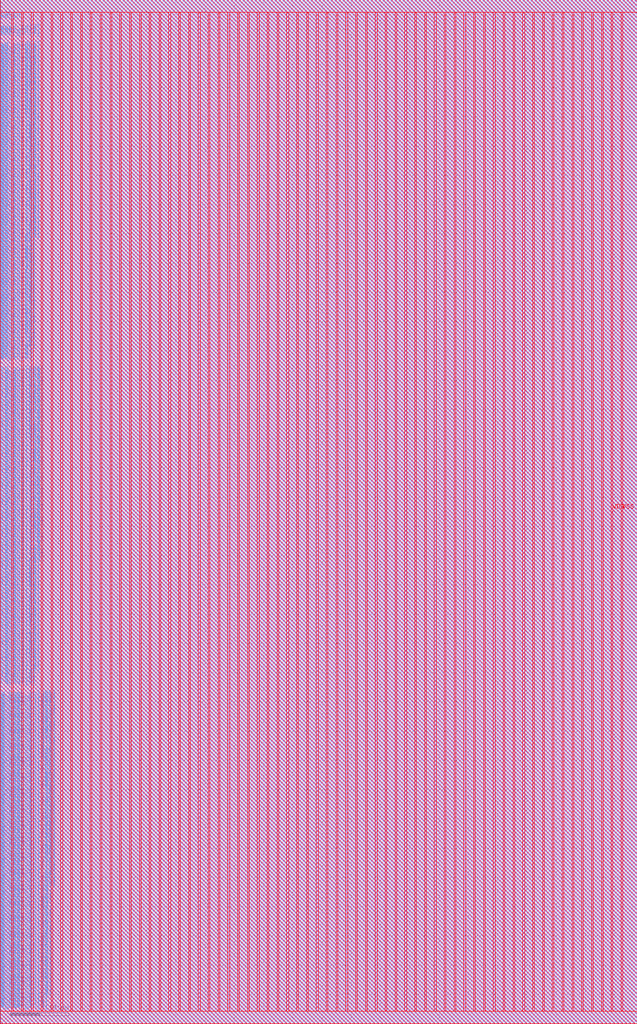
<source format=lef>
VERSION 5.7 ;
BUSBITCHARS "[]" ;
MACRO fakeram45_64x256
  FOREIGN fakeram45_64x256 0 0 ;
  SYMMETRY X Y ;
  SIZE 108.870 BY 175.000 ;
  CLASS BLOCK ;
  PIN w_mask_in[0]
    DIRECTION INPUT ;
    USE SIGNAL ;
    SHAPE ABUTMENT ;
    PORT
      LAYER metal3 ;
      RECT 0.000 2.065 0.070 2.135 ;
    END
  END w_mask_in[0]
  PIN w_mask_in[1]
    DIRECTION INPUT ;
    USE SIGNAL ;
    SHAPE ABUTMENT ;
    PORT
      LAYER metal3 ;
      RECT 0.000 2.275 0.070 2.345 ;
    END
  END w_mask_in[1]
  PIN w_mask_in[2]
    DIRECTION INPUT ;
    USE SIGNAL ;
    SHAPE ABUTMENT ;
    PORT
      LAYER metal3 ;
      RECT 0.000 2.485 0.070 2.555 ;
    END
  END w_mask_in[2]
  PIN w_mask_in[3]
    DIRECTION INPUT ;
    USE SIGNAL ;
    SHAPE ABUTMENT ;
    PORT
      LAYER metal3 ;
      RECT 0.000 2.695 0.070 2.765 ;
    END
  END w_mask_in[3]
  PIN w_mask_in[4]
    DIRECTION INPUT ;
    USE SIGNAL ;
    SHAPE ABUTMENT ;
    PORT
      LAYER metal3 ;
      RECT 0.000 2.905 0.070 2.975 ;
    END
  END w_mask_in[4]
  PIN w_mask_in[5]
    DIRECTION INPUT ;
    USE SIGNAL ;
    SHAPE ABUTMENT ;
    PORT
      LAYER metal3 ;
      RECT 0.000 3.115 0.070 3.185 ;
    END
  END w_mask_in[5]
  PIN w_mask_in[6]
    DIRECTION INPUT ;
    USE SIGNAL ;
    SHAPE ABUTMENT ;
    PORT
      LAYER metal3 ;
      RECT 0.000 3.325 0.070 3.395 ;
    END
  END w_mask_in[6]
  PIN w_mask_in[7]
    DIRECTION INPUT ;
    USE SIGNAL ;
    SHAPE ABUTMENT ;
    PORT
      LAYER metal3 ;
      RECT 0.000 3.535 0.070 3.605 ;
    END
  END w_mask_in[7]
  PIN w_mask_in[8]
    DIRECTION INPUT ;
    USE SIGNAL ;
    SHAPE ABUTMENT ;
    PORT
      LAYER metal3 ;
      RECT 0.000 3.745 0.070 3.815 ;
    END
  END w_mask_in[8]
  PIN w_mask_in[9]
    DIRECTION INPUT ;
    USE SIGNAL ;
    SHAPE ABUTMENT ;
    PORT
      LAYER metal3 ;
      RECT 0.000 3.955 0.070 4.025 ;
    END
  END w_mask_in[9]
  PIN w_mask_in[10]
    DIRECTION INPUT ;
    USE SIGNAL ;
    SHAPE ABUTMENT ;
    PORT
      LAYER metal3 ;
      RECT 0.000 4.165 0.070 4.235 ;
    END
  END w_mask_in[10]
  PIN w_mask_in[11]
    DIRECTION INPUT ;
    USE SIGNAL ;
    SHAPE ABUTMENT ;
    PORT
      LAYER metal3 ;
      RECT 0.000 4.375 0.070 4.445 ;
    END
  END w_mask_in[11]
  PIN w_mask_in[12]
    DIRECTION INPUT ;
    USE SIGNAL ;
    SHAPE ABUTMENT ;
    PORT
      LAYER metal3 ;
      RECT 0.000 4.585 0.070 4.655 ;
    END
  END w_mask_in[12]
  PIN w_mask_in[13]
    DIRECTION INPUT ;
    USE SIGNAL ;
    SHAPE ABUTMENT ;
    PORT
      LAYER metal3 ;
      RECT 0.000 4.795 0.070 4.865 ;
    END
  END w_mask_in[13]
  PIN w_mask_in[14]
    DIRECTION INPUT ;
    USE SIGNAL ;
    SHAPE ABUTMENT ;
    PORT
      LAYER metal3 ;
      RECT 0.000 5.005 0.070 5.075 ;
    END
  END w_mask_in[14]
  PIN w_mask_in[15]
    DIRECTION INPUT ;
    USE SIGNAL ;
    SHAPE ABUTMENT ;
    PORT
      LAYER metal3 ;
      RECT 0.000 5.215 0.070 5.285 ;
    END
  END w_mask_in[15]
  PIN w_mask_in[16]
    DIRECTION INPUT ;
    USE SIGNAL ;
    SHAPE ABUTMENT ;
    PORT
      LAYER metal3 ;
      RECT 0.000 5.425 0.070 5.495 ;
    END
  END w_mask_in[16]
  PIN w_mask_in[17]
    DIRECTION INPUT ;
    USE SIGNAL ;
    SHAPE ABUTMENT ;
    PORT
      LAYER metal3 ;
      RECT 0.000 5.635 0.070 5.705 ;
    END
  END w_mask_in[17]
  PIN w_mask_in[18]
    DIRECTION INPUT ;
    USE SIGNAL ;
    SHAPE ABUTMENT ;
    PORT
      LAYER metal3 ;
      RECT 0.000 5.845 0.070 5.915 ;
    END
  END w_mask_in[18]
  PIN w_mask_in[19]
    DIRECTION INPUT ;
    USE SIGNAL ;
    SHAPE ABUTMENT ;
    PORT
      LAYER metal3 ;
      RECT 0.000 6.055 0.070 6.125 ;
    END
  END w_mask_in[19]
  PIN w_mask_in[20]
    DIRECTION INPUT ;
    USE SIGNAL ;
    SHAPE ABUTMENT ;
    PORT
      LAYER metal3 ;
      RECT 0.000 6.265 0.070 6.335 ;
    END
  END w_mask_in[20]
  PIN w_mask_in[21]
    DIRECTION INPUT ;
    USE SIGNAL ;
    SHAPE ABUTMENT ;
    PORT
      LAYER metal3 ;
      RECT 0.000 6.475 0.070 6.545 ;
    END
  END w_mask_in[21]
  PIN w_mask_in[22]
    DIRECTION INPUT ;
    USE SIGNAL ;
    SHAPE ABUTMENT ;
    PORT
      LAYER metal3 ;
      RECT 0.000 6.685 0.070 6.755 ;
    END
  END w_mask_in[22]
  PIN w_mask_in[23]
    DIRECTION INPUT ;
    USE SIGNAL ;
    SHAPE ABUTMENT ;
    PORT
      LAYER metal3 ;
      RECT 0.000 6.895 0.070 6.965 ;
    END
  END w_mask_in[23]
  PIN w_mask_in[24]
    DIRECTION INPUT ;
    USE SIGNAL ;
    SHAPE ABUTMENT ;
    PORT
      LAYER metal3 ;
      RECT 0.000 7.105 0.070 7.175 ;
    END
  END w_mask_in[24]
  PIN w_mask_in[25]
    DIRECTION INPUT ;
    USE SIGNAL ;
    SHAPE ABUTMENT ;
    PORT
      LAYER metal3 ;
      RECT 0.000 7.315 0.070 7.385 ;
    END
  END w_mask_in[25]
  PIN w_mask_in[26]
    DIRECTION INPUT ;
    USE SIGNAL ;
    SHAPE ABUTMENT ;
    PORT
      LAYER metal3 ;
      RECT 0.000 7.525 0.070 7.595 ;
    END
  END w_mask_in[26]
  PIN w_mask_in[27]
    DIRECTION INPUT ;
    USE SIGNAL ;
    SHAPE ABUTMENT ;
    PORT
      LAYER metal3 ;
      RECT 0.000 7.735 0.070 7.805 ;
    END
  END w_mask_in[27]
  PIN w_mask_in[28]
    DIRECTION INPUT ;
    USE SIGNAL ;
    SHAPE ABUTMENT ;
    PORT
      LAYER metal3 ;
      RECT 0.000 7.945 0.070 8.015 ;
    END
  END w_mask_in[28]
  PIN w_mask_in[29]
    DIRECTION INPUT ;
    USE SIGNAL ;
    SHAPE ABUTMENT ;
    PORT
      LAYER metal3 ;
      RECT 0.000 8.155 0.070 8.225 ;
    END
  END w_mask_in[29]
  PIN w_mask_in[30]
    DIRECTION INPUT ;
    USE SIGNAL ;
    SHAPE ABUTMENT ;
    PORT
      LAYER metal3 ;
      RECT 0.000 8.365 0.070 8.435 ;
    END
  END w_mask_in[30]
  PIN w_mask_in[31]
    DIRECTION INPUT ;
    USE SIGNAL ;
    SHAPE ABUTMENT ;
    PORT
      LAYER metal3 ;
      RECT 0.000 8.575 0.070 8.645 ;
    END
  END w_mask_in[31]
  PIN w_mask_in[32]
    DIRECTION INPUT ;
    USE SIGNAL ;
    SHAPE ABUTMENT ;
    PORT
      LAYER metal3 ;
      RECT 0.000 8.785 0.070 8.855 ;
    END
  END w_mask_in[32]
  PIN w_mask_in[33]
    DIRECTION INPUT ;
    USE SIGNAL ;
    SHAPE ABUTMENT ;
    PORT
      LAYER metal3 ;
      RECT 0.000 8.995 0.070 9.065 ;
    END
  END w_mask_in[33]
  PIN w_mask_in[34]
    DIRECTION INPUT ;
    USE SIGNAL ;
    SHAPE ABUTMENT ;
    PORT
      LAYER metal3 ;
      RECT 0.000 9.205 0.070 9.275 ;
    END
  END w_mask_in[34]
  PIN w_mask_in[35]
    DIRECTION INPUT ;
    USE SIGNAL ;
    SHAPE ABUTMENT ;
    PORT
      LAYER metal3 ;
      RECT 0.000 9.415 0.070 9.485 ;
    END
  END w_mask_in[35]
  PIN w_mask_in[36]
    DIRECTION INPUT ;
    USE SIGNAL ;
    SHAPE ABUTMENT ;
    PORT
      LAYER metal3 ;
      RECT 0.000 9.625 0.070 9.695 ;
    END
  END w_mask_in[36]
  PIN w_mask_in[37]
    DIRECTION INPUT ;
    USE SIGNAL ;
    SHAPE ABUTMENT ;
    PORT
      LAYER metal3 ;
      RECT 0.000 9.835 0.070 9.905 ;
    END
  END w_mask_in[37]
  PIN w_mask_in[38]
    DIRECTION INPUT ;
    USE SIGNAL ;
    SHAPE ABUTMENT ;
    PORT
      LAYER metal3 ;
      RECT 0.000 10.045 0.070 10.115 ;
    END
  END w_mask_in[38]
  PIN w_mask_in[39]
    DIRECTION INPUT ;
    USE SIGNAL ;
    SHAPE ABUTMENT ;
    PORT
      LAYER metal3 ;
      RECT 0.000 10.255 0.070 10.325 ;
    END
  END w_mask_in[39]
  PIN w_mask_in[40]
    DIRECTION INPUT ;
    USE SIGNAL ;
    SHAPE ABUTMENT ;
    PORT
      LAYER metal3 ;
      RECT 0.000 10.465 0.070 10.535 ;
    END
  END w_mask_in[40]
  PIN w_mask_in[41]
    DIRECTION INPUT ;
    USE SIGNAL ;
    SHAPE ABUTMENT ;
    PORT
      LAYER metal3 ;
      RECT 0.000 10.675 0.070 10.745 ;
    END
  END w_mask_in[41]
  PIN w_mask_in[42]
    DIRECTION INPUT ;
    USE SIGNAL ;
    SHAPE ABUTMENT ;
    PORT
      LAYER metal3 ;
      RECT 0.000 10.885 0.070 10.955 ;
    END
  END w_mask_in[42]
  PIN w_mask_in[43]
    DIRECTION INPUT ;
    USE SIGNAL ;
    SHAPE ABUTMENT ;
    PORT
      LAYER metal3 ;
      RECT 0.000 11.095 0.070 11.165 ;
    END
  END w_mask_in[43]
  PIN w_mask_in[44]
    DIRECTION INPUT ;
    USE SIGNAL ;
    SHAPE ABUTMENT ;
    PORT
      LAYER metal3 ;
      RECT 0.000 11.305 0.070 11.375 ;
    END
  END w_mask_in[44]
  PIN w_mask_in[45]
    DIRECTION INPUT ;
    USE SIGNAL ;
    SHAPE ABUTMENT ;
    PORT
      LAYER metal3 ;
      RECT 0.000 11.515 0.070 11.585 ;
    END
  END w_mask_in[45]
  PIN w_mask_in[46]
    DIRECTION INPUT ;
    USE SIGNAL ;
    SHAPE ABUTMENT ;
    PORT
      LAYER metal3 ;
      RECT 0.000 11.725 0.070 11.795 ;
    END
  END w_mask_in[46]
  PIN w_mask_in[47]
    DIRECTION INPUT ;
    USE SIGNAL ;
    SHAPE ABUTMENT ;
    PORT
      LAYER metal3 ;
      RECT 0.000 11.935 0.070 12.005 ;
    END
  END w_mask_in[47]
  PIN w_mask_in[48]
    DIRECTION INPUT ;
    USE SIGNAL ;
    SHAPE ABUTMENT ;
    PORT
      LAYER metal3 ;
      RECT 0.000 12.145 0.070 12.215 ;
    END
  END w_mask_in[48]
  PIN w_mask_in[49]
    DIRECTION INPUT ;
    USE SIGNAL ;
    SHAPE ABUTMENT ;
    PORT
      LAYER metal3 ;
      RECT 0.000 12.355 0.070 12.425 ;
    END
  END w_mask_in[49]
  PIN w_mask_in[50]
    DIRECTION INPUT ;
    USE SIGNAL ;
    SHAPE ABUTMENT ;
    PORT
      LAYER metal3 ;
      RECT 0.000 12.565 0.070 12.635 ;
    END
  END w_mask_in[50]
  PIN w_mask_in[51]
    DIRECTION INPUT ;
    USE SIGNAL ;
    SHAPE ABUTMENT ;
    PORT
      LAYER metal3 ;
      RECT 0.000 12.775 0.070 12.845 ;
    END
  END w_mask_in[51]
  PIN w_mask_in[52]
    DIRECTION INPUT ;
    USE SIGNAL ;
    SHAPE ABUTMENT ;
    PORT
      LAYER metal3 ;
      RECT 0.000 12.985 0.070 13.055 ;
    END
  END w_mask_in[52]
  PIN w_mask_in[53]
    DIRECTION INPUT ;
    USE SIGNAL ;
    SHAPE ABUTMENT ;
    PORT
      LAYER metal3 ;
      RECT 0.000 13.195 0.070 13.265 ;
    END
  END w_mask_in[53]
  PIN w_mask_in[54]
    DIRECTION INPUT ;
    USE SIGNAL ;
    SHAPE ABUTMENT ;
    PORT
      LAYER metal3 ;
      RECT 0.000 13.405 0.070 13.475 ;
    END
  END w_mask_in[54]
  PIN w_mask_in[55]
    DIRECTION INPUT ;
    USE SIGNAL ;
    SHAPE ABUTMENT ;
    PORT
      LAYER metal3 ;
      RECT 0.000 13.615 0.070 13.685 ;
    END
  END w_mask_in[55]
  PIN w_mask_in[56]
    DIRECTION INPUT ;
    USE SIGNAL ;
    SHAPE ABUTMENT ;
    PORT
      LAYER metal3 ;
      RECT 0.000 13.825 0.070 13.895 ;
    END
  END w_mask_in[56]
  PIN w_mask_in[57]
    DIRECTION INPUT ;
    USE SIGNAL ;
    SHAPE ABUTMENT ;
    PORT
      LAYER metal3 ;
      RECT 0.000 14.035 0.070 14.105 ;
    END
  END w_mask_in[57]
  PIN w_mask_in[58]
    DIRECTION INPUT ;
    USE SIGNAL ;
    SHAPE ABUTMENT ;
    PORT
      LAYER metal3 ;
      RECT 0.000 14.245 0.070 14.315 ;
    END
  END w_mask_in[58]
  PIN w_mask_in[59]
    DIRECTION INPUT ;
    USE SIGNAL ;
    SHAPE ABUTMENT ;
    PORT
      LAYER metal3 ;
      RECT 0.000 14.455 0.070 14.525 ;
    END
  END w_mask_in[59]
  PIN w_mask_in[60]
    DIRECTION INPUT ;
    USE SIGNAL ;
    SHAPE ABUTMENT ;
    PORT
      LAYER metal3 ;
      RECT 0.000 14.665 0.070 14.735 ;
    END
  END w_mask_in[60]
  PIN w_mask_in[61]
    DIRECTION INPUT ;
    USE SIGNAL ;
    SHAPE ABUTMENT ;
    PORT
      LAYER metal3 ;
      RECT 0.000 14.875 0.070 14.945 ;
    END
  END w_mask_in[61]
  PIN w_mask_in[62]
    DIRECTION INPUT ;
    USE SIGNAL ;
    SHAPE ABUTMENT ;
    PORT
      LAYER metal3 ;
      RECT 0.000 15.085 0.070 15.155 ;
    END
  END w_mask_in[62]
  PIN w_mask_in[63]
    DIRECTION INPUT ;
    USE SIGNAL ;
    SHAPE ABUTMENT ;
    PORT
      LAYER metal3 ;
      RECT 0.000 15.295 0.070 15.365 ;
    END
  END w_mask_in[63]
  PIN w_mask_in[64]
    DIRECTION INPUT ;
    USE SIGNAL ;
    SHAPE ABUTMENT ;
    PORT
      LAYER metal3 ;
      RECT 0.000 15.505 0.070 15.575 ;
    END
  END w_mask_in[64]
  PIN w_mask_in[65]
    DIRECTION INPUT ;
    USE SIGNAL ;
    SHAPE ABUTMENT ;
    PORT
      LAYER metal3 ;
      RECT 0.000 15.715 0.070 15.785 ;
    END
  END w_mask_in[65]
  PIN w_mask_in[66]
    DIRECTION INPUT ;
    USE SIGNAL ;
    SHAPE ABUTMENT ;
    PORT
      LAYER metal3 ;
      RECT 0.000 15.925 0.070 15.995 ;
    END
  END w_mask_in[66]
  PIN w_mask_in[67]
    DIRECTION INPUT ;
    USE SIGNAL ;
    SHAPE ABUTMENT ;
    PORT
      LAYER metal3 ;
      RECT 0.000 16.135 0.070 16.205 ;
    END
  END w_mask_in[67]
  PIN w_mask_in[68]
    DIRECTION INPUT ;
    USE SIGNAL ;
    SHAPE ABUTMENT ;
    PORT
      LAYER metal3 ;
      RECT 0.000 16.345 0.070 16.415 ;
    END
  END w_mask_in[68]
  PIN w_mask_in[69]
    DIRECTION INPUT ;
    USE SIGNAL ;
    SHAPE ABUTMENT ;
    PORT
      LAYER metal3 ;
      RECT 0.000 16.555 0.070 16.625 ;
    END
  END w_mask_in[69]
  PIN w_mask_in[70]
    DIRECTION INPUT ;
    USE SIGNAL ;
    SHAPE ABUTMENT ;
    PORT
      LAYER metal3 ;
      RECT 0.000 16.765 0.070 16.835 ;
    END
  END w_mask_in[70]
  PIN w_mask_in[71]
    DIRECTION INPUT ;
    USE SIGNAL ;
    SHAPE ABUTMENT ;
    PORT
      LAYER metal3 ;
      RECT 0.000 16.975 0.070 17.045 ;
    END
  END w_mask_in[71]
  PIN w_mask_in[72]
    DIRECTION INPUT ;
    USE SIGNAL ;
    SHAPE ABUTMENT ;
    PORT
      LAYER metal3 ;
      RECT 0.000 17.185 0.070 17.255 ;
    END
  END w_mask_in[72]
  PIN w_mask_in[73]
    DIRECTION INPUT ;
    USE SIGNAL ;
    SHAPE ABUTMENT ;
    PORT
      LAYER metal3 ;
      RECT 0.000 17.395 0.070 17.465 ;
    END
  END w_mask_in[73]
  PIN w_mask_in[74]
    DIRECTION INPUT ;
    USE SIGNAL ;
    SHAPE ABUTMENT ;
    PORT
      LAYER metal3 ;
      RECT 0.000 17.605 0.070 17.675 ;
    END
  END w_mask_in[74]
  PIN w_mask_in[75]
    DIRECTION INPUT ;
    USE SIGNAL ;
    SHAPE ABUTMENT ;
    PORT
      LAYER metal3 ;
      RECT 0.000 17.815 0.070 17.885 ;
    END
  END w_mask_in[75]
  PIN w_mask_in[76]
    DIRECTION INPUT ;
    USE SIGNAL ;
    SHAPE ABUTMENT ;
    PORT
      LAYER metal3 ;
      RECT 0.000 18.025 0.070 18.095 ;
    END
  END w_mask_in[76]
  PIN w_mask_in[77]
    DIRECTION INPUT ;
    USE SIGNAL ;
    SHAPE ABUTMENT ;
    PORT
      LAYER metal3 ;
      RECT 0.000 18.235 0.070 18.305 ;
    END
  END w_mask_in[77]
  PIN w_mask_in[78]
    DIRECTION INPUT ;
    USE SIGNAL ;
    SHAPE ABUTMENT ;
    PORT
      LAYER metal3 ;
      RECT 0.000 18.445 0.070 18.515 ;
    END
  END w_mask_in[78]
  PIN w_mask_in[79]
    DIRECTION INPUT ;
    USE SIGNAL ;
    SHAPE ABUTMENT ;
    PORT
      LAYER metal3 ;
      RECT 0.000 18.655 0.070 18.725 ;
    END
  END w_mask_in[79]
  PIN w_mask_in[80]
    DIRECTION INPUT ;
    USE SIGNAL ;
    SHAPE ABUTMENT ;
    PORT
      LAYER metal3 ;
      RECT 0.000 18.865 0.070 18.935 ;
    END
  END w_mask_in[80]
  PIN w_mask_in[81]
    DIRECTION INPUT ;
    USE SIGNAL ;
    SHAPE ABUTMENT ;
    PORT
      LAYER metal3 ;
      RECT 0.000 19.075 0.070 19.145 ;
    END
  END w_mask_in[81]
  PIN w_mask_in[82]
    DIRECTION INPUT ;
    USE SIGNAL ;
    SHAPE ABUTMENT ;
    PORT
      LAYER metal3 ;
      RECT 0.000 19.285 0.070 19.355 ;
    END
  END w_mask_in[82]
  PIN w_mask_in[83]
    DIRECTION INPUT ;
    USE SIGNAL ;
    SHAPE ABUTMENT ;
    PORT
      LAYER metal3 ;
      RECT 0.000 19.495 0.070 19.565 ;
    END
  END w_mask_in[83]
  PIN w_mask_in[84]
    DIRECTION INPUT ;
    USE SIGNAL ;
    SHAPE ABUTMENT ;
    PORT
      LAYER metal3 ;
      RECT 0.000 19.705 0.070 19.775 ;
    END
  END w_mask_in[84]
  PIN w_mask_in[85]
    DIRECTION INPUT ;
    USE SIGNAL ;
    SHAPE ABUTMENT ;
    PORT
      LAYER metal3 ;
      RECT 0.000 19.915 0.070 19.985 ;
    END
  END w_mask_in[85]
  PIN w_mask_in[86]
    DIRECTION INPUT ;
    USE SIGNAL ;
    SHAPE ABUTMENT ;
    PORT
      LAYER metal3 ;
      RECT 0.000 20.125 0.070 20.195 ;
    END
  END w_mask_in[86]
  PIN w_mask_in[87]
    DIRECTION INPUT ;
    USE SIGNAL ;
    SHAPE ABUTMENT ;
    PORT
      LAYER metal3 ;
      RECT 0.000 20.335 0.070 20.405 ;
    END
  END w_mask_in[87]
  PIN w_mask_in[88]
    DIRECTION INPUT ;
    USE SIGNAL ;
    SHAPE ABUTMENT ;
    PORT
      LAYER metal3 ;
      RECT 0.000 20.545 0.070 20.615 ;
    END
  END w_mask_in[88]
  PIN w_mask_in[89]
    DIRECTION INPUT ;
    USE SIGNAL ;
    SHAPE ABUTMENT ;
    PORT
      LAYER metal3 ;
      RECT 0.000 20.755 0.070 20.825 ;
    END
  END w_mask_in[89]
  PIN w_mask_in[90]
    DIRECTION INPUT ;
    USE SIGNAL ;
    SHAPE ABUTMENT ;
    PORT
      LAYER metal3 ;
      RECT 0.000 20.965 0.070 21.035 ;
    END
  END w_mask_in[90]
  PIN w_mask_in[91]
    DIRECTION INPUT ;
    USE SIGNAL ;
    SHAPE ABUTMENT ;
    PORT
      LAYER metal3 ;
      RECT 0.000 21.175 0.070 21.245 ;
    END
  END w_mask_in[91]
  PIN w_mask_in[92]
    DIRECTION INPUT ;
    USE SIGNAL ;
    SHAPE ABUTMENT ;
    PORT
      LAYER metal3 ;
      RECT 0.000 21.385 0.070 21.455 ;
    END
  END w_mask_in[92]
  PIN w_mask_in[93]
    DIRECTION INPUT ;
    USE SIGNAL ;
    SHAPE ABUTMENT ;
    PORT
      LAYER metal3 ;
      RECT 0.000 21.595 0.070 21.665 ;
    END
  END w_mask_in[93]
  PIN w_mask_in[94]
    DIRECTION INPUT ;
    USE SIGNAL ;
    SHAPE ABUTMENT ;
    PORT
      LAYER metal3 ;
      RECT 0.000 21.805 0.070 21.875 ;
    END
  END w_mask_in[94]
  PIN w_mask_in[95]
    DIRECTION INPUT ;
    USE SIGNAL ;
    SHAPE ABUTMENT ;
    PORT
      LAYER metal3 ;
      RECT 0.000 22.015 0.070 22.085 ;
    END
  END w_mask_in[95]
  PIN w_mask_in[96]
    DIRECTION INPUT ;
    USE SIGNAL ;
    SHAPE ABUTMENT ;
    PORT
      LAYER metal3 ;
      RECT 0.000 22.225 0.070 22.295 ;
    END
  END w_mask_in[96]
  PIN w_mask_in[97]
    DIRECTION INPUT ;
    USE SIGNAL ;
    SHAPE ABUTMENT ;
    PORT
      LAYER metal3 ;
      RECT 0.000 22.435 0.070 22.505 ;
    END
  END w_mask_in[97]
  PIN w_mask_in[98]
    DIRECTION INPUT ;
    USE SIGNAL ;
    SHAPE ABUTMENT ;
    PORT
      LAYER metal3 ;
      RECT 0.000 22.645 0.070 22.715 ;
    END
  END w_mask_in[98]
  PIN w_mask_in[99]
    DIRECTION INPUT ;
    USE SIGNAL ;
    SHAPE ABUTMENT ;
    PORT
      LAYER metal3 ;
      RECT 0.000 22.855 0.070 22.925 ;
    END
  END w_mask_in[99]
  PIN w_mask_in[100]
    DIRECTION INPUT ;
    USE SIGNAL ;
    SHAPE ABUTMENT ;
    PORT
      LAYER metal3 ;
      RECT 0.000 23.065 0.070 23.135 ;
    END
  END w_mask_in[100]
  PIN w_mask_in[101]
    DIRECTION INPUT ;
    USE SIGNAL ;
    SHAPE ABUTMENT ;
    PORT
      LAYER metal3 ;
      RECT 0.000 23.275 0.070 23.345 ;
    END
  END w_mask_in[101]
  PIN w_mask_in[102]
    DIRECTION INPUT ;
    USE SIGNAL ;
    SHAPE ABUTMENT ;
    PORT
      LAYER metal3 ;
      RECT 0.000 23.485 0.070 23.555 ;
    END
  END w_mask_in[102]
  PIN w_mask_in[103]
    DIRECTION INPUT ;
    USE SIGNAL ;
    SHAPE ABUTMENT ;
    PORT
      LAYER metal3 ;
      RECT 0.000 23.695 0.070 23.765 ;
    END
  END w_mask_in[103]
  PIN w_mask_in[104]
    DIRECTION INPUT ;
    USE SIGNAL ;
    SHAPE ABUTMENT ;
    PORT
      LAYER metal3 ;
      RECT 0.000 23.905 0.070 23.975 ;
    END
  END w_mask_in[104]
  PIN w_mask_in[105]
    DIRECTION INPUT ;
    USE SIGNAL ;
    SHAPE ABUTMENT ;
    PORT
      LAYER metal3 ;
      RECT 0.000 24.115 0.070 24.185 ;
    END
  END w_mask_in[105]
  PIN w_mask_in[106]
    DIRECTION INPUT ;
    USE SIGNAL ;
    SHAPE ABUTMENT ;
    PORT
      LAYER metal3 ;
      RECT 0.000 24.325 0.070 24.395 ;
    END
  END w_mask_in[106]
  PIN w_mask_in[107]
    DIRECTION INPUT ;
    USE SIGNAL ;
    SHAPE ABUTMENT ;
    PORT
      LAYER metal3 ;
      RECT 0.000 24.535 0.070 24.605 ;
    END
  END w_mask_in[107]
  PIN w_mask_in[108]
    DIRECTION INPUT ;
    USE SIGNAL ;
    SHAPE ABUTMENT ;
    PORT
      LAYER metal3 ;
      RECT 0.000 24.745 0.070 24.815 ;
    END
  END w_mask_in[108]
  PIN w_mask_in[109]
    DIRECTION INPUT ;
    USE SIGNAL ;
    SHAPE ABUTMENT ;
    PORT
      LAYER metal3 ;
      RECT 0.000 24.955 0.070 25.025 ;
    END
  END w_mask_in[109]
  PIN w_mask_in[110]
    DIRECTION INPUT ;
    USE SIGNAL ;
    SHAPE ABUTMENT ;
    PORT
      LAYER metal3 ;
      RECT 0.000 25.165 0.070 25.235 ;
    END
  END w_mask_in[110]
  PIN w_mask_in[111]
    DIRECTION INPUT ;
    USE SIGNAL ;
    SHAPE ABUTMENT ;
    PORT
      LAYER metal3 ;
      RECT 0.000 25.375 0.070 25.445 ;
    END
  END w_mask_in[111]
  PIN w_mask_in[112]
    DIRECTION INPUT ;
    USE SIGNAL ;
    SHAPE ABUTMENT ;
    PORT
      LAYER metal3 ;
      RECT 0.000 25.585 0.070 25.655 ;
    END
  END w_mask_in[112]
  PIN w_mask_in[113]
    DIRECTION INPUT ;
    USE SIGNAL ;
    SHAPE ABUTMENT ;
    PORT
      LAYER metal3 ;
      RECT 0.000 25.795 0.070 25.865 ;
    END
  END w_mask_in[113]
  PIN w_mask_in[114]
    DIRECTION INPUT ;
    USE SIGNAL ;
    SHAPE ABUTMENT ;
    PORT
      LAYER metal3 ;
      RECT 0.000 26.005 0.070 26.075 ;
    END
  END w_mask_in[114]
  PIN w_mask_in[115]
    DIRECTION INPUT ;
    USE SIGNAL ;
    SHAPE ABUTMENT ;
    PORT
      LAYER metal3 ;
      RECT 0.000 26.215 0.070 26.285 ;
    END
  END w_mask_in[115]
  PIN w_mask_in[116]
    DIRECTION INPUT ;
    USE SIGNAL ;
    SHAPE ABUTMENT ;
    PORT
      LAYER metal3 ;
      RECT 0.000 26.425 0.070 26.495 ;
    END
  END w_mask_in[116]
  PIN w_mask_in[117]
    DIRECTION INPUT ;
    USE SIGNAL ;
    SHAPE ABUTMENT ;
    PORT
      LAYER metal3 ;
      RECT 0.000 26.635 0.070 26.705 ;
    END
  END w_mask_in[117]
  PIN w_mask_in[118]
    DIRECTION INPUT ;
    USE SIGNAL ;
    SHAPE ABUTMENT ;
    PORT
      LAYER metal3 ;
      RECT 0.000 26.845 0.070 26.915 ;
    END
  END w_mask_in[118]
  PIN w_mask_in[119]
    DIRECTION INPUT ;
    USE SIGNAL ;
    SHAPE ABUTMENT ;
    PORT
      LAYER metal3 ;
      RECT 0.000 27.055 0.070 27.125 ;
    END
  END w_mask_in[119]
  PIN w_mask_in[120]
    DIRECTION INPUT ;
    USE SIGNAL ;
    SHAPE ABUTMENT ;
    PORT
      LAYER metal3 ;
      RECT 0.000 27.265 0.070 27.335 ;
    END
  END w_mask_in[120]
  PIN w_mask_in[121]
    DIRECTION INPUT ;
    USE SIGNAL ;
    SHAPE ABUTMENT ;
    PORT
      LAYER metal3 ;
      RECT 0.000 27.475 0.070 27.545 ;
    END
  END w_mask_in[121]
  PIN w_mask_in[122]
    DIRECTION INPUT ;
    USE SIGNAL ;
    SHAPE ABUTMENT ;
    PORT
      LAYER metal3 ;
      RECT 0.000 27.685 0.070 27.755 ;
    END
  END w_mask_in[122]
  PIN w_mask_in[123]
    DIRECTION INPUT ;
    USE SIGNAL ;
    SHAPE ABUTMENT ;
    PORT
      LAYER metal3 ;
      RECT 0.000 27.895 0.070 27.965 ;
    END
  END w_mask_in[123]
  PIN w_mask_in[124]
    DIRECTION INPUT ;
    USE SIGNAL ;
    SHAPE ABUTMENT ;
    PORT
      LAYER metal3 ;
      RECT 0.000 28.105 0.070 28.175 ;
    END
  END w_mask_in[124]
  PIN w_mask_in[125]
    DIRECTION INPUT ;
    USE SIGNAL ;
    SHAPE ABUTMENT ;
    PORT
      LAYER metal3 ;
      RECT 0.000 28.315 0.070 28.385 ;
    END
  END w_mask_in[125]
  PIN w_mask_in[126]
    DIRECTION INPUT ;
    USE SIGNAL ;
    SHAPE ABUTMENT ;
    PORT
      LAYER metal3 ;
      RECT 0.000 28.525 0.070 28.595 ;
    END
  END w_mask_in[126]
  PIN w_mask_in[127]
    DIRECTION INPUT ;
    USE SIGNAL ;
    SHAPE ABUTMENT ;
    PORT
      LAYER metal3 ;
      RECT 0.000 28.735 0.070 28.805 ;
    END
  END w_mask_in[127]
  PIN w_mask_in[128]
    DIRECTION INPUT ;
    USE SIGNAL ;
    SHAPE ABUTMENT ;
    PORT
      LAYER metal3 ;
      RECT 0.000 28.945 0.070 29.015 ;
    END
  END w_mask_in[128]
  PIN w_mask_in[129]
    DIRECTION INPUT ;
    USE SIGNAL ;
    SHAPE ABUTMENT ;
    PORT
      LAYER metal3 ;
      RECT 0.000 29.155 0.070 29.225 ;
    END
  END w_mask_in[129]
  PIN w_mask_in[130]
    DIRECTION INPUT ;
    USE SIGNAL ;
    SHAPE ABUTMENT ;
    PORT
      LAYER metal3 ;
      RECT 0.000 29.365 0.070 29.435 ;
    END
  END w_mask_in[130]
  PIN w_mask_in[131]
    DIRECTION INPUT ;
    USE SIGNAL ;
    SHAPE ABUTMENT ;
    PORT
      LAYER metal3 ;
      RECT 0.000 29.575 0.070 29.645 ;
    END
  END w_mask_in[131]
  PIN w_mask_in[132]
    DIRECTION INPUT ;
    USE SIGNAL ;
    SHAPE ABUTMENT ;
    PORT
      LAYER metal3 ;
      RECT 0.000 29.785 0.070 29.855 ;
    END
  END w_mask_in[132]
  PIN w_mask_in[133]
    DIRECTION INPUT ;
    USE SIGNAL ;
    SHAPE ABUTMENT ;
    PORT
      LAYER metal3 ;
      RECT 0.000 29.995 0.070 30.065 ;
    END
  END w_mask_in[133]
  PIN w_mask_in[134]
    DIRECTION INPUT ;
    USE SIGNAL ;
    SHAPE ABUTMENT ;
    PORT
      LAYER metal3 ;
      RECT 0.000 30.205 0.070 30.275 ;
    END
  END w_mask_in[134]
  PIN w_mask_in[135]
    DIRECTION INPUT ;
    USE SIGNAL ;
    SHAPE ABUTMENT ;
    PORT
      LAYER metal3 ;
      RECT 0.000 30.415 0.070 30.485 ;
    END
  END w_mask_in[135]
  PIN w_mask_in[136]
    DIRECTION INPUT ;
    USE SIGNAL ;
    SHAPE ABUTMENT ;
    PORT
      LAYER metal3 ;
      RECT 0.000 30.625 0.070 30.695 ;
    END
  END w_mask_in[136]
  PIN w_mask_in[137]
    DIRECTION INPUT ;
    USE SIGNAL ;
    SHAPE ABUTMENT ;
    PORT
      LAYER metal3 ;
      RECT 0.000 30.835 0.070 30.905 ;
    END
  END w_mask_in[137]
  PIN w_mask_in[138]
    DIRECTION INPUT ;
    USE SIGNAL ;
    SHAPE ABUTMENT ;
    PORT
      LAYER metal3 ;
      RECT 0.000 31.045 0.070 31.115 ;
    END
  END w_mask_in[138]
  PIN w_mask_in[139]
    DIRECTION INPUT ;
    USE SIGNAL ;
    SHAPE ABUTMENT ;
    PORT
      LAYER metal3 ;
      RECT 0.000 31.255 0.070 31.325 ;
    END
  END w_mask_in[139]
  PIN w_mask_in[140]
    DIRECTION INPUT ;
    USE SIGNAL ;
    SHAPE ABUTMENT ;
    PORT
      LAYER metal3 ;
      RECT 0.000 31.465 0.070 31.535 ;
    END
  END w_mask_in[140]
  PIN w_mask_in[141]
    DIRECTION INPUT ;
    USE SIGNAL ;
    SHAPE ABUTMENT ;
    PORT
      LAYER metal3 ;
      RECT 0.000 31.675 0.070 31.745 ;
    END
  END w_mask_in[141]
  PIN w_mask_in[142]
    DIRECTION INPUT ;
    USE SIGNAL ;
    SHAPE ABUTMENT ;
    PORT
      LAYER metal3 ;
      RECT 0.000 31.885 0.070 31.955 ;
    END
  END w_mask_in[142]
  PIN w_mask_in[143]
    DIRECTION INPUT ;
    USE SIGNAL ;
    SHAPE ABUTMENT ;
    PORT
      LAYER metal3 ;
      RECT 0.000 32.095 0.070 32.165 ;
    END
  END w_mask_in[143]
  PIN w_mask_in[144]
    DIRECTION INPUT ;
    USE SIGNAL ;
    SHAPE ABUTMENT ;
    PORT
      LAYER metal3 ;
      RECT 0.000 32.305 0.070 32.375 ;
    END
  END w_mask_in[144]
  PIN w_mask_in[145]
    DIRECTION INPUT ;
    USE SIGNAL ;
    SHAPE ABUTMENT ;
    PORT
      LAYER metal3 ;
      RECT 0.000 32.515 0.070 32.585 ;
    END
  END w_mask_in[145]
  PIN w_mask_in[146]
    DIRECTION INPUT ;
    USE SIGNAL ;
    SHAPE ABUTMENT ;
    PORT
      LAYER metal3 ;
      RECT 0.000 32.725 0.070 32.795 ;
    END
  END w_mask_in[146]
  PIN w_mask_in[147]
    DIRECTION INPUT ;
    USE SIGNAL ;
    SHAPE ABUTMENT ;
    PORT
      LAYER metal3 ;
      RECT 0.000 32.935 0.070 33.005 ;
    END
  END w_mask_in[147]
  PIN w_mask_in[148]
    DIRECTION INPUT ;
    USE SIGNAL ;
    SHAPE ABUTMENT ;
    PORT
      LAYER metal3 ;
      RECT 0.000 33.145 0.070 33.215 ;
    END
  END w_mask_in[148]
  PIN w_mask_in[149]
    DIRECTION INPUT ;
    USE SIGNAL ;
    SHAPE ABUTMENT ;
    PORT
      LAYER metal3 ;
      RECT 0.000 33.355 0.070 33.425 ;
    END
  END w_mask_in[149]
  PIN w_mask_in[150]
    DIRECTION INPUT ;
    USE SIGNAL ;
    SHAPE ABUTMENT ;
    PORT
      LAYER metal3 ;
      RECT 0.000 33.565 0.070 33.635 ;
    END
  END w_mask_in[150]
  PIN w_mask_in[151]
    DIRECTION INPUT ;
    USE SIGNAL ;
    SHAPE ABUTMENT ;
    PORT
      LAYER metal3 ;
      RECT 0.000 33.775 0.070 33.845 ;
    END
  END w_mask_in[151]
  PIN w_mask_in[152]
    DIRECTION INPUT ;
    USE SIGNAL ;
    SHAPE ABUTMENT ;
    PORT
      LAYER metal3 ;
      RECT 0.000 33.985 0.070 34.055 ;
    END
  END w_mask_in[152]
  PIN w_mask_in[153]
    DIRECTION INPUT ;
    USE SIGNAL ;
    SHAPE ABUTMENT ;
    PORT
      LAYER metal3 ;
      RECT 0.000 34.195 0.070 34.265 ;
    END
  END w_mask_in[153]
  PIN w_mask_in[154]
    DIRECTION INPUT ;
    USE SIGNAL ;
    SHAPE ABUTMENT ;
    PORT
      LAYER metal3 ;
      RECT 0.000 34.405 0.070 34.475 ;
    END
  END w_mask_in[154]
  PIN w_mask_in[155]
    DIRECTION INPUT ;
    USE SIGNAL ;
    SHAPE ABUTMENT ;
    PORT
      LAYER metal3 ;
      RECT 0.000 34.615 0.070 34.685 ;
    END
  END w_mask_in[155]
  PIN w_mask_in[156]
    DIRECTION INPUT ;
    USE SIGNAL ;
    SHAPE ABUTMENT ;
    PORT
      LAYER metal3 ;
      RECT 0.000 34.825 0.070 34.895 ;
    END
  END w_mask_in[156]
  PIN w_mask_in[157]
    DIRECTION INPUT ;
    USE SIGNAL ;
    SHAPE ABUTMENT ;
    PORT
      LAYER metal3 ;
      RECT 0.000 35.035 0.070 35.105 ;
    END
  END w_mask_in[157]
  PIN w_mask_in[158]
    DIRECTION INPUT ;
    USE SIGNAL ;
    SHAPE ABUTMENT ;
    PORT
      LAYER metal3 ;
      RECT 0.000 35.245 0.070 35.315 ;
    END
  END w_mask_in[158]
  PIN w_mask_in[159]
    DIRECTION INPUT ;
    USE SIGNAL ;
    SHAPE ABUTMENT ;
    PORT
      LAYER metal3 ;
      RECT 0.000 35.455 0.070 35.525 ;
    END
  END w_mask_in[159]
  PIN w_mask_in[160]
    DIRECTION INPUT ;
    USE SIGNAL ;
    SHAPE ABUTMENT ;
    PORT
      LAYER metal3 ;
      RECT 0.000 35.665 0.070 35.735 ;
    END
  END w_mask_in[160]
  PIN w_mask_in[161]
    DIRECTION INPUT ;
    USE SIGNAL ;
    SHAPE ABUTMENT ;
    PORT
      LAYER metal3 ;
      RECT 0.000 35.875 0.070 35.945 ;
    END
  END w_mask_in[161]
  PIN w_mask_in[162]
    DIRECTION INPUT ;
    USE SIGNAL ;
    SHAPE ABUTMENT ;
    PORT
      LAYER metal3 ;
      RECT 0.000 36.085 0.070 36.155 ;
    END
  END w_mask_in[162]
  PIN w_mask_in[163]
    DIRECTION INPUT ;
    USE SIGNAL ;
    SHAPE ABUTMENT ;
    PORT
      LAYER metal3 ;
      RECT 0.000 36.295 0.070 36.365 ;
    END
  END w_mask_in[163]
  PIN w_mask_in[164]
    DIRECTION INPUT ;
    USE SIGNAL ;
    SHAPE ABUTMENT ;
    PORT
      LAYER metal3 ;
      RECT 0.000 36.505 0.070 36.575 ;
    END
  END w_mask_in[164]
  PIN w_mask_in[165]
    DIRECTION INPUT ;
    USE SIGNAL ;
    SHAPE ABUTMENT ;
    PORT
      LAYER metal3 ;
      RECT 0.000 36.715 0.070 36.785 ;
    END
  END w_mask_in[165]
  PIN w_mask_in[166]
    DIRECTION INPUT ;
    USE SIGNAL ;
    SHAPE ABUTMENT ;
    PORT
      LAYER metal3 ;
      RECT 0.000 36.925 0.070 36.995 ;
    END
  END w_mask_in[166]
  PIN w_mask_in[167]
    DIRECTION INPUT ;
    USE SIGNAL ;
    SHAPE ABUTMENT ;
    PORT
      LAYER metal3 ;
      RECT 0.000 37.135 0.070 37.205 ;
    END
  END w_mask_in[167]
  PIN w_mask_in[168]
    DIRECTION INPUT ;
    USE SIGNAL ;
    SHAPE ABUTMENT ;
    PORT
      LAYER metal3 ;
      RECT 0.000 37.345 0.070 37.415 ;
    END
  END w_mask_in[168]
  PIN w_mask_in[169]
    DIRECTION INPUT ;
    USE SIGNAL ;
    SHAPE ABUTMENT ;
    PORT
      LAYER metal3 ;
      RECT 0.000 37.555 0.070 37.625 ;
    END
  END w_mask_in[169]
  PIN w_mask_in[170]
    DIRECTION INPUT ;
    USE SIGNAL ;
    SHAPE ABUTMENT ;
    PORT
      LAYER metal3 ;
      RECT 0.000 37.765 0.070 37.835 ;
    END
  END w_mask_in[170]
  PIN w_mask_in[171]
    DIRECTION INPUT ;
    USE SIGNAL ;
    SHAPE ABUTMENT ;
    PORT
      LAYER metal3 ;
      RECT 0.000 37.975 0.070 38.045 ;
    END
  END w_mask_in[171]
  PIN w_mask_in[172]
    DIRECTION INPUT ;
    USE SIGNAL ;
    SHAPE ABUTMENT ;
    PORT
      LAYER metal3 ;
      RECT 0.000 38.185 0.070 38.255 ;
    END
  END w_mask_in[172]
  PIN w_mask_in[173]
    DIRECTION INPUT ;
    USE SIGNAL ;
    SHAPE ABUTMENT ;
    PORT
      LAYER metal3 ;
      RECT 0.000 38.395 0.070 38.465 ;
    END
  END w_mask_in[173]
  PIN w_mask_in[174]
    DIRECTION INPUT ;
    USE SIGNAL ;
    SHAPE ABUTMENT ;
    PORT
      LAYER metal3 ;
      RECT 0.000 38.605 0.070 38.675 ;
    END
  END w_mask_in[174]
  PIN w_mask_in[175]
    DIRECTION INPUT ;
    USE SIGNAL ;
    SHAPE ABUTMENT ;
    PORT
      LAYER metal3 ;
      RECT 0.000 38.815 0.070 38.885 ;
    END
  END w_mask_in[175]
  PIN w_mask_in[176]
    DIRECTION INPUT ;
    USE SIGNAL ;
    SHAPE ABUTMENT ;
    PORT
      LAYER metal3 ;
      RECT 0.000 39.025 0.070 39.095 ;
    END
  END w_mask_in[176]
  PIN w_mask_in[177]
    DIRECTION INPUT ;
    USE SIGNAL ;
    SHAPE ABUTMENT ;
    PORT
      LAYER metal3 ;
      RECT 0.000 39.235 0.070 39.305 ;
    END
  END w_mask_in[177]
  PIN w_mask_in[178]
    DIRECTION INPUT ;
    USE SIGNAL ;
    SHAPE ABUTMENT ;
    PORT
      LAYER metal3 ;
      RECT 0.000 39.445 0.070 39.515 ;
    END
  END w_mask_in[178]
  PIN w_mask_in[179]
    DIRECTION INPUT ;
    USE SIGNAL ;
    SHAPE ABUTMENT ;
    PORT
      LAYER metal3 ;
      RECT 0.000 39.655 0.070 39.725 ;
    END
  END w_mask_in[179]
  PIN w_mask_in[180]
    DIRECTION INPUT ;
    USE SIGNAL ;
    SHAPE ABUTMENT ;
    PORT
      LAYER metal3 ;
      RECT 0.000 39.865 0.070 39.935 ;
    END
  END w_mask_in[180]
  PIN w_mask_in[181]
    DIRECTION INPUT ;
    USE SIGNAL ;
    SHAPE ABUTMENT ;
    PORT
      LAYER metal3 ;
      RECT 0.000 40.075 0.070 40.145 ;
    END
  END w_mask_in[181]
  PIN w_mask_in[182]
    DIRECTION INPUT ;
    USE SIGNAL ;
    SHAPE ABUTMENT ;
    PORT
      LAYER metal3 ;
      RECT 0.000 40.285 0.070 40.355 ;
    END
  END w_mask_in[182]
  PIN w_mask_in[183]
    DIRECTION INPUT ;
    USE SIGNAL ;
    SHAPE ABUTMENT ;
    PORT
      LAYER metal3 ;
      RECT 0.000 40.495 0.070 40.565 ;
    END
  END w_mask_in[183]
  PIN w_mask_in[184]
    DIRECTION INPUT ;
    USE SIGNAL ;
    SHAPE ABUTMENT ;
    PORT
      LAYER metal3 ;
      RECT 0.000 40.705 0.070 40.775 ;
    END
  END w_mask_in[184]
  PIN w_mask_in[185]
    DIRECTION INPUT ;
    USE SIGNAL ;
    SHAPE ABUTMENT ;
    PORT
      LAYER metal3 ;
      RECT 0.000 40.915 0.070 40.985 ;
    END
  END w_mask_in[185]
  PIN w_mask_in[186]
    DIRECTION INPUT ;
    USE SIGNAL ;
    SHAPE ABUTMENT ;
    PORT
      LAYER metal3 ;
      RECT 0.000 41.125 0.070 41.195 ;
    END
  END w_mask_in[186]
  PIN w_mask_in[187]
    DIRECTION INPUT ;
    USE SIGNAL ;
    SHAPE ABUTMENT ;
    PORT
      LAYER metal3 ;
      RECT 0.000 41.335 0.070 41.405 ;
    END
  END w_mask_in[187]
  PIN w_mask_in[188]
    DIRECTION INPUT ;
    USE SIGNAL ;
    SHAPE ABUTMENT ;
    PORT
      LAYER metal3 ;
      RECT 0.000 41.545 0.070 41.615 ;
    END
  END w_mask_in[188]
  PIN w_mask_in[189]
    DIRECTION INPUT ;
    USE SIGNAL ;
    SHAPE ABUTMENT ;
    PORT
      LAYER metal3 ;
      RECT 0.000 41.755 0.070 41.825 ;
    END
  END w_mask_in[189]
  PIN w_mask_in[190]
    DIRECTION INPUT ;
    USE SIGNAL ;
    SHAPE ABUTMENT ;
    PORT
      LAYER metal3 ;
      RECT 0.000 41.965 0.070 42.035 ;
    END
  END w_mask_in[190]
  PIN w_mask_in[191]
    DIRECTION INPUT ;
    USE SIGNAL ;
    SHAPE ABUTMENT ;
    PORT
      LAYER metal3 ;
      RECT 0.000 42.175 0.070 42.245 ;
    END
  END w_mask_in[191]
  PIN w_mask_in[192]
    DIRECTION INPUT ;
    USE SIGNAL ;
    SHAPE ABUTMENT ;
    PORT
      LAYER metal3 ;
      RECT 0.000 42.385 0.070 42.455 ;
    END
  END w_mask_in[192]
  PIN w_mask_in[193]
    DIRECTION INPUT ;
    USE SIGNAL ;
    SHAPE ABUTMENT ;
    PORT
      LAYER metal3 ;
      RECT 0.000 42.595 0.070 42.665 ;
    END
  END w_mask_in[193]
  PIN w_mask_in[194]
    DIRECTION INPUT ;
    USE SIGNAL ;
    SHAPE ABUTMENT ;
    PORT
      LAYER metal3 ;
      RECT 0.000 42.805 0.070 42.875 ;
    END
  END w_mask_in[194]
  PIN w_mask_in[195]
    DIRECTION INPUT ;
    USE SIGNAL ;
    SHAPE ABUTMENT ;
    PORT
      LAYER metal3 ;
      RECT 0.000 43.015 0.070 43.085 ;
    END
  END w_mask_in[195]
  PIN w_mask_in[196]
    DIRECTION INPUT ;
    USE SIGNAL ;
    SHAPE ABUTMENT ;
    PORT
      LAYER metal3 ;
      RECT 0.000 43.225 0.070 43.295 ;
    END
  END w_mask_in[196]
  PIN w_mask_in[197]
    DIRECTION INPUT ;
    USE SIGNAL ;
    SHAPE ABUTMENT ;
    PORT
      LAYER metal3 ;
      RECT 0.000 43.435 0.070 43.505 ;
    END
  END w_mask_in[197]
  PIN w_mask_in[198]
    DIRECTION INPUT ;
    USE SIGNAL ;
    SHAPE ABUTMENT ;
    PORT
      LAYER metal3 ;
      RECT 0.000 43.645 0.070 43.715 ;
    END
  END w_mask_in[198]
  PIN w_mask_in[199]
    DIRECTION INPUT ;
    USE SIGNAL ;
    SHAPE ABUTMENT ;
    PORT
      LAYER metal3 ;
      RECT 0.000 43.855 0.070 43.925 ;
    END
  END w_mask_in[199]
  PIN w_mask_in[200]
    DIRECTION INPUT ;
    USE SIGNAL ;
    SHAPE ABUTMENT ;
    PORT
      LAYER metal3 ;
      RECT 0.000 44.065 0.070 44.135 ;
    END
  END w_mask_in[200]
  PIN w_mask_in[201]
    DIRECTION INPUT ;
    USE SIGNAL ;
    SHAPE ABUTMENT ;
    PORT
      LAYER metal3 ;
      RECT 0.000 44.275 0.070 44.345 ;
    END
  END w_mask_in[201]
  PIN w_mask_in[202]
    DIRECTION INPUT ;
    USE SIGNAL ;
    SHAPE ABUTMENT ;
    PORT
      LAYER metal3 ;
      RECT 0.000 44.485 0.070 44.555 ;
    END
  END w_mask_in[202]
  PIN w_mask_in[203]
    DIRECTION INPUT ;
    USE SIGNAL ;
    SHAPE ABUTMENT ;
    PORT
      LAYER metal3 ;
      RECT 0.000 44.695 0.070 44.765 ;
    END
  END w_mask_in[203]
  PIN w_mask_in[204]
    DIRECTION INPUT ;
    USE SIGNAL ;
    SHAPE ABUTMENT ;
    PORT
      LAYER metal3 ;
      RECT 0.000 44.905 0.070 44.975 ;
    END
  END w_mask_in[204]
  PIN w_mask_in[205]
    DIRECTION INPUT ;
    USE SIGNAL ;
    SHAPE ABUTMENT ;
    PORT
      LAYER metal3 ;
      RECT 0.000 45.115 0.070 45.185 ;
    END
  END w_mask_in[205]
  PIN w_mask_in[206]
    DIRECTION INPUT ;
    USE SIGNAL ;
    SHAPE ABUTMENT ;
    PORT
      LAYER metal3 ;
      RECT 0.000 45.325 0.070 45.395 ;
    END
  END w_mask_in[206]
  PIN w_mask_in[207]
    DIRECTION INPUT ;
    USE SIGNAL ;
    SHAPE ABUTMENT ;
    PORT
      LAYER metal3 ;
      RECT 0.000 45.535 0.070 45.605 ;
    END
  END w_mask_in[207]
  PIN w_mask_in[208]
    DIRECTION INPUT ;
    USE SIGNAL ;
    SHAPE ABUTMENT ;
    PORT
      LAYER metal3 ;
      RECT 0.000 45.745 0.070 45.815 ;
    END
  END w_mask_in[208]
  PIN w_mask_in[209]
    DIRECTION INPUT ;
    USE SIGNAL ;
    SHAPE ABUTMENT ;
    PORT
      LAYER metal3 ;
      RECT 0.000 45.955 0.070 46.025 ;
    END
  END w_mask_in[209]
  PIN w_mask_in[210]
    DIRECTION INPUT ;
    USE SIGNAL ;
    SHAPE ABUTMENT ;
    PORT
      LAYER metal3 ;
      RECT 0.000 46.165 0.070 46.235 ;
    END
  END w_mask_in[210]
  PIN w_mask_in[211]
    DIRECTION INPUT ;
    USE SIGNAL ;
    SHAPE ABUTMENT ;
    PORT
      LAYER metal3 ;
      RECT 0.000 46.375 0.070 46.445 ;
    END
  END w_mask_in[211]
  PIN w_mask_in[212]
    DIRECTION INPUT ;
    USE SIGNAL ;
    SHAPE ABUTMENT ;
    PORT
      LAYER metal3 ;
      RECT 0.000 46.585 0.070 46.655 ;
    END
  END w_mask_in[212]
  PIN w_mask_in[213]
    DIRECTION INPUT ;
    USE SIGNAL ;
    SHAPE ABUTMENT ;
    PORT
      LAYER metal3 ;
      RECT 0.000 46.795 0.070 46.865 ;
    END
  END w_mask_in[213]
  PIN w_mask_in[214]
    DIRECTION INPUT ;
    USE SIGNAL ;
    SHAPE ABUTMENT ;
    PORT
      LAYER metal3 ;
      RECT 0.000 47.005 0.070 47.075 ;
    END
  END w_mask_in[214]
  PIN w_mask_in[215]
    DIRECTION INPUT ;
    USE SIGNAL ;
    SHAPE ABUTMENT ;
    PORT
      LAYER metal3 ;
      RECT 0.000 47.215 0.070 47.285 ;
    END
  END w_mask_in[215]
  PIN w_mask_in[216]
    DIRECTION INPUT ;
    USE SIGNAL ;
    SHAPE ABUTMENT ;
    PORT
      LAYER metal3 ;
      RECT 0.000 47.425 0.070 47.495 ;
    END
  END w_mask_in[216]
  PIN w_mask_in[217]
    DIRECTION INPUT ;
    USE SIGNAL ;
    SHAPE ABUTMENT ;
    PORT
      LAYER metal3 ;
      RECT 0.000 47.635 0.070 47.705 ;
    END
  END w_mask_in[217]
  PIN w_mask_in[218]
    DIRECTION INPUT ;
    USE SIGNAL ;
    SHAPE ABUTMENT ;
    PORT
      LAYER metal3 ;
      RECT 0.000 47.845 0.070 47.915 ;
    END
  END w_mask_in[218]
  PIN w_mask_in[219]
    DIRECTION INPUT ;
    USE SIGNAL ;
    SHAPE ABUTMENT ;
    PORT
      LAYER metal3 ;
      RECT 0.000 48.055 0.070 48.125 ;
    END
  END w_mask_in[219]
  PIN w_mask_in[220]
    DIRECTION INPUT ;
    USE SIGNAL ;
    SHAPE ABUTMENT ;
    PORT
      LAYER metal3 ;
      RECT 0.000 48.265 0.070 48.335 ;
    END
  END w_mask_in[220]
  PIN w_mask_in[221]
    DIRECTION INPUT ;
    USE SIGNAL ;
    SHAPE ABUTMENT ;
    PORT
      LAYER metal3 ;
      RECT 0.000 48.475 0.070 48.545 ;
    END
  END w_mask_in[221]
  PIN w_mask_in[222]
    DIRECTION INPUT ;
    USE SIGNAL ;
    SHAPE ABUTMENT ;
    PORT
      LAYER metal3 ;
      RECT 0.000 48.685 0.070 48.755 ;
    END
  END w_mask_in[222]
  PIN w_mask_in[223]
    DIRECTION INPUT ;
    USE SIGNAL ;
    SHAPE ABUTMENT ;
    PORT
      LAYER metal3 ;
      RECT 0.000 48.895 0.070 48.965 ;
    END
  END w_mask_in[223]
  PIN w_mask_in[224]
    DIRECTION INPUT ;
    USE SIGNAL ;
    SHAPE ABUTMENT ;
    PORT
      LAYER metal3 ;
      RECT 0.000 49.105 0.070 49.175 ;
    END
  END w_mask_in[224]
  PIN w_mask_in[225]
    DIRECTION INPUT ;
    USE SIGNAL ;
    SHAPE ABUTMENT ;
    PORT
      LAYER metal3 ;
      RECT 0.000 49.315 0.070 49.385 ;
    END
  END w_mask_in[225]
  PIN w_mask_in[226]
    DIRECTION INPUT ;
    USE SIGNAL ;
    SHAPE ABUTMENT ;
    PORT
      LAYER metal3 ;
      RECT 0.000 49.525 0.070 49.595 ;
    END
  END w_mask_in[226]
  PIN w_mask_in[227]
    DIRECTION INPUT ;
    USE SIGNAL ;
    SHAPE ABUTMENT ;
    PORT
      LAYER metal3 ;
      RECT 0.000 49.735 0.070 49.805 ;
    END
  END w_mask_in[227]
  PIN w_mask_in[228]
    DIRECTION INPUT ;
    USE SIGNAL ;
    SHAPE ABUTMENT ;
    PORT
      LAYER metal3 ;
      RECT 0.000 49.945 0.070 50.015 ;
    END
  END w_mask_in[228]
  PIN w_mask_in[229]
    DIRECTION INPUT ;
    USE SIGNAL ;
    SHAPE ABUTMENT ;
    PORT
      LAYER metal3 ;
      RECT 0.000 50.155 0.070 50.225 ;
    END
  END w_mask_in[229]
  PIN w_mask_in[230]
    DIRECTION INPUT ;
    USE SIGNAL ;
    SHAPE ABUTMENT ;
    PORT
      LAYER metal3 ;
      RECT 0.000 50.365 0.070 50.435 ;
    END
  END w_mask_in[230]
  PIN w_mask_in[231]
    DIRECTION INPUT ;
    USE SIGNAL ;
    SHAPE ABUTMENT ;
    PORT
      LAYER metal3 ;
      RECT 0.000 50.575 0.070 50.645 ;
    END
  END w_mask_in[231]
  PIN w_mask_in[232]
    DIRECTION INPUT ;
    USE SIGNAL ;
    SHAPE ABUTMENT ;
    PORT
      LAYER metal3 ;
      RECT 0.000 50.785 0.070 50.855 ;
    END
  END w_mask_in[232]
  PIN w_mask_in[233]
    DIRECTION INPUT ;
    USE SIGNAL ;
    SHAPE ABUTMENT ;
    PORT
      LAYER metal3 ;
      RECT 0.000 50.995 0.070 51.065 ;
    END
  END w_mask_in[233]
  PIN w_mask_in[234]
    DIRECTION INPUT ;
    USE SIGNAL ;
    SHAPE ABUTMENT ;
    PORT
      LAYER metal3 ;
      RECT 0.000 51.205 0.070 51.275 ;
    END
  END w_mask_in[234]
  PIN w_mask_in[235]
    DIRECTION INPUT ;
    USE SIGNAL ;
    SHAPE ABUTMENT ;
    PORT
      LAYER metal3 ;
      RECT 0.000 51.415 0.070 51.485 ;
    END
  END w_mask_in[235]
  PIN w_mask_in[236]
    DIRECTION INPUT ;
    USE SIGNAL ;
    SHAPE ABUTMENT ;
    PORT
      LAYER metal3 ;
      RECT 0.000 51.625 0.070 51.695 ;
    END
  END w_mask_in[236]
  PIN w_mask_in[237]
    DIRECTION INPUT ;
    USE SIGNAL ;
    SHAPE ABUTMENT ;
    PORT
      LAYER metal3 ;
      RECT 0.000 51.835 0.070 51.905 ;
    END
  END w_mask_in[237]
  PIN w_mask_in[238]
    DIRECTION INPUT ;
    USE SIGNAL ;
    SHAPE ABUTMENT ;
    PORT
      LAYER metal3 ;
      RECT 0.000 52.045 0.070 52.115 ;
    END
  END w_mask_in[238]
  PIN w_mask_in[239]
    DIRECTION INPUT ;
    USE SIGNAL ;
    SHAPE ABUTMENT ;
    PORT
      LAYER metal3 ;
      RECT 0.000 52.255 0.070 52.325 ;
    END
  END w_mask_in[239]
  PIN w_mask_in[240]
    DIRECTION INPUT ;
    USE SIGNAL ;
    SHAPE ABUTMENT ;
    PORT
      LAYER metal3 ;
      RECT 0.000 52.465 0.070 52.535 ;
    END
  END w_mask_in[240]
  PIN w_mask_in[241]
    DIRECTION INPUT ;
    USE SIGNAL ;
    SHAPE ABUTMENT ;
    PORT
      LAYER metal3 ;
      RECT 0.000 52.675 0.070 52.745 ;
    END
  END w_mask_in[241]
  PIN w_mask_in[242]
    DIRECTION INPUT ;
    USE SIGNAL ;
    SHAPE ABUTMENT ;
    PORT
      LAYER metal3 ;
      RECT 0.000 52.885 0.070 52.955 ;
    END
  END w_mask_in[242]
  PIN w_mask_in[243]
    DIRECTION INPUT ;
    USE SIGNAL ;
    SHAPE ABUTMENT ;
    PORT
      LAYER metal3 ;
      RECT 0.000 53.095 0.070 53.165 ;
    END
  END w_mask_in[243]
  PIN w_mask_in[244]
    DIRECTION INPUT ;
    USE SIGNAL ;
    SHAPE ABUTMENT ;
    PORT
      LAYER metal3 ;
      RECT 0.000 53.305 0.070 53.375 ;
    END
  END w_mask_in[244]
  PIN w_mask_in[245]
    DIRECTION INPUT ;
    USE SIGNAL ;
    SHAPE ABUTMENT ;
    PORT
      LAYER metal3 ;
      RECT 0.000 53.515 0.070 53.585 ;
    END
  END w_mask_in[245]
  PIN w_mask_in[246]
    DIRECTION INPUT ;
    USE SIGNAL ;
    SHAPE ABUTMENT ;
    PORT
      LAYER metal3 ;
      RECT 0.000 53.725 0.070 53.795 ;
    END
  END w_mask_in[246]
  PIN w_mask_in[247]
    DIRECTION INPUT ;
    USE SIGNAL ;
    SHAPE ABUTMENT ;
    PORT
      LAYER metal3 ;
      RECT 0.000 53.935 0.070 54.005 ;
    END
  END w_mask_in[247]
  PIN w_mask_in[248]
    DIRECTION INPUT ;
    USE SIGNAL ;
    SHAPE ABUTMENT ;
    PORT
      LAYER metal3 ;
      RECT 0.000 54.145 0.070 54.215 ;
    END
  END w_mask_in[248]
  PIN w_mask_in[249]
    DIRECTION INPUT ;
    USE SIGNAL ;
    SHAPE ABUTMENT ;
    PORT
      LAYER metal3 ;
      RECT 0.000 54.355 0.070 54.425 ;
    END
  END w_mask_in[249]
  PIN w_mask_in[250]
    DIRECTION INPUT ;
    USE SIGNAL ;
    SHAPE ABUTMENT ;
    PORT
      LAYER metal3 ;
      RECT 0.000 54.565 0.070 54.635 ;
    END
  END w_mask_in[250]
  PIN w_mask_in[251]
    DIRECTION INPUT ;
    USE SIGNAL ;
    SHAPE ABUTMENT ;
    PORT
      LAYER metal3 ;
      RECT 0.000 54.775 0.070 54.845 ;
    END
  END w_mask_in[251]
  PIN w_mask_in[252]
    DIRECTION INPUT ;
    USE SIGNAL ;
    SHAPE ABUTMENT ;
    PORT
      LAYER metal3 ;
      RECT 0.000 54.985 0.070 55.055 ;
    END
  END w_mask_in[252]
  PIN w_mask_in[253]
    DIRECTION INPUT ;
    USE SIGNAL ;
    SHAPE ABUTMENT ;
    PORT
      LAYER metal3 ;
      RECT 0.000 55.195 0.070 55.265 ;
    END
  END w_mask_in[253]
  PIN w_mask_in[254]
    DIRECTION INPUT ;
    USE SIGNAL ;
    SHAPE ABUTMENT ;
    PORT
      LAYER metal3 ;
      RECT 0.000 55.405 0.070 55.475 ;
    END
  END w_mask_in[254]
  PIN w_mask_in[255]
    DIRECTION INPUT ;
    USE SIGNAL ;
    SHAPE ABUTMENT ;
    PORT
      LAYER metal3 ;
      RECT 0.000 55.615 0.070 55.685 ;
    END
  END w_mask_in[255]
  PIN rd_out[0]
    DIRECTION OUTPUT ;
    USE SIGNAL ;
    SHAPE ABUTMENT ;
    PORT
      LAYER metal3 ;
      RECT 0.000 57.505 0.070 57.575 ;
    END
  END rd_out[0]
  PIN rd_out[1]
    DIRECTION OUTPUT ;
    USE SIGNAL ;
    SHAPE ABUTMENT ;
    PORT
      LAYER metal3 ;
      RECT 0.000 57.715 0.070 57.785 ;
    END
  END rd_out[1]
  PIN rd_out[2]
    DIRECTION OUTPUT ;
    USE SIGNAL ;
    SHAPE ABUTMENT ;
    PORT
      LAYER metal3 ;
      RECT 0.000 57.925 0.070 57.995 ;
    END
  END rd_out[2]
  PIN rd_out[3]
    DIRECTION OUTPUT ;
    USE SIGNAL ;
    SHAPE ABUTMENT ;
    PORT
      LAYER metal3 ;
      RECT 0.000 58.135 0.070 58.205 ;
    END
  END rd_out[3]
  PIN rd_out[4]
    DIRECTION OUTPUT ;
    USE SIGNAL ;
    SHAPE ABUTMENT ;
    PORT
      LAYER metal3 ;
      RECT 0.000 58.345 0.070 58.415 ;
    END
  END rd_out[4]
  PIN rd_out[5]
    DIRECTION OUTPUT ;
    USE SIGNAL ;
    SHAPE ABUTMENT ;
    PORT
      LAYER metal3 ;
      RECT 0.000 58.555 0.070 58.625 ;
    END
  END rd_out[5]
  PIN rd_out[6]
    DIRECTION OUTPUT ;
    USE SIGNAL ;
    SHAPE ABUTMENT ;
    PORT
      LAYER metal3 ;
      RECT 0.000 58.765 0.070 58.835 ;
    END
  END rd_out[6]
  PIN rd_out[7]
    DIRECTION OUTPUT ;
    USE SIGNAL ;
    SHAPE ABUTMENT ;
    PORT
      LAYER metal3 ;
      RECT 0.000 58.975 0.070 59.045 ;
    END
  END rd_out[7]
  PIN rd_out[8]
    DIRECTION OUTPUT ;
    USE SIGNAL ;
    SHAPE ABUTMENT ;
    PORT
      LAYER metal3 ;
      RECT 0.000 59.185 0.070 59.255 ;
    END
  END rd_out[8]
  PIN rd_out[9]
    DIRECTION OUTPUT ;
    USE SIGNAL ;
    SHAPE ABUTMENT ;
    PORT
      LAYER metal3 ;
      RECT 0.000 59.395 0.070 59.465 ;
    END
  END rd_out[9]
  PIN rd_out[10]
    DIRECTION OUTPUT ;
    USE SIGNAL ;
    SHAPE ABUTMENT ;
    PORT
      LAYER metal3 ;
      RECT 0.000 59.605 0.070 59.675 ;
    END
  END rd_out[10]
  PIN rd_out[11]
    DIRECTION OUTPUT ;
    USE SIGNAL ;
    SHAPE ABUTMENT ;
    PORT
      LAYER metal3 ;
      RECT 0.000 59.815 0.070 59.885 ;
    END
  END rd_out[11]
  PIN rd_out[12]
    DIRECTION OUTPUT ;
    USE SIGNAL ;
    SHAPE ABUTMENT ;
    PORT
      LAYER metal3 ;
      RECT 0.000 60.025 0.070 60.095 ;
    END
  END rd_out[12]
  PIN rd_out[13]
    DIRECTION OUTPUT ;
    USE SIGNAL ;
    SHAPE ABUTMENT ;
    PORT
      LAYER metal3 ;
      RECT 0.000 60.235 0.070 60.305 ;
    END
  END rd_out[13]
  PIN rd_out[14]
    DIRECTION OUTPUT ;
    USE SIGNAL ;
    SHAPE ABUTMENT ;
    PORT
      LAYER metal3 ;
      RECT 0.000 60.445 0.070 60.515 ;
    END
  END rd_out[14]
  PIN rd_out[15]
    DIRECTION OUTPUT ;
    USE SIGNAL ;
    SHAPE ABUTMENT ;
    PORT
      LAYER metal3 ;
      RECT 0.000 60.655 0.070 60.725 ;
    END
  END rd_out[15]
  PIN rd_out[16]
    DIRECTION OUTPUT ;
    USE SIGNAL ;
    SHAPE ABUTMENT ;
    PORT
      LAYER metal3 ;
      RECT 0.000 60.865 0.070 60.935 ;
    END
  END rd_out[16]
  PIN rd_out[17]
    DIRECTION OUTPUT ;
    USE SIGNAL ;
    SHAPE ABUTMENT ;
    PORT
      LAYER metal3 ;
      RECT 0.000 61.075 0.070 61.145 ;
    END
  END rd_out[17]
  PIN rd_out[18]
    DIRECTION OUTPUT ;
    USE SIGNAL ;
    SHAPE ABUTMENT ;
    PORT
      LAYER metal3 ;
      RECT 0.000 61.285 0.070 61.355 ;
    END
  END rd_out[18]
  PIN rd_out[19]
    DIRECTION OUTPUT ;
    USE SIGNAL ;
    SHAPE ABUTMENT ;
    PORT
      LAYER metal3 ;
      RECT 0.000 61.495 0.070 61.565 ;
    END
  END rd_out[19]
  PIN rd_out[20]
    DIRECTION OUTPUT ;
    USE SIGNAL ;
    SHAPE ABUTMENT ;
    PORT
      LAYER metal3 ;
      RECT 0.000 61.705 0.070 61.775 ;
    END
  END rd_out[20]
  PIN rd_out[21]
    DIRECTION OUTPUT ;
    USE SIGNAL ;
    SHAPE ABUTMENT ;
    PORT
      LAYER metal3 ;
      RECT 0.000 61.915 0.070 61.985 ;
    END
  END rd_out[21]
  PIN rd_out[22]
    DIRECTION OUTPUT ;
    USE SIGNAL ;
    SHAPE ABUTMENT ;
    PORT
      LAYER metal3 ;
      RECT 0.000 62.125 0.070 62.195 ;
    END
  END rd_out[22]
  PIN rd_out[23]
    DIRECTION OUTPUT ;
    USE SIGNAL ;
    SHAPE ABUTMENT ;
    PORT
      LAYER metal3 ;
      RECT 0.000 62.335 0.070 62.405 ;
    END
  END rd_out[23]
  PIN rd_out[24]
    DIRECTION OUTPUT ;
    USE SIGNAL ;
    SHAPE ABUTMENT ;
    PORT
      LAYER metal3 ;
      RECT 0.000 62.545 0.070 62.615 ;
    END
  END rd_out[24]
  PIN rd_out[25]
    DIRECTION OUTPUT ;
    USE SIGNAL ;
    SHAPE ABUTMENT ;
    PORT
      LAYER metal3 ;
      RECT 0.000 62.755 0.070 62.825 ;
    END
  END rd_out[25]
  PIN rd_out[26]
    DIRECTION OUTPUT ;
    USE SIGNAL ;
    SHAPE ABUTMENT ;
    PORT
      LAYER metal3 ;
      RECT 0.000 62.965 0.070 63.035 ;
    END
  END rd_out[26]
  PIN rd_out[27]
    DIRECTION OUTPUT ;
    USE SIGNAL ;
    SHAPE ABUTMENT ;
    PORT
      LAYER metal3 ;
      RECT 0.000 63.175 0.070 63.245 ;
    END
  END rd_out[27]
  PIN rd_out[28]
    DIRECTION OUTPUT ;
    USE SIGNAL ;
    SHAPE ABUTMENT ;
    PORT
      LAYER metal3 ;
      RECT 0.000 63.385 0.070 63.455 ;
    END
  END rd_out[28]
  PIN rd_out[29]
    DIRECTION OUTPUT ;
    USE SIGNAL ;
    SHAPE ABUTMENT ;
    PORT
      LAYER metal3 ;
      RECT 0.000 63.595 0.070 63.665 ;
    END
  END rd_out[29]
  PIN rd_out[30]
    DIRECTION OUTPUT ;
    USE SIGNAL ;
    SHAPE ABUTMENT ;
    PORT
      LAYER metal3 ;
      RECT 0.000 63.805 0.070 63.875 ;
    END
  END rd_out[30]
  PIN rd_out[31]
    DIRECTION OUTPUT ;
    USE SIGNAL ;
    SHAPE ABUTMENT ;
    PORT
      LAYER metal3 ;
      RECT 0.000 64.015 0.070 64.085 ;
    END
  END rd_out[31]
  PIN rd_out[32]
    DIRECTION OUTPUT ;
    USE SIGNAL ;
    SHAPE ABUTMENT ;
    PORT
      LAYER metal3 ;
      RECT 0.000 64.225 0.070 64.295 ;
    END
  END rd_out[32]
  PIN rd_out[33]
    DIRECTION OUTPUT ;
    USE SIGNAL ;
    SHAPE ABUTMENT ;
    PORT
      LAYER metal3 ;
      RECT 0.000 64.435 0.070 64.505 ;
    END
  END rd_out[33]
  PIN rd_out[34]
    DIRECTION OUTPUT ;
    USE SIGNAL ;
    SHAPE ABUTMENT ;
    PORT
      LAYER metal3 ;
      RECT 0.000 64.645 0.070 64.715 ;
    END
  END rd_out[34]
  PIN rd_out[35]
    DIRECTION OUTPUT ;
    USE SIGNAL ;
    SHAPE ABUTMENT ;
    PORT
      LAYER metal3 ;
      RECT 0.000 64.855 0.070 64.925 ;
    END
  END rd_out[35]
  PIN rd_out[36]
    DIRECTION OUTPUT ;
    USE SIGNAL ;
    SHAPE ABUTMENT ;
    PORT
      LAYER metal3 ;
      RECT 0.000 65.065 0.070 65.135 ;
    END
  END rd_out[36]
  PIN rd_out[37]
    DIRECTION OUTPUT ;
    USE SIGNAL ;
    SHAPE ABUTMENT ;
    PORT
      LAYER metal3 ;
      RECT 0.000 65.275 0.070 65.345 ;
    END
  END rd_out[37]
  PIN rd_out[38]
    DIRECTION OUTPUT ;
    USE SIGNAL ;
    SHAPE ABUTMENT ;
    PORT
      LAYER metal3 ;
      RECT 0.000 65.485 0.070 65.555 ;
    END
  END rd_out[38]
  PIN rd_out[39]
    DIRECTION OUTPUT ;
    USE SIGNAL ;
    SHAPE ABUTMENT ;
    PORT
      LAYER metal3 ;
      RECT 0.000 65.695 0.070 65.765 ;
    END
  END rd_out[39]
  PIN rd_out[40]
    DIRECTION OUTPUT ;
    USE SIGNAL ;
    SHAPE ABUTMENT ;
    PORT
      LAYER metal3 ;
      RECT 0.000 65.905 0.070 65.975 ;
    END
  END rd_out[40]
  PIN rd_out[41]
    DIRECTION OUTPUT ;
    USE SIGNAL ;
    SHAPE ABUTMENT ;
    PORT
      LAYER metal3 ;
      RECT 0.000 66.115 0.070 66.185 ;
    END
  END rd_out[41]
  PIN rd_out[42]
    DIRECTION OUTPUT ;
    USE SIGNAL ;
    SHAPE ABUTMENT ;
    PORT
      LAYER metal3 ;
      RECT 0.000 66.325 0.070 66.395 ;
    END
  END rd_out[42]
  PIN rd_out[43]
    DIRECTION OUTPUT ;
    USE SIGNAL ;
    SHAPE ABUTMENT ;
    PORT
      LAYER metal3 ;
      RECT 0.000 66.535 0.070 66.605 ;
    END
  END rd_out[43]
  PIN rd_out[44]
    DIRECTION OUTPUT ;
    USE SIGNAL ;
    SHAPE ABUTMENT ;
    PORT
      LAYER metal3 ;
      RECT 0.000 66.745 0.070 66.815 ;
    END
  END rd_out[44]
  PIN rd_out[45]
    DIRECTION OUTPUT ;
    USE SIGNAL ;
    SHAPE ABUTMENT ;
    PORT
      LAYER metal3 ;
      RECT 0.000 66.955 0.070 67.025 ;
    END
  END rd_out[45]
  PIN rd_out[46]
    DIRECTION OUTPUT ;
    USE SIGNAL ;
    SHAPE ABUTMENT ;
    PORT
      LAYER metal3 ;
      RECT 0.000 67.165 0.070 67.235 ;
    END
  END rd_out[46]
  PIN rd_out[47]
    DIRECTION OUTPUT ;
    USE SIGNAL ;
    SHAPE ABUTMENT ;
    PORT
      LAYER metal3 ;
      RECT 0.000 67.375 0.070 67.445 ;
    END
  END rd_out[47]
  PIN rd_out[48]
    DIRECTION OUTPUT ;
    USE SIGNAL ;
    SHAPE ABUTMENT ;
    PORT
      LAYER metal3 ;
      RECT 0.000 67.585 0.070 67.655 ;
    END
  END rd_out[48]
  PIN rd_out[49]
    DIRECTION OUTPUT ;
    USE SIGNAL ;
    SHAPE ABUTMENT ;
    PORT
      LAYER metal3 ;
      RECT 0.000 67.795 0.070 67.865 ;
    END
  END rd_out[49]
  PIN rd_out[50]
    DIRECTION OUTPUT ;
    USE SIGNAL ;
    SHAPE ABUTMENT ;
    PORT
      LAYER metal3 ;
      RECT 0.000 68.005 0.070 68.075 ;
    END
  END rd_out[50]
  PIN rd_out[51]
    DIRECTION OUTPUT ;
    USE SIGNAL ;
    SHAPE ABUTMENT ;
    PORT
      LAYER metal3 ;
      RECT 0.000 68.215 0.070 68.285 ;
    END
  END rd_out[51]
  PIN rd_out[52]
    DIRECTION OUTPUT ;
    USE SIGNAL ;
    SHAPE ABUTMENT ;
    PORT
      LAYER metal3 ;
      RECT 0.000 68.425 0.070 68.495 ;
    END
  END rd_out[52]
  PIN rd_out[53]
    DIRECTION OUTPUT ;
    USE SIGNAL ;
    SHAPE ABUTMENT ;
    PORT
      LAYER metal3 ;
      RECT 0.000 68.635 0.070 68.705 ;
    END
  END rd_out[53]
  PIN rd_out[54]
    DIRECTION OUTPUT ;
    USE SIGNAL ;
    SHAPE ABUTMENT ;
    PORT
      LAYER metal3 ;
      RECT 0.000 68.845 0.070 68.915 ;
    END
  END rd_out[54]
  PIN rd_out[55]
    DIRECTION OUTPUT ;
    USE SIGNAL ;
    SHAPE ABUTMENT ;
    PORT
      LAYER metal3 ;
      RECT 0.000 69.055 0.070 69.125 ;
    END
  END rd_out[55]
  PIN rd_out[56]
    DIRECTION OUTPUT ;
    USE SIGNAL ;
    SHAPE ABUTMENT ;
    PORT
      LAYER metal3 ;
      RECT 0.000 69.265 0.070 69.335 ;
    END
  END rd_out[56]
  PIN rd_out[57]
    DIRECTION OUTPUT ;
    USE SIGNAL ;
    SHAPE ABUTMENT ;
    PORT
      LAYER metal3 ;
      RECT 0.000 69.475 0.070 69.545 ;
    END
  END rd_out[57]
  PIN rd_out[58]
    DIRECTION OUTPUT ;
    USE SIGNAL ;
    SHAPE ABUTMENT ;
    PORT
      LAYER metal3 ;
      RECT 0.000 69.685 0.070 69.755 ;
    END
  END rd_out[58]
  PIN rd_out[59]
    DIRECTION OUTPUT ;
    USE SIGNAL ;
    SHAPE ABUTMENT ;
    PORT
      LAYER metal3 ;
      RECT 0.000 69.895 0.070 69.965 ;
    END
  END rd_out[59]
  PIN rd_out[60]
    DIRECTION OUTPUT ;
    USE SIGNAL ;
    SHAPE ABUTMENT ;
    PORT
      LAYER metal3 ;
      RECT 0.000 70.105 0.070 70.175 ;
    END
  END rd_out[60]
  PIN rd_out[61]
    DIRECTION OUTPUT ;
    USE SIGNAL ;
    SHAPE ABUTMENT ;
    PORT
      LAYER metal3 ;
      RECT 0.000 70.315 0.070 70.385 ;
    END
  END rd_out[61]
  PIN rd_out[62]
    DIRECTION OUTPUT ;
    USE SIGNAL ;
    SHAPE ABUTMENT ;
    PORT
      LAYER metal3 ;
      RECT 0.000 70.525 0.070 70.595 ;
    END
  END rd_out[62]
  PIN rd_out[63]
    DIRECTION OUTPUT ;
    USE SIGNAL ;
    SHAPE ABUTMENT ;
    PORT
      LAYER metal3 ;
      RECT 0.000 70.735 0.070 70.805 ;
    END
  END rd_out[63]
  PIN rd_out[64]
    DIRECTION OUTPUT ;
    USE SIGNAL ;
    SHAPE ABUTMENT ;
    PORT
      LAYER metal3 ;
      RECT 0.000 70.945 0.070 71.015 ;
    END
  END rd_out[64]
  PIN rd_out[65]
    DIRECTION OUTPUT ;
    USE SIGNAL ;
    SHAPE ABUTMENT ;
    PORT
      LAYER metal3 ;
      RECT 0.000 71.155 0.070 71.225 ;
    END
  END rd_out[65]
  PIN rd_out[66]
    DIRECTION OUTPUT ;
    USE SIGNAL ;
    SHAPE ABUTMENT ;
    PORT
      LAYER metal3 ;
      RECT 0.000 71.365 0.070 71.435 ;
    END
  END rd_out[66]
  PIN rd_out[67]
    DIRECTION OUTPUT ;
    USE SIGNAL ;
    SHAPE ABUTMENT ;
    PORT
      LAYER metal3 ;
      RECT 0.000 71.575 0.070 71.645 ;
    END
  END rd_out[67]
  PIN rd_out[68]
    DIRECTION OUTPUT ;
    USE SIGNAL ;
    SHAPE ABUTMENT ;
    PORT
      LAYER metal3 ;
      RECT 0.000 71.785 0.070 71.855 ;
    END
  END rd_out[68]
  PIN rd_out[69]
    DIRECTION OUTPUT ;
    USE SIGNAL ;
    SHAPE ABUTMENT ;
    PORT
      LAYER metal3 ;
      RECT 0.000 71.995 0.070 72.065 ;
    END
  END rd_out[69]
  PIN rd_out[70]
    DIRECTION OUTPUT ;
    USE SIGNAL ;
    SHAPE ABUTMENT ;
    PORT
      LAYER metal3 ;
      RECT 0.000 72.205 0.070 72.275 ;
    END
  END rd_out[70]
  PIN rd_out[71]
    DIRECTION OUTPUT ;
    USE SIGNAL ;
    SHAPE ABUTMENT ;
    PORT
      LAYER metal3 ;
      RECT 0.000 72.415 0.070 72.485 ;
    END
  END rd_out[71]
  PIN rd_out[72]
    DIRECTION OUTPUT ;
    USE SIGNAL ;
    SHAPE ABUTMENT ;
    PORT
      LAYER metal3 ;
      RECT 0.000 72.625 0.070 72.695 ;
    END
  END rd_out[72]
  PIN rd_out[73]
    DIRECTION OUTPUT ;
    USE SIGNAL ;
    SHAPE ABUTMENT ;
    PORT
      LAYER metal3 ;
      RECT 0.000 72.835 0.070 72.905 ;
    END
  END rd_out[73]
  PIN rd_out[74]
    DIRECTION OUTPUT ;
    USE SIGNAL ;
    SHAPE ABUTMENT ;
    PORT
      LAYER metal3 ;
      RECT 0.000 73.045 0.070 73.115 ;
    END
  END rd_out[74]
  PIN rd_out[75]
    DIRECTION OUTPUT ;
    USE SIGNAL ;
    SHAPE ABUTMENT ;
    PORT
      LAYER metal3 ;
      RECT 0.000 73.255 0.070 73.325 ;
    END
  END rd_out[75]
  PIN rd_out[76]
    DIRECTION OUTPUT ;
    USE SIGNAL ;
    SHAPE ABUTMENT ;
    PORT
      LAYER metal3 ;
      RECT 0.000 73.465 0.070 73.535 ;
    END
  END rd_out[76]
  PIN rd_out[77]
    DIRECTION OUTPUT ;
    USE SIGNAL ;
    SHAPE ABUTMENT ;
    PORT
      LAYER metal3 ;
      RECT 0.000 73.675 0.070 73.745 ;
    END
  END rd_out[77]
  PIN rd_out[78]
    DIRECTION OUTPUT ;
    USE SIGNAL ;
    SHAPE ABUTMENT ;
    PORT
      LAYER metal3 ;
      RECT 0.000 73.885 0.070 73.955 ;
    END
  END rd_out[78]
  PIN rd_out[79]
    DIRECTION OUTPUT ;
    USE SIGNAL ;
    SHAPE ABUTMENT ;
    PORT
      LAYER metal3 ;
      RECT 0.000 74.095 0.070 74.165 ;
    END
  END rd_out[79]
  PIN rd_out[80]
    DIRECTION OUTPUT ;
    USE SIGNAL ;
    SHAPE ABUTMENT ;
    PORT
      LAYER metal3 ;
      RECT 0.000 74.305 0.070 74.375 ;
    END
  END rd_out[80]
  PIN rd_out[81]
    DIRECTION OUTPUT ;
    USE SIGNAL ;
    SHAPE ABUTMENT ;
    PORT
      LAYER metal3 ;
      RECT 0.000 74.515 0.070 74.585 ;
    END
  END rd_out[81]
  PIN rd_out[82]
    DIRECTION OUTPUT ;
    USE SIGNAL ;
    SHAPE ABUTMENT ;
    PORT
      LAYER metal3 ;
      RECT 0.000 74.725 0.070 74.795 ;
    END
  END rd_out[82]
  PIN rd_out[83]
    DIRECTION OUTPUT ;
    USE SIGNAL ;
    SHAPE ABUTMENT ;
    PORT
      LAYER metal3 ;
      RECT 0.000 74.935 0.070 75.005 ;
    END
  END rd_out[83]
  PIN rd_out[84]
    DIRECTION OUTPUT ;
    USE SIGNAL ;
    SHAPE ABUTMENT ;
    PORT
      LAYER metal3 ;
      RECT 0.000 75.145 0.070 75.215 ;
    END
  END rd_out[84]
  PIN rd_out[85]
    DIRECTION OUTPUT ;
    USE SIGNAL ;
    SHAPE ABUTMENT ;
    PORT
      LAYER metal3 ;
      RECT 0.000 75.355 0.070 75.425 ;
    END
  END rd_out[85]
  PIN rd_out[86]
    DIRECTION OUTPUT ;
    USE SIGNAL ;
    SHAPE ABUTMENT ;
    PORT
      LAYER metal3 ;
      RECT 0.000 75.565 0.070 75.635 ;
    END
  END rd_out[86]
  PIN rd_out[87]
    DIRECTION OUTPUT ;
    USE SIGNAL ;
    SHAPE ABUTMENT ;
    PORT
      LAYER metal3 ;
      RECT 0.000 75.775 0.070 75.845 ;
    END
  END rd_out[87]
  PIN rd_out[88]
    DIRECTION OUTPUT ;
    USE SIGNAL ;
    SHAPE ABUTMENT ;
    PORT
      LAYER metal3 ;
      RECT 0.000 75.985 0.070 76.055 ;
    END
  END rd_out[88]
  PIN rd_out[89]
    DIRECTION OUTPUT ;
    USE SIGNAL ;
    SHAPE ABUTMENT ;
    PORT
      LAYER metal3 ;
      RECT 0.000 76.195 0.070 76.265 ;
    END
  END rd_out[89]
  PIN rd_out[90]
    DIRECTION OUTPUT ;
    USE SIGNAL ;
    SHAPE ABUTMENT ;
    PORT
      LAYER metal3 ;
      RECT 0.000 76.405 0.070 76.475 ;
    END
  END rd_out[90]
  PIN rd_out[91]
    DIRECTION OUTPUT ;
    USE SIGNAL ;
    SHAPE ABUTMENT ;
    PORT
      LAYER metal3 ;
      RECT 0.000 76.615 0.070 76.685 ;
    END
  END rd_out[91]
  PIN rd_out[92]
    DIRECTION OUTPUT ;
    USE SIGNAL ;
    SHAPE ABUTMENT ;
    PORT
      LAYER metal3 ;
      RECT 0.000 76.825 0.070 76.895 ;
    END
  END rd_out[92]
  PIN rd_out[93]
    DIRECTION OUTPUT ;
    USE SIGNAL ;
    SHAPE ABUTMENT ;
    PORT
      LAYER metal3 ;
      RECT 0.000 77.035 0.070 77.105 ;
    END
  END rd_out[93]
  PIN rd_out[94]
    DIRECTION OUTPUT ;
    USE SIGNAL ;
    SHAPE ABUTMENT ;
    PORT
      LAYER metal3 ;
      RECT 0.000 77.245 0.070 77.315 ;
    END
  END rd_out[94]
  PIN rd_out[95]
    DIRECTION OUTPUT ;
    USE SIGNAL ;
    SHAPE ABUTMENT ;
    PORT
      LAYER metal3 ;
      RECT 0.000 77.455 0.070 77.525 ;
    END
  END rd_out[95]
  PIN rd_out[96]
    DIRECTION OUTPUT ;
    USE SIGNAL ;
    SHAPE ABUTMENT ;
    PORT
      LAYER metal3 ;
      RECT 0.000 77.665 0.070 77.735 ;
    END
  END rd_out[96]
  PIN rd_out[97]
    DIRECTION OUTPUT ;
    USE SIGNAL ;
    SHAPE ABUTMENT ;
    PORT
      LAYER metal3 ;
      RECT 0.000 77.875 0.070 77.945 ;
    END
  END rd_out[97]
  PIN rd_out[98]
    DIRECTION OUTPUT ;
    USE SIGNAL ;
    SHAPE ABUTMENT ;
    PORT
      LAYER metal3 ;
      RECT 0.000 78.085 0.070 78.155 ;
    END
  END rd_out[98]
  PIN rd_out[99]
    DIRECTION OUTPUT ;
    USE SIGNAL ;
    SHAPE ABUTMENT ;
    PORT
      LAYER metal3 ;
      RECT 0.000 78.295 0.070 78.365 ;
    END
  END rd_out[99]
  PIN rd_out[100]
    DIRECTION OUTPUT ;
    USE SIGNAL ;
    SHAPE ABUTMENT ;
    PORT
      LAYER metal3 ;
      RECT 0.000 78.505 0.070 78.575 ;
    END
  END rd_out[100]
  PIN rd_out[101]
    DIRECTION OUTPUT ;
    USE SIGNAL ;
    SHAPE ABUTMENT ;
    PORT
      LAYER metal3 ;
      RECT 0.000 78.715 0.070 78.785 ;
    END
  END rd_out[101]
  PIN rd_out[102]
    DIRECTION OUTPUT ;
    USE SIGNAL ;
    SHAPE ABUTMENT ;
    PORT
      LAYER metal3 ;
      RECT 0.000 78.925 0.070 78.995 ;
    END
  END rd_out[102]
  PIN rd_out[103]
    DIRECTION OUTPUT ;
    USE SIGNAL ;
    SHAPE ABUTMENT ;
    PORT
      LAYER metal3 ;
      RECT 0.000 79.135 0.070 79.205 ;
    END
  END rd_out[103]
  PIN rd_out[104]
    DIRECTION OUTPUT ;
    USE SIGNAL ;
    SHAPE ABUTMENT ;
    PORT
      LAYER metal3 ;
      RECT 0.000 79.345 0.070 79.415 ;
    END
  END rd_out[104]
  PIN rd_out[105]
    DIRECTION OUTPUT ;
    USE SIGNAL ;
    SHAPE ABUTMENT ;
    PORT
      LAYER metal3 ;
      RECT 0.000 79.555 0.070 79.625 ;
    END
  END rd_out[105]
  PIN rd_out[106]
    DIRECTION OUTPUT ;
    USE SIGNAL ;
    SHAPE ABUTMENT ;
    PORT
      LAYER metal3 ;
      RECT 0.000 79.765 0.070 79.835 ;
    END
  END rd_out[106]
  PIN rd_out[107]
    DIRECTION OUTPUT ;
    USE SIGNAL ;
    SHAPE ABUTMENT ;
    PORT
      LAYER metal3 ;
      RECT 0.000 79.975 0.070 80.045 ;
    END
  END rd_out[107]
  PIN rd_out[108]
    DIRECTION OUTPUT ;
    USE SIGNAL ;
    SHAPE ABUTMENT ;
    PORT
      LAYER metal3 ;
      RECT 0.000 80.185 0.070 80.255 ;
    END
  END rd_out[108]
  PIN rd_out[109]
    DIRECTION OUTPUT ;
    USE SIGNAL ;
    SHAPE ABUTMENT ;
    PORT
      LAYER metal3 ;
      RECT 0.000 80.395 0.070 80.465 ;
    END
  END rd_out[109]
  PIN rd_out[110]
    DIRECTION OUTPUT ;
    USE SIGNAL ;
    SHAPE ABUTMENT ;
    PORT
      LAYER metal3 ;
      RECT 0.000 80.605 0.070 80.675 ;
    END
  END rd_out[110]
  PIN rd_out[111]
    DIRECTION OUTPUT ;
    USE SIGNAL ;
    SHAPE ABUTMENT ;
    PORT
      LAYER metal3 ;
      RECT 0.000 80.815 0.070 80.885 ;
    END
  END rd_out[111]
  PIN rd_out[112]
    DIRECTION OUTPUT ;
    USE SIGNAL ;
    SHAPE ABUTMENT ;
    PORT
      LAYER metal3 ;
      RECT 0.000 81.025 0.070 81.095 ;
    END
  END rd_out[112]
  PIN rd_out[113]
    DIRECTION OUTPUT ;
    USE SIGNAL ;
    SHAPE ABUTMENT ;
    PORT
      LAYER metal3 ;
      RECT 0.000 81.235 0.070 81.305 ;
    END
  END rd_out[113]
  PIN rd_out[114]
    DIRECTION OUTPUT ;
    USE SIGNAL ;
    SHAPE ABUTMENT ;
    PORT
      LAYER metal3 ;
      RECT 0.000 81.445 0.070 81.515 ;
    END
  END rd_out[114]
  PIN rd_out[115]
    DIRECTION OUTPUT ;
    USE SIGNAL ;
    SHAPE ABUTMENT ;
    PORT
      LAYER metal3 ;
      RECT 0.000 81.655 0.070 81.725 ;
    END
  END rd_out[115]
  PIN rd_out[116]
    DIRECTION OUTPUT ;
    USE SIGNAL ;
    SHAPE ABUTMENT ;
    PORT
      LAYER metal3 ;
      RECT 0.000 81.865 0.070 81.935 ;
    END
  END rd_out[116]
  PIN rd_out[117]
    DIRECTION OUTPUT ;
    USE SIGNAL ;
    SHAPE ABUTMENT ;
    PORT
      LAYER metal3 ;
      RECT 0.000 82.075 0.070 82.145 ;
    END
  END rd_out[117]
  PIN rd_out[118]
    DIRECTION OUTPUT ;
    USE SIGNAL ;
    SHAPE ABUTMENT ;
    PORT
      LAYER metal3 ;
      RECT 0.000 82.285 0.070 82.355 ;
    END
  END rd_out[118]
  PIN rd_out[119]
    DIRECTION OUTPUT ;
    USE SIGNAL ;
    SHAPE ABUTMENT ;
    PORT
      LAYER metal3 ;
      RECT 0.000 82.495 0.070 82.565 ;
    END
  END rd_out[119]
  PIN rd_out[120]
    DIRECTION OUTPUT ;
    USE SIGNAL ;
    SHAPE ABUTMENT ;
    PORT
      LAYER metal3 ;
      RECT 0.000 82.705 0.070 82.775 ;
    END
  END rd_out[120]
  PIN rd_out[121]
    DIRECTION OUTPUT ;
    USE SIGNAL ;
    SHAPE ABUTMENT ;
    PORT
      LAYER metal3 ;
      RECT 0.000 82.915 0.070 82.985 ;
    END
  END rd_out[121]
  PIN rd_out[122]
    DIRECTION OUTPUT ;
    USE SIGNAL ;
    SHAPE ABUTMENT ;
    PORT
      LAYER metal3 ;
      RECT 0.000 83.125 0.070 83.195 ;
    END
  END rd_out[122]
  PIN rd_out[123]
    DIRECTION OUTPUT ;
    USE SIGNAL ;
    SHAPE ABUTMENT ;
    PORT
      LAYER metal3 ;
      RECT 0.000 83.335 0.070 83.405 ;
    END
  END rd_out[123]
  PIN rd_out[124]
    DIRECTION OUTPUT ;
    USE SIGNAL ;
    SHAPE ABUTMENT ;
    PORT
      LAYER metal3 ;
      RECT 0.000 83.545 0.070 83.615 ;
    END
  END rd_out[124]
  PIN rd_out[125]
    DIRECTION OUTPUT ;
    USE SIGNAL ;
    SHAPE ABUTMENT ;
    PORT
      LAYER metal3 ;
      RECT 0.000 83.755 0.070 83.825 ;
    END
  END rd_out[125]
  PIN rd_out[126]
    DIRECTION OUTPUT ;
    USE SIGNAL ;
    SHAPE ABUTMENT ;
    PORT
      LAYER metal3 ;
      RECT 0.000 83.965 0.070 84.035 ;
    END
  END rd_out[126]
  PIN rd_out[127]
    DIRECTION OUTPUT ;
    USE SIGNAL ;
    SHAPE ABUTMENT ;
    PORT
      LAYER metal3 ;
      RECT 0.000 84.175 0.070 84.245 ;
    END
  END rd_out[127]
  PIN rd_out[128]
    DIRECTION OUTPUT ;
    USE SIGNAL ;
    SHAPE ABUTMENT ;
    PORT
      LAYER metal3 ;
      RECT 0.000 84.385 0.070 84.455 ;
    END
  END rd_out[128]
  PIN rd_out[129]
    DIRECTION OUTPUT ;
    USE SIGNAL ;
    SHAPE ABUTMENT ;
    PORT
      LAYER metal3 ;
      RECT 0.000 84.595 0.070 84.665 ;
    END
  END rd_out[129]
  PIN rd_out[130]
    DIRECTION OUTPUT ;
    USE SIGNAL ;
    SHAPE ABUTMENT ;
    PORT
      LAYER metal3 ;
      RECT 0.000 84.805 0.070 84.875 ;
    END
  END rd_out[130]
  PIN rd_out[131]
    DIRECTION OUTPUT ;
    USE SIGNAL ;
    SHAPE ABUTMENT ;
    PORT
      LAYER metal3 ;
      RECT 0.000 85.015 0.070 85.085 ;
    END
  END rd_out[131]
  PIN rd_out[132]
    DIRECTION OUTPUT ;
    USE SIGNAL ;
    SHAPE ABUTMENT ;
    PORT
      LAYER metal3 ;
      RECT 0.000 85.225 0.070 85.295 ;
    END
  END rd_out[132]
  PIN rd_out[133]
    DIRECTION OUTPUT ;
    USE SIGNAL ;
    SHAPE ABUTMENT ;
    PORT
      LAYER metal3 ;
      RECT 0.000 85.435 0.070 85.505 ;
    END
  END rd_out[133]
  PIN rd_out[134]
    DIRECTION OUTPUT ;
    USE SIGNAL ;
    SHAPE ABUTMENT ;
    PORT
      LAYER metal3 ;
      RECT 0.000 85.645 0.070 85.715 ;
    END
  END rd_out[134]
  PIN rd_out[135]
    DIRECTION OUTPUT ;
    USE SIGNAL ;
    SHAPE ABUTMENT ;
    PORT
      LAYER metal3 ;
      RECT 0.000 85.855 0.070 85.925 ;
    END
  END rd_out[135]
  PIN rd_out[136]
    DIRECTION OUTPUT ;
    USE SIGNAL ;
    SHAPE ABUTMENT ;
    PORT
      LAYER metal3 ;
      RECT 0.000 86.065 0.070 86.135 ;
    END
  END rd_out[136]
  PIN rd_out[137]
    DIRECTION OUTPUT ;
    USE SIGNAL ;
    SHAPE ABUTMENT ;
    PORT
      LAYER metal3 ;
      RECT 0.000 86.275 0.070 86.345 ;
    END
  END rd_out[137]
  PIN rd_out[138]
    DIRECTION OUTPUT ;
    USE SIGNAL ;
    SHAPE ABUTMENT ;
    PORT
      LAYER metal3 ;
      RECT 0.000 86.485 0.070 86.555 ;
    END
  END rd_out[138]
  PIN rd_out[139]
    DIRECTION OUTPUT ;
    USE SIGNAL ;
    SHAPE ABUTMENT ;
    PORT
      LAYER metal3 ;
      RECT 0.000 86.695 0.070 86.765 ;
    END
  END rd_out[139]
  PIN rd_out[140]
    DIRECTION OUTPUT ;
    USE SIGNAL ;
    SHAPE ABUTMENT ;
    PORT
      LAYER metal3 ;
      RECT 0.000 86.905 0.070 86.975 ;
    END
  END rd_out[140]
  PIN rd_out[141]
    DIRECTION OUTPUT ;
    USE SIGNAL ;
    SHAPE ABUTMENT ;
    PORT
      LAYER metal3 ;
      RECT 0.000 87.115 0.070 87.185 ;
    END
  END rd_out[141]
  PIN rd_out[142]
    DIRECTION OUTPUT ;
    USE SIGNAL ;
    SHAPE ABUTMENT ;
    PORT
      LAYER metal3 ;
      RECT 0.000 87.325 0.070 87.395 ;
    END
  END rd_out[142]
  PIN rd_out[143]
    DIRECTION OUTPUT ;
    USE SIGNAL ;
    SHAPE ABUTMENT ;
    PORT
      LAYER metal3 ;
      RECT 0.000 87.535 0.070 87.605 ;
    END
  END rd_out[143]
  PIN rd_out[144]
    DIRECTION OUTPUT ;
    USE SIGNAL ;
    SHAPE ABUTMENT ;
    PORT
      LAYER metal3 ;
      RECT 0.000 87.745 0.070 87.815 ;
    END
  END rd_out[144]
  PIN rd_out[145]
    DIRECTION OUTPUT ;
    USE SIGNAL ;
    SHAPE ABUTMENT ;
    PORT
      LAYER metal3 ;
      RECT 0.000 87.955 0.070 88.025 ;
    END
  END rd_out[145]
  PIN rd_out[146]
    DIRECTION OUTPUT ;
    USE SIGNAL ;
    SHAPE ABUTMENT ;
    PORT
      LAYER metal3 ;
      RECT 0.000 88.165 0.070 88.235 ;
    END
  END rd_out[146]
  PIN rd_out[147]
    DIRECTION OUTPUT ;
    USE SIGNAL ;
    SHAPE ABUTMENT ;
    PORT
      LAYER metal3 ;
      RECT 0.000 88.375 0.070 88.445 ;
    END
  END rd_out[147]
  PIN rd_out[148]
    DIRECTION OUTPUT ;
    USE SIGNAL ;
    SHAPE ABUTMENT ;
    PORT
      LAYER metal3 ;
      RECT 0.000 88.585 0.070 88.655 ;
    END
  END rd_out[148]
  PIN rd_out[149]
    DIRECTION OUTPUT ;
    USE SIGNAL ;
    SHAPE ABUTMENT ;
    PORT
      LAYER metal3 ;
      RECT 0.000 88.795 0.070 88.865 ;
    END
  END rd_out[149]
  PIN rd_out[150]
    DIRECTION OUTPUT ;
    USE SIGNAL ;
    SHAPE ABUTMENT ;
    PORT
      LAYER metal3 ;
      RECT 0.000 89.005 0.070 89.075 ;
    END
  END rd_out[150]
  PIN rd_out[151]
    DIRECTION OUTPUT ;
    USE SIGNAL ;
    SHAPE ABUTMENT ;
    PORT
      LAYER metal3 ;
      RECT 0.000 89.215 0.070 89.285 ;
    END
  END rd_out[151]
  PIN rd_out[152]
    DIRECTION OUTPUT ;
    USE SIGNAL ;
    SHAPE ABUTMENT ;
    PORT
      LAYER metal3 ;
      RECT 0.000 89.425 0.070 89.495 ;
    END
  END rd_out[152]
  PIN rd_out[153]
    DIRECTION OUTPUT ;
    USE SIGNAL ;
    SHAPE ABUTMENT ;
    PORT
      LAYER metal3 ;
      RECT 0.000 89.635 0.070 89.705 ;
    END
  END rd_out[153]
  PIN rd_out[154]
    DIRECTION OUTPUT ;
    USE SIGNAL ;
    SHAPE ABUTMENT ;
    PORT
      LAYER metal3 ;
      RECT 0.000 89.845 0.070 89.915 ;
    END
  END rd_out[154]
  PIN rd_out[155]
    DIRECTION OUTPUT ;
    USE SIGNAL ;
    SHAPE ABUTMENT ;
    PORT
      LAYER metal3 ;
      RECT 0.000 90.055 0.070 90.125 ;
    END
  END rd_out[155]
  PIN rd_out[156]
    DIRECTION OUTPUT ;
    USE SIGNAL ;
    SHAPE ABUTMENT ;
    PORT
      LAYER metal3 ;
      RECT 0.000 90.265 0.070 90.335 ;
    END
  END rd_out[156]
  PIN rd_out[157]
    DIRECTION OUTPUT ;
    USE SIGNAL ;
    SHAPE ABUTMENT ;
    PORT
      LAYER metal3 ;
      RECT 0.000 90.475 0.070 90.545 ;
    END
  END rd_out[157]
  PIN rd_out[158]
    DIRECTION OUTPUT ;
    USE SIGNAL ;
    SHAPE ABUTMENT ;
    PORT
      LAYER metal3 ;
      RECT 0.000 90.685 0.070 90.755 ;
    END
  END rd_out[158]
  PIN rd_out[159]
    DIRECTION OUTPUT ;
    USE SIGNAL ;
    SHAPE ABUTMENT ;
    PORT
      LAYER metal3 ;
      RECT 0.000 90.895 0.070 90.965 ;
    END
  END rd_out[159]
  PIN rd_out[160]
    DIRECTION OUTPUT ;
    USE SIGNAL ;
    SHAPE ABUTMENT ;
    PORT
      LAYER metal3 ;
      RECT 0.000 91.105 0.070 91.175 ;
    END
  END rd_out[160]
  PIN rd_out[161]
    DIRECTION OUTPUT ;
    USE SIGNAL ;
    SHAPE ABUTMENT ;
    PORT
      LAYER metal3 ;
      RECT 0.000 91.315 0.070 91.385 ;
    END
  END rd_out[161]
  PIN rd_out[162]
    DIRECTION OUTPUT ;
    USE SIGNAL ;
    SHAPE ABUTMENT ;
    PORT
      LAYER metal3 ;
      RECT 0.000 91.525 0.070 91.595 ;
    END
  END rd_out[162]
  PIN rd_out[163]
    DIRECTION OUTPUT ;
    USE SIGNAL ;
    SHAPE ABUTMENT ;
    PORT
      LAYER metal3 ;
      RECT 0.000 91.735 0.070 91.805 ;
    END
  END rd_out[163]
  PIN rd_out[164]
    DIRECTION OUTPUT ;
    USE SIGNAL ;
    SHAPE ABUTMENT ;
    PORT
      LAYER metal3 ;
      RECT 0.000 91.945 0.070 92.015 ;
    END
  END rd_out[164]
  PIN rd_out[165]
    DIRECTION OUTPUT ;
    USE SIGNAL ;
    SHAPE ABUTMENT ;
    PORT
      LAYER metal3 ;
      RECT 0.000 92.155 0.070 92.225 ;
    END
  END rd_out[165]
  PIN rd_out[166]
    DIRECTION OUTPUT ;
    USE SIGNAL ;
    SHAPE ABUTMENT ;
    PORT
      LAYER metal3 ;
      RECT 0.000 92.365 0.070 92.435 ;
    END
  END rd_out[166]
  PIN rd_out[167]
    DIRECTION OUTPUT ;
    USE SIGNAL ;
    SHAPE ABUTMENT ;
    PORT
      LAYER metal3 ;
      RECT 0.000 92.575 0.070 92.645 ;
    END
  END rd_out[167]
  PIN rd_out[168]
    DIRECTION OUTPUT ;
    USE SIGNAL ;
    SHAPE ABUTMENT ;
    PORT
      LAYER metal3 ;
      RECT 0.000 92.785 0.070 92.855 ;
    END
  END rd_out[168]
  PIN rd_out[169]
    DIRECTION OUTPUT ;
    USE SIGNAL ;
    SHAPE ABUTMENT ;
    PORT
      LAYER metal3 ;
      RECT 0.000 92.995 0.070 93.065 ;
    END
  END rd_out[169]
  PIN rd_out[170]
    DIRECTION OUTPUT ;
    USE SIGNAL ;
    SHAPE ABUTMENT ;
    PORT
      LAYER metal3 ;
      RECT 0.000 93.205 0.070 93.275 ;
    END
  END rd_out[170]
  PIN rd_out[171]
    DIRECTION OUTPUT ;
    USE SIGNAL ;
    SHAPE ABUTMENT ;
    PORT
      LAYER metal3 ;
      RECT 0.000 93.415 0.070 93.485 ;
    END
  END rd_out[171]
  PIN rd_out[172]
    DIRECTION OUTPUT ;
    USE SIGNAL ;
    SHAPE ABUTMENT ;
    PORT
      LAYER metal3 ;
      RECT 0.000 93.625 0.070 93.695 ;
    END
  END rd_out[172]
  PIN rd_out[173]
    DIRECTION OUTPUT ;
    USE SIGNAL ;
    SHAPE ABUTMENT ;
    PORT
      LAYER metal3 ;
      RECT 0.000 93.835 0.070 93.905 ;
    END
  END rd_out[173]
  PIN rd_out[174]
    DIRECTION OUTPUT ;
    USE SIGNAL ;
    SHAPE ABUTMENT ;
    PORT
      LAYER metal3 ;
      RECT 0.000 94.045 0.070 94.115 ;
    END
  END rd_out[174]
  PIN rd_out[175]
    DIRECTION OUTPUT ;
    USE SIGNAL ;
    SHAPE ABUTMENT ;
    PORT
      LAYER metal3 ;
      RECT 0.000 94.255 0.070 94.325 ;
    END
  END rd_out[175]
  PIN rd_out[176]
    DIRECTION OUTPUT ;
    USE SIGNAL ;
    SHAPE ABUTMENT ;
    PORT
      LAYER metal3 ;
      RECT 0.000 94.465 0.070 94.535 ;
    END
  END rd_out[176]
  PIN rd_out[177]
    DIRECTION OUTPUT ;
    USE SIGNAL ;
    SHAPE ABUTMENT ;
    PORT
      LAYER metal3 ;
      RECT 0.000 94.675 0.070 94.745 ;
    END
  END rd_out[177]
  PIN rd_out[178]
    DIRECTION OUTPUT ;
    USE SIGNAL ;
    SHAPE ABUTMENT ;
    PORT
      LAYER metal3 ;
      RECT 0.000 94.885 0.070 94.955 ;
    END
  END rd_out[178]
  PIN rd_out[179]
    DIRECTION OUTPUT ;
    USE SIGNAL ;
    SHAPE ABUTMENT ;
    PORT
      LAYER metal3 ;
      RECT 0.000 95.095 0.070 95.165 ;
    END
  END rd_out[179]
  PIN rd_out[180]
    DIRECTION OUTPUT ;
    USE SIGNAL ;
    SHAPE ABUTMENT ;
    PORT
      LAYER metal3 ;
      RECT 0.000 95.305 0.070 95.375 ;
    END
  END rd_out[180]
  PIN rd_out[181]
    DIRECTION OUTPUT ;
    USE SIGNAL ;
    SHAPE ABUTMENT ;
    PORT
      LAYER metal3 ;
      RECT 0.000 95.515 0.070 95.585 ;
    END
  END rd_out[181]
  PIN rd_out[182]
    DIRECTION OUTPUT ;
    USE SIGNAL ;
    SHAPE ABUTMENT ;
    PORT
      LAYER metal3 ;
      RECT 0.000 95.725 0.070 95.795 ;
    END
  END rd_out[182]
  PIN rd_out[183]
    DIRECTION OUTPUT ;
    USE SIGNAL ;
    SHAPE ABUTMENT ;
    PORT
      LAYER metal3 ;
      RECT 0.000 95.935 0.070 96.005 ;
    END
  END rd_out[183]
  PIN rd_out[184]
    DIRECTION OUTPUT ;
    USE SIGNAL ;
    SHAPE ABUTMENT ;
    PORT
      LAYER metal3 ;
      RECT 0.000 96.145 0.070 96.215 ;
    END
  END rd_out[184]
  PIN rd_out[185]
    DIRECTION OUTPUT ;
    USE SIGNAL ;
    SHAPE ABUTMENT ;
    PORT
      LAYER metal3 ;
      RECT 0.000 96.355 0.070 96.425 ;
    END
  END rd_out[185]
  PIN rd_out[186]
    DIRECTION OUTPUT ;
    USE SIGNAL ;
    SHAPE ABUTMENT ;
    PORT
      LAYER metal3 ;
      RECT 0.000 96.565 0.070 96.635 ;
    END
  END rd_out[186]
  PIN rd_out[187]
    DIRECTION OUTPUT ;
    USE SIGNAL ;
    SHAPE ABUTMENT ;
    PORT
      LAYER metal3 ;
      RECT 0.000 96.775 0.070 96.845 ;
    END
  END rd_out[187]
  PIN rd_out[188]
    DIRECTION OUTPUT ;
    USE SIGNAL ;
    SHAPE ABUTMENT ;
    PORT
      LAYER metal3 ;
      RECT 0.000 96.985 0.070 97.055 ;
    END
  END rd_out[188]
  PIN rd_out[189]
    DIRECTION OUTPUT ;
    USE SIGNAL ;
    SHAPE ABUTMENT ;
    PORT
      LAYER metal3 ;
      RECT 0.000 97.195 0.070 97.265 ;
    END
  END rd_out[189]
  PIN rd_out[190]
    DIRECTION OUTPUT ;
    USE SIGNAL ;
    SHAPE ABUTMENT ;
    PORT
      LAYER metal3 ;
      RECT 0.000 97.405 0.070 97.475 ;
    END
  END rd_out[190]
  PIN rd_out[191]
    DIRECTION OUTPUT ;
    USE SIGNAL ;
    SHAPE ABUTMENT ;
    PORT
      LAYER metal3 ;
      RECT 0.000 97.615 0.070 97.685 ;
    END
  END rd_out[191]
  PIN rd_out[192]
    DIRECTION OUTPUT ;
    USE SIGNAL ;
    SHAPE ABUTMENT ;
    PORT
      LAYER metal3 ;
      RECT 0.000 97.825 0.070 97.895 ;
    END
  END rd_out[192]
  PIN rd_out[193]
    DIRECTION OUTPUT ;
    USE SIGNAL ;
    SHAPE ABUTMENT ;
    PORT
      LAYER metal3 ;
      RECT 0.000 98.035 0.070 98.105 ;
    END
  END rd_out[193]
  PIN rd_out[194]
    DIRECTION OUTPUT ;
    USE SIGNAL ;
    SHAPE ABUTMENT ;
    PORT
      LAYER metal3 ;
      RECT 0.000 98.245 0.070 98.315 ;
    END
  END rd_out[194]
  PIN rd_out[195]
    DIRECTION OUTPUT ;
    USE SIGNAL ;
    SHAPE ABUTMENT ;
    PORT
      LAYER metal3 ;
      RECT 0.000 98.455 0.070 98.525 ;
    END
  END rd_out[195]
  PIN rd_out[196]
    DIRECTION OUTPUT ;
    USE SIGNAL ;
    SHAPE ABUTMENT ;
    PORT
      LAYER metal3 ;
      RECT 0.000 98.665 0.070 98.735 ;
    END
  END rd_out[196]
  PIN rd_out[197]
    DIRECTION OUTPUT ;
    USE SIGNAL ;
    SHAPE ABUTMENT ;
    PORT
      LAYER metal3 ;
      RECT 0.000 98.875 0.070 98.945 ;
    END
  END rd_out[197]
  PIN rd_out[198]
    DIRECTION OUTPUT ;
    USE SIGNAL ;
    SHAPE ABUTMENT ;
    PORT
      LAYER metal3 ;
      RECT 0.000 99.085 0.070 99.155 ;
    END
  END rd_out[198]
  PIN rd_out[199]
    DIRECTION OUTPUT ;
    USE SIGNAL ;
    SHAPE ABUTMENT ;
    PORT
      LAYER metal3 ;
      RECT 0.000 99.295 0.070 99.365 ;
    END
  END rd_out[199]
  PIN rd_out[200]
    DIRECTION OUTPUT ;
    USE SIGNAL ;
    SHAPE ABUTMENT ;
    PORT
      LAYER metal3 ;
      RECT 0.000 99.505 0.070 99.575 ;
    END
  END rd_out[200]
  PIN rd_out[201]
    DIRECTION OUTPUT ;
    USE SIGNAL ;
    SHAPE ABUTMENT ;
    PORT
      LAYER metal3 ;
      RECT 0.000 99.715 0.070 99.785 ;
    END
  END rd_out[201]
  PIN rd_out[202]
    DIRECTION OUTPUT ;
    USE SIGNAL ;
    SHAPE ABUTMENT ;
    PORT
      LAYER metal3 ;
      RECT 0.000 99.925 0.070 99.995 ;
    END
  END rd_out[202]
  PIN rd_out[203]
    DIRECTION OUTPUT ;
    USE SIGNAL ;
    SHAPE ABUTMENT ;
    PORT
      LAYER metal3 ;
      RECT 0.000 100.135 0.070 100.205 ;
    END
  END rd_out[203]
  PIN rd_out[204]
    DIRECTION OUTPUT ;
    USE SIGNAL ;
    SHAPE ABUTMENT ;
    PORT
      LAYER metal3 ;
      RECT 0.000 100.345 0.070 100.415 ;
    END
  END rd_out[204]
  PIN rd_out[205]
    DIRECTION OUTPUT ;
    USE SIGNAL ;
    SHAPE ABUTMENT ;
    PORT
      LAYER metal3 ;
      RECT 0.000 100.555 0.070 100.625 ;
    END
  END rd_out[205]
  PIN rd_out[206]
    DIRECTION OUTPUT ;
    USE SIGNAL ;
    SHAPE ABUTMENT ;
    PORT
      LAYER metal3 ;
      RECT 0.000 100.765 0.070 100.835 ;
    END
  END rd_out[206]
  PIN rd_out[207]
    DIRECTION OUTPUT ;
    USE SIGNAL ;
    SHAPE ABUTMENT ;
    PORT
      LAYER metal3 ;
      RECT 0.000 100.975 0.070 101.045 ;
    END
  END rd_out[207]
  PIN rd_out[208]
    DIRECTION OUTPUT ;
    USE SIGNAL ;
    SHAPE ABUTMENT ;
    PORT
      LAYER metal3 ;
      RECT 0.000 101.185 0.070 101.255 ;
    END
  END rd_out[208]
  PIN rd_out[209]
    DIRECTION OUTPUT ;
    USE SIGNAL ;
    SHAPE ABUTMENT ;
    PORT
      LAYER metal3 ;
      RECT 0.000 101.395 0.070 101.465 ;
    END
  END rd_out[209]
  PIN rd_out[210]
    DIRECTION OUTPUT ;
    USE SIGNAL ;
    SHAPE ABUTMENT ;
    PORT
      LAYER metal3 ;
      RECT 0.000 101.605 0.070 101.675 ;
    END
  END rd_out[210]
  PIN rd_out[211]
    DIRECTION OUTPUT ;
    USE SIGNAL ;
    SHAPE ABUTMENT ;
    PORT
      LAYER metal3 ;
      RECT 0.000 101.815 0.070 101.885 ;
    END
  END rd_out[211]
  PIN rd_out[212]
    DIRECTION OUTPUT ;
    USE SIGNAL ;
    SHAPE ABUTMENT ;
    PORT
      LAYER metal3 ;
      RECT 0.000 102.025 0.070 102.095 ;
    END
  END rd_out[212]
  PIN rd_out[213]
    DIRECTION OUTPUT ;
    USE SIGNAL ;
    SHAPE ABUTMENT ;
    PORT
      LAYER metal3 ;
      RECT 0.000 102.235 0.070 102.305 ;
    END
  END rd_out[213]
  PIN rd_out[214]
    DIRECTION OUTPUT ;
    USE SIGNAL ;
    SHAPE ABUTMENT ;
    PORT
      LAYER metal3 ;
      RECT 0.000 102.445 0.070 102.515 ;
    END
  END rd_out[214]
  PIN rd_out[215]
    DIRECTION OUTPUT ;
    USE SIGNAL ;
    SHAPE ABUTMENT ;
    PORT
      LAYER metal3 ;
      RECT 0.000 102.655 0.070 102.725 ;
    END
  END rd_out[215]
  PIN rd_out[216]
    DIRECTION OUTPUT ;
    USE SIGNAL ;
    SHAPE ABUTMENT ;
    PORT
      LAYER metal3 ;
      RECT 0.000 102.865 0.070 102.935 ;
    END
  END rd_out[216]
  PIN rd_out[217]
    DIRECTION OUTPUT ;
    USE SIGNAL ;
    SHAPE ABUTMENT ;
    PORT
      LAYER metal3 ;
      RECT 0.000 103.075 0.070 103.145 ;
    END
  END rd_out[217]
  PIN rd_out[218]
    DIRECTION OUTPUT ;
    USE SIGNAL ;
    SHAPE ABUTMENT ;
    PORT
      LAYER metal3 ;
      RECT 0.000 103.285 0.070 103.355 ;
    END
  END rd_out[218]
  PIN rd_out[219]
    DIRECTION OUTPUT ;
    USE SIGNAL ;
    SHAPE ABUTMENT ;
    PORT
      LAYER metal3 ;
      RECT 0.000 103.495 0.070 103.565 ;
    END
  END rd_out[219]
  PIN rd_out[220]
    DIRECTION OUTPUT ;
    USE SIGNAL ;
    SHAPE ABUTMENT ;
    PORT
      LAYER metal3 ;
      RECT 0.000 103.705 0.070 103.775 ;
    END
  END rd_out[220]
  PIN rd_out[221]
    DIRECTION OUTPUT ;
    USE SIGNAL ;
    SHAPE ABUTMENT ;
    PORT
      LAYER metal3 ;
      RECT 0.000 103.915 0.070 103.985 ;
    END
  END rd_out[221]
  PIN rd_out[222]
    DIRECTION OUTPUT ;
    USE SIGNAL ;
    SHAPE ABUTMENT ;
    PORT
      LAYER metal3 ;
      RECT 0.000 104.125 0.070 104.195 ;
    END
  END rd_out[222]
  PIN rd_out[223]
    DIRECTION OUTPUT ;
    USE SIGNAL ;
    SHAPE ABUTMENT ;
    PORT
      LAYER metal3 ;
      RECT 0.000 104.335 0.070 104.405 ;
    END
  END rd_out[223]
  PIN rd_out[224]
    DIRECTION OUTPUT ;
    USE SIGNAL ;
    SHAPE ABUTMENT ;
    PORT
      LAYER metal3 ;
      RECT 0.000 104.545 0.070 104.615 ;
    END
  END rd_out[224]
  PIN rd_out[225]
    DIRECTION OUTPUT ;
    USE SIGNAL ;
    SHAPE ABUTMENT ;
    PORT
      LAYER metal3 ;
      RECT 0.000 104.755 0.070 104.825 ;
    END
  END rd_out[225]
  PIN rd_out[226]
    DIRECTION OUTPUT ;
    USE SIGNAL ;
    SHAPE ABUTMENT ;
    PORT
      LAYER metal3 ;
      RECT 0.000 104.965 0.070 105.035 ;
    END
  END rd_out[226]
  PIN rd_out[227]
    DIRECTION OUTPUT ;
    USE SIGNAL ;
    SHAPE ABUTMENT ;
    PORT
      LAYER metal3 ;
      RECT 0.000 105.175 0.070 105.245 ;
    END
  END rd_out[227]
  PIN rd_out[228]
    DIRECTION OUTPUT ;
    USE SIGNAL ;
    SHAPE ABUTMENT ;
    PORT
      LAYER metal3 ;
      RECT 0.000 105.385 0.070 105.455 ;
    END
  END rd_out[228]
  PIN rd_out[229]
    DIRECTION OUTPUT ;
    USE SIGNAL ;
    SHAPE ABUTMENT ;
    PORT
      LAYER metal3 ;
      RECT 0.000 105.595 0.070 105.665 ;
    END
  END rd_out[229]
  PIN rd_out[230]
    DIRECTION OUTPUT ;
    USE SIGNAL ;
    SHAPE ABUTMENT ;
    PORT
      LAYER metal3 ;
      RECT 0.000 105.805 0.070 105.875 ;
    END
  END rd_out[230]
  PIN rd_out[231]
    DIRECTION OUTPUT ;
    USE SIGNAL ;
    SHAPE ABUTMENT ;
    PORT
      LAYER metal3 ;
      RECT 0.000 106.015 0.070 106.085 ;
    END
  END rd_out[231]
  PIN rd_out[232]
    DIRECTION OUTPUT ;
    USE SIGNAL ;
    SHAPE ABUTMENT ;
    PORT
      LAYER metal3 ;
      RECT 0.000 106.225 0.070 106.295 ;
    END
  END rd_out[232]
  PIN rd_out[233]
    DIRECTION OUTPUT ;
    USE SIGNAL ;
    SHAPE ABUTMENT ;
    PORT
      LAYER metal3 ;
      RECT 0.000 106.435 0.070 106.505 ;
    END
  END rd_out[233]
  PIN rd_out[234]
    DIRECTION OUTPUT ;
    USE SIGNAL ;
    SHAPE ABUTMENT ;
    PORT
      LAYER metal3 ;
      RECT 0.000 106.645 0.070 106.715 ;
    END
  END rd_out[234]
  PIN rd_out[235]
    DIRECTION OUTPUT ;
    USE SIGNAL ;
    SHAPE ABUTMENT ;
    PORT
      LAYER metal3 ;
      RECT 0.000 106.855 0.070 106.925 ;
    END
  END rd_out[235]
  PIN rd_out[236]
    DIRECTION OUTPUT ;
    USE SIGNAL ;
    SHAPE ABUTMENT ;
    PORT
      LAYER metal3 ;
      RECT 0.000 107.065 0.070 107.135 ;
    END
  END rd_out[236]
  PIN rd_out[237]
    DIRECTION OUTPUT ;
    USE SIGNAL ;
    SHAPE ABUTMENT ;
    PORT
      LAYER metal3 ;
      RECT 0.000 107.275 0.070 107.345 ;
    END
  END rd_out[237]
  PIN rd_out[238]
    DIRECTION OUTPUT ;
    USE SIGNAL ;
    SHAPE ABUTMENT ;
    PORT
      LAYER metal3 ;
      RECT 0.000 107.485 0.070 107.555 ;
    END
  END rd_out[238]
  PIN rd_out[239]
    DIRECTION OUTPUT ;
    USE SIGNAL ;
    SHAPE ABUTMENT ;
    PORT
      LAYER metal3 ;
      RECT 0.000 107.695 0.070 107.765 ;
    END
  END rd_out[239]
  PIN rd_out[240]
    DIRECTION OUTPUT ;
    USE SIGNAL ;
    SHAPE ABUTMENT ;
    PORT
      LAYER metal3 ;
      RECT 0.000 107.905 0.070 107.975 ;
    END
  END rd_out[240]
  PIN rd_out[241]
    DIRECTION OUTPUT ;
    USE SIGNAL ;
    SHAPE ABUTMENT ;
    PORT
      LAYER metal3 ;
      RECT 0.000 108.115 0.070 108.185 ;
    END
  END rd_out[241]
  PIN rd_out[242]
    DIRECTION OUTPUT ;
    USE SIGNAL ;
    SHAPE ABUTMENT ;
    PORT
      LAYER metal3 ;
      RECT 0.000 108.325 0.070 108.395 ;
    END
  END rd_out[242]
  PIN rd_out[243]
    DIRECTION OUTPUT ;
    USE SIGNAL ;
    SHAPE ABUTMENT ;
    PORT
      LAYER metal3 ;
      RECT 0.000 108.535 0.070 108.605 ;
    END
  END rd_out[243]
  PIN rd_out[244]
    DIRECTION OUTPUT ;
    USE SIGNAL ;
    SHAPE ABUTMENT ;
    PORT
      LAYER metal3 ;
      RECT 0.000 108.745 0.070 108.815 ;
    END
  END rd_out[244]
  PIN rd_out[245]
    DIRECTION OUTPUT ;
    USE SIGNAL ;
    SHAPE ABUTMENT ;
    PORT
      LAYER metal3 ;
      RECT 0.000 108.955 0.070 109.025 ;
    END
  END rd_out[245]
  PIN rd_out[246]
    DIRECTION OUTPUT ;
    USE SIGNAL ;
    SHAPE ABUTMENT ;
    PORT
      LAYER metal3 ;
      RECT 0.000 109.165 0.070 109.235 ;
    END
  END rd_out[246]
  PIN rd_out[247]
    DIRECTION OUTPUT ;
    USE SIGNAL ;
    SHAPE ABUTMENT ;
    PORT
      LAYER metal3 ;
      RECT 0.000 109.375 0.070 109.445 ;
    END
  END rd_out[247]
  PIN rd_out[248]
    DIRECTION OUTPUT ;
    USE SIGNAL ;
    SHAPE ABUTMENT ;
    PORT
      LAYER metal3 ;
      RECT 0.000 109.585 0.070 109.655 ;
    END
  END rd_out[248]
  PIN rd_out[249]
    DIRECTION OUTPUT ;
    USE SIGNAL ;
    SHAPE ABUTMENT ;
    PORT
      LAYER metal3 ;
      RECT 0.000 109.795 0.070 109.865 ;
    END
  END rd_out[249]
  PIN rd_out[250]
    DIRECTION OUTPUT ;
    USE SIGNAL ;
    SHAPE ABUTMENT ;
    PORT
      LAYER metal3 ;
      RECT 0.000 110.005 0.070 110.075 ;
    END
  END rd_out[250]
  PIN rd_out[251]
    DIRECTION OUTPUT ;
    USE SIGNAL ;
    SHAPE ABUTMENT ;
    PORT
      LAYER metal3 ;
      RECT 0.000 110.215 0.070 110.285 ;
    END
  END rd_out[251]
  PIN rd_out[252]
    DIRECTION OUTPUT ;
    USE SIGNAL ;
    SHAPE ABUTMENT ;
    PORT
      LAYER metal3 ;
      RECT 0.000 110.425 0.070 110.495 ;
    END
  END rd_out[252]
  PIN rd_out[253]
    DIRECTION OUTPUT ;
    USE SIGNAL ;
    SHAPE ABUTMENT ;
    PORT
      LAYER metal3 ;
      RECT 0.000 110.635 0.070 110.705 ;
    END
  END rd_out[253]
  PIN rd_out[254]
    DIRECTION OUTPUT ;
    USE SIGNAL ;
    SHAPE ABUTMENT ;
    PORT
      LAYER metal3 ;
      RECT 0.000 110.845 0.070 110.915 ;
    END
  END rd_out[254]
  PIN rd_out[255]
    DIRECTION OUTPUT ;
    USE SIGNAL ;
    SHAPE ABUTMENT ;
    PORT
      LAYER metal3 ;
      RECT 0.000 111.055 0.070 111.125 ;
    END
  END rd_out[255]
  PIN wd_in[0]
    DIRECTION INPUT ;
    USE SIGNAL ;
    SHAPE ABUTMENT ;
    PORT
      LAYER metal3 ;
      RECT 0.000 112.945 0.070 113.015 ;
    END
  END wd_in[0]
  PIN wd_in[1]
    DIRECTION INPUT ;
    USE SIGNAL ;
    SHAPE ABUTMENT ;
    PORT
      LAYER metal3 ;
      RECT 0.000 113.155 0.070 113.225 ;
    END
  END wd_in[1]
  PIN wd_in[2]
    DIRECTION INPUT ;
    USE SIGNAL ;
    SHAPE ABUTMENT ;
    PORT
      LAYER metal3 ;
      RECT 0.000 113.365 0.070 113.435 ;
    END
  END wd_in[2]
  PIN wd_in[3]
    DIRECTION INPUT ;
    USE SIGNAL ;
    SHAPE ABUTMENT ;
    PORT
      LAYER metal3 ;
      RECT 0.000 113.575 0.070 113.645 ;
    END
  END wd_in[3]
  PIN wd_in[4]
    DIRECTION INPUT ;
    USE SIGNAL ;
    SHAPE ABUTMENT ;
    PORT
      LAYER metal3 ;
      RECT 0.000 113.785 0.070 113.855 ;
    END
  END wd_in[4]
  PIN wd_in[5]
    DIRECTION INPUT ;
    USE SIGNAL ;
    SHAPE ABUTMENT ;
    PORT
      LAYER metal3 ;
      RECT 0.000 113.995 0.070 114.065 ;
    END
  END wd_in[5]
  PIN wd_in[6]
    DIRECTION INPUT ;
    USE SIGNAL ;
    SHAPE ABUTMENT ;
    PORT
      LAYER metal3 ;
      RECT 0.000 114.205 0.070 114.275 ;
    END
  END wd_in[6]
  PIN wd_in[7]
    DIRECTION INPUT ;
    USE SIGNAL ;
    SHAPE ABUTMENT ;
    PORT
      LAYER metal3 ;
      RECT 0.000 114.415 0.070 114.485 ;
    END
  END wd_in[7]
  PIN wd_in[8]
    DIRECTION INPUT ;
    USE SIGNAL ;
    SHAPE ABUTMENT ;
    PORT
      LAYER metal3 ;
      RECT 0.000 114.625 0.070 114.695 ;
    END
  END wd_in[8]
  PIN wd_in[9]
    DIRECTION INPUT ;
    USE SIGNAL ;
    SHAPE ABUTMENT ;
    PORT
      LAYER metal3 ;
      RECT 0.000 114.835 0.070 114.905 ;
    END
  END wd_in[9]
  PIN wd_in[10]
    DIRECTION INPUT ;
    USE SIGNAL ;
    SHAPE ABUTMENT ;
    PORT
      LAYER metal3 ;
      RECT 0.000 115.045 0.070 115.115 ;
    END
  END wd_in[10]
  PIN wd_in[11]
    DIRECTION INPUT ;
    USE SIGNAL ;
    SHAPE ABUTMENT ;
    PORT
      LAYER metal3 ;
      RECT 0.000 115.255 0.070 115.325 ;
    END
  END wd_in[11]
  PIN wd_in[12]
    DIRECTION INPUT ;
    USE SIGNAL ;
    SHAPE ABUTMENT ;
    PORT
      LAYER metal3 ;
      RECT 0.000 115.465 0.070 115.535 ;
    END
  END wd_in[12]
  PIN wd_in[13]
    DIRECTION INPUT ;
    USE SIGNAL ;
    SHAPE ABUTMENT ;
    PORT
      LAYER metal3 ;
      RECT 0.000 115.675 0.070 115.745 ;
    END
  END wd_in[13]
  PIN wd_in[14]
    DIRECTION INPUT ;
    USE SIGNAL ;
    SHAPE ABUTMENT ;
    PORT
      LAYER metal3 ;
      RECT 0.000 115.885 0.070 115.955 ;
    END
  END wd_in[14]
  PIN wd_in[15]
    DIRECTION INPUT ;
    USE SIGNAL ;
    SHAPE ABUTMENT ;
    PORT
      LAYER metal3 ;
      RECT 0.000 116.095 0.070 116.165 ;
    END
  END wd_in[15]
  PIN wd_in[16]
    DIRECTION INPUT ;
    USE SIGNAL ;
    SHAPE ABUTMENT ;
    PORT
      LAYER metal3 ;
      RECT 0.000 116.305 0.070 116.375 ;
    END
  END wd_in[16]
  PIN wd_in[17]
    DIRECTION INPUT ;
    USE SIGNAL ;
    SHAPE ABUTMENT ;
    PORT
      LAYER metal3 ;
      RECT 0.000 116.515 0.070 116.585 ;
    END
  END wd_in[17]
  PIN wd_in[18]
    DIRECTION INPUT ;
    USE SIGNAL ;
    SHAPE ABUTMENT ;
    PORT
      LAYER metal3 ;
      RECT 0.000 116.725 0.070 116.795 ;
    END
  END wd_in[18]
  PIN wd_in[19]
    DIRECTION INPUT ;
    USE SIGNAL ;
    SHAPE ABUTMENT ;
    PORT
      LAYER metal3 ;
      RECT 0.000 116.935 0.070 117.005 ;
    END
  END wd_in[19]
  PIN wd_in[20]
    DIRECTION INPUT ;
    USE SIGNAL ;
    SHAPE ABUTMENT ;
    PORT
      LAYER metal3 ;
      RECT 0.000 117.145 0.070 117.215 ;
    END
  END wd_in[20]
  PIN wd_in[21]
    DIRECTION INPUT ;
    USE SIGNAL ;
    SHAPE ABUTMENT ;
    PORT
      LAYER metal3 ;
      RECT 0.000 117.355 0.070 117.425 ;
    END
  END wd_in[21]
  PIN wd_in[22]
    DIRECTION INPUT ;
    USE SIGNAL ;
    SHAPE ABUTMENT ;
    PORT
      LAYER metal3 ;
      RECT 0.000 117.565 0.070 117.635 ;
    END
  END wd_in[22]
  PIN wd_in[23]
    DIRECTION INPUT ;
    USE SIGNAL ;
    SHAPE ABUTMENT ;
    PORT
      LAYER metal3 ;
      RECT 0.000 117.775 0.070 117.845 ;
    END
  END wd_in[23]
  PIN wd_in[24]
    DIRECTION INPUT ;
    USE SIGNAL ;
    SHAPE ABUTMENT ;
    PORT
      LAYER metal3 ;
      RECT 0.000 117.985 0.070 118.055 ;
    END
  END wd_in[24]
  PIN wd_in[25]
    DIRECTION INPUT ;
    USE SIGNAL ;
    SHAPE ABUTMENT ;
    PORT
      LAYER metal3 ;
      RECT 0.000 118.195 0.070 118.265 ;
    END
  END wd_in[25]
  PIN wd_in[26]
    DIRECTION INPUT ;
    USE SIGNAL ;
    SHAPE ABUTMENT ;
    PORT
      LAYER metal3 ;
      RECT 0.000 118.405 0.070 118.475 ;
    END
  END wd_in[26]
  PIN wd_in[27]
    DIRECTION INPUT ;
    USE SIGNAL ;
    SHAPE ABUTMENT ;
    PORT
      LAYER metal3 ;
      RECT 0.000 118.615 0.070 118.685 ;
    END
  END wd_in[27]
  PIN wd_in[28]
    DIRECTION INPUT ;
    USE SIGNAL ;
    SHAPE ABUTMENT ;
    PORT
      LAYER metal3 ;
      RECT 0.000 118.825 0.070 118.895 ;
    END
  END wd_in[28]
  PIN wd_in[29]
    DIRECTION INPUT ;
    USE SIGNAL ;
    SHAPE ABUTMENT ;
    PORT
      LAYER metal3 ;
      RECT 0.000 119.035 0.070 119.105 ;
    END
  END wd_in[29]
  PIN wd_in[30]
    DIRECTION INPUT ;
    USE SIGNAL ;
    SHAPE ABUTMENT ;
    PORT
      LAYER metal3 ;
      RECT 0.000 119.245 0.070 119.315 ;
    END
  END wd_in[30]
  PIN wd_in[31]
    DIRECTION INPUT ;
    USE SIGNAL ;
    SHAPE ABUTMENT ;
    PORT
      LAYER metal3 ;
      RECT 0.000 119.455 0.070 119.525 ;
    END
  END wd_in[31]
  PIN wd_in[32]
    DIRECTION INPUT ;
    USE SIGNAL ;
    SHAPE ABUTMENT ;
    PORT
      LAYER metal3 ;
      RECT 0.000 119.665 0.070 119.735 ;
    END
  END wd_in[32]
  PIN wd_in[33]
    DIRECTION INPUT ;
    USE SIGNAL ;
    SHAPE ABUTMENT ;
    PORT
      LAYER metal3 ;
      RECT 0.000 119.875 0.070 119.945 ;
    END
  END wd_in[33]
  PIN wd_in[34]
    DIRECTION INPUT ;
    USE SIGNAL ;
    SHAPE ABUTMENT ;
    PORT
      LAYER metal3 ;
      RECT 0.000 120.085 0.070 120.155 ;
    END
  END wd_in[34]
  PIN wd_in[35]
    DIRECTION INPUT ;
    USE SIGNAL ;
    SHAPE ABUTMENT ;
    PORT
      LAYER metal3 ;
      RECT 0.000 120.295 0.070 120.365 ;
    END
  END wd_in[35]
  PIN wd_in[36]
    DIRECTION INPUT ;
    USE SIGNAL ;
    SHAPE ABUTMENT ;
    PORT
      LAYER metal3 ;
      RECT 0.000 120.505 0.070 120.575 ;
    END
  END wd_in[36]
  PIN wd_in[37]
    DIRECTION INPUT ;
    USE SIGNAL ;
    SHAPE ABUTMENT ;
    PORT
      LAYER metal3 ;
      RECT 0.000 120.715 0.070 120.785 ;
    END
  END wd_in[37]
  PIN wd_in[38]
    DIRECTION INPUT ;
    USE SIGNAL ;
    SHAPE ABUTMENT ;
    PORT
      LAYER metal3 ;
      RECT 0.000 120.925 0.070 120.995 ;
    END
  END wd_in[38]
  PIN wd_in[39]
    DIRECTION INPUT ;
    USE SIGNAL ;
    SHAPE ABUTMENT ;
    PORT
      LAYER metal3 ;
      RECT 0.000 121.135 0.070 121.205 ;
    END
  END wd_in[39]
  PIN wd_in[40]
    DIRECTION INPUT ;
    USE SIGNAL ;
    SHAPE ABUTMENT ;
    PORT
      LAYER metal3 ;
      RECT 0.000 121.345 0.070 121.415 ;
    END
  END wd_in[40]
  PIN wd_in[41]
    DIRECTION INPUT ;
    USE SIGNAL ;
    SHAPE ABUTMENT ;
    PORT
      LAYER metal3 ;
      RECT 0.000 121.555 0.070 121.625 ;
    END
  END wd_in[41]
  PIN wd_in[42]
    DIRECTION INPUT ;
    USE SIGNAL ;
    SHAPE ABUTMENT ;
    PORT
      LAYER metal3 ;
      RECT 0.000 121.765 0.070 121.835 ;
    END
  END wd_in[42]
  PIN wd_in[43]
    DIRECTION INPUT ;
    USE SIGNAL ;
    SHAPE ABUTMENT ;
    PORT
      LAYER metal3 ;
      RECT 0.000 121.975 0.070 122.045 ;
    END
  END wd_in[43]
  PIN wd_in[44]
    DIRECTION INPUT ;
    USE SIGNAL ;
    SHAPE ABUTMENT ;
    PORT
      LAYER metal3 ;
      RECT 0.000 122.185 0.070 122.255 ;
    END
  END wd_in[44]
  PIN wd_in[45]
    DIRECTION INPUT ;
    USE SIGNAL ;
    SHAPE ABUTMENT ;
    PORT
      LAYER metal3 ;
      RECT 0.000 122.395 0.070 122.465 ;
    END
  END wd_in[45]
  PIN wd_in[46]
    DIRECTION INPUT ;
    USE SIGNAL ;
    SHAPE ABUTMENT ;
    PORT
      LAYER metal3 ;
      RECT 0.000 122.605 0.070 122.675 ;
    END
  END wd_in[46]
  PIN wd_in[47]
    DIRECTION INPUT ;
    USE SIGNAL ;
    SHAPE ABUTMENT ;
    PORT
      LAYER metal3 ;
      RECT 0.000 122.815 0.070 122.885 ;
    END
  END wd_in[47]
  PIN wd_in[48]
    DIRECTION INPUT ;
    USE SIGNAL ;
    SHAPE ABUTMENT ;
    PORT
      LAYER metal3 ;
      RECT 0.000 123.025 0.070 123.095 ;
    END
  END wd_in[48]
  PIN wd_in[49]
    DIRECTION INPUT ;
    USE SIGNAL ;
    SHAPE ABUTMENT ;
    PORT
      LAYER metal3 ;
      RECT 0.000 123.235 0.070 123.305 ;
    END
  END wd_in[49]
  PIN wd_in[50]
    DIRECTION INPUT ;
    USE SIGNAL ;
    SHAPE ABUTMENT ;
    PORT
      LAYER metal3 ;
      RECT 0.000 123.445 0.070 123.515 ;
    END
  END wd_in[50]
  PIN wd_in[51]
    DIRECTION INPUT ;
    USE SIGNAL ;
    SHAPE ABUTMENT ;
    PORT
      LAYER metal3 ;
      RECT 0.000 123.655 0.070 123.725 ;
    END
  END wd_in[51]
  PIN wd_in[52]
    DIRECTION INPUT ;
    USE SIGNAL ;
    SHAPE ABUTMENT ;
    PORT
      LAYER metal3 ;
      RECT 0.000 123.865 0.070 123.935 ;
    END
  END wd_in[52]
  PIN wd_in[53]
    DIRECTION INPUT ;
    USE SIGNAL ;
    SHAPE ABUTMENT ;
    PORT
      LAYER metal3 ;
      RECT 0.000 124.075 0.070 124.145 ;
    END
  END wd_in[53]
  PIN wd_in[54]
    DIRECTION INPUT ;
    USE SIGNAL ;
    SHAPE ABUTMENT ;
    PORT
      LAYER metal3 ;
      RECT 0.000 124.285 0.070 124.355 ;
    END
  END wd_in[54]
  PIN wd_in[55]
    DIRECTION INPUT ;
    USE SIGNAL ;
    SHAPE ABUTMENT ;
    PORT
      LAYER metal3 ;
      RECT 0.000 124.495 0.070 124.565 ;
    END
  END wd_in[55]
  PIN wd_in[56]
    DIRECTION INPUT ;
    USE SIGNAL ;
    SHAPE ABUTMENT ;
    PORT
      LAYER metal3 ;
      RECT 0.000 124.705 0.070 124.775 ;
    END
  END wd_in[56]
  PIN wd_in[57]
    DIRECTION INPUT ;
    USE SIGNAL ;
    SHAPE ABUTMENT ;
    PORT
      LAYER metal3 ;
      RECT 0.000 124.915 0.070 124.985 ;
    END
  END wd_in[57]
  PIN wd_in[58]
    DIRECTION INPUT ;
    USE SIGNAL ;
    SHAPE ABUTMENT ;
    PORT
      LAYER metal3 ;
      RECT 0.000 125.125 0.070 125.195 ;
    END
  END wd_in[58]
  PIN wd_in[59]
    DIRECTION INPUT ;
    USE SIGNAL ;
    SHAPE ABUTMENT ;
    PORT
      LAYER metal3 ;
      RECT 0.000 125.335 0.070 125.405 ;
    END
  END wd_in[59]
  PIN wd_in[60]
    DIRECTION INPUT ;
    USE SIGNAL ;
    SHAPE ABUTMENT ;
    PORT
      LAYER metal3 ;
      RECT 0.000 125.545 0.070 125.615 ;
    END
  END wd_in[60]
  PIN wd_in[61]
    DIRECTION INPUT ;
    USE SIGNAL ;
    SHAPE ABUTMENT ;
    PORT
      LAYER metal3 ;
      RECT 0.000 125.755 0.070 125.825 ;
    END
  END wd_in[61]
  PIN wd_in[62]
    DIRECTION INPUT ;
    USE SIGNAL ;
    SHAPE ABUTMENT ;
    PORT
      LAYER metal3 ;
      RECT 0.000 125.965 0.070 126.035 ;
    END
  END wd_in[62]
  PIN wd_in[63]
    DIRECTION INPUT ;
    USE SIGNAL ;
    SHAPE ABUTMENT ;
    PORT
      LAYER metal3 ;
      RECT 0.000 126.175 0.070 126.245 ;
    END
  END wd_in[63]
  PIN wd_in[64]
    DIRECTION INPUT ;
    USE SIGNAL ;
    SHAPE ABUTMENT ;
    PORT
      LAYER metal3 ;
      RECT 0.000 126.385 0.070 126.455 ;
    END
  END wd_in[64]
  PIN wd_in[65]
    DIRECTION INPUT ;
    USE SIGNAL ;
    SHAPE ABUTMENT ;
    PORT
      LAYER metal3 ;
      RECT 0.000 126.595 0.070 126.665 ;
    END
  END wd_in[65]
  PIN wd_in[66]
    DIRECTION INPUT ;
    USE SIGNAL ;
    SHAPE ABUTMENT ;
    PORT
      LAYER metal3 ;
      RECT 0.000 126.805 0.070 126.875 ;
    END
  END wd_in[66]
  PIN wd_in[67]
    DIRECTION INPUT ;
    USE SIGNAL ;
    SHAPE ABUTMENT ;
    PORT
      LAYER metal3 ;
      RECT 0.000 127.015 0.070 127.085 ;
    END
  END wd_in[67]
  PIN wd_in[68]
    DIRECTION INPUT ;
    USE SIGNAL ;
    SHAPE ABUTMENT ;
    PORT
      LAYER metal3 ;
      RECT 0.000 127.225 0.070 127.295 ;
    END
  END wd_in[68]
  PIN wd_in[69]
    DIRECTION INPUT ;
    USE SIGNAL ;
    SHAPE ABUTMENT ;
    PORT
      LAYER metal3 ;
      RECT 0.000 127.435 0.070 127.505 ;
    END
  END wd_in[69]
  PIN wd_in[70]
    DIRECTION INPUT ;
    USE SIGNAL ;
    SHAPE ABUTMENT ;
    PORT
      LAYER metal3 ;
      RECT 0.000 127.645 0.070 127.715 ;
    END
  END wd_in[70]
  PIN wd_in[71]
    DIRECTION INPUT ;
    USE SIGNAL ;
    SHAPE ABUTMENT ;
    PORT
      LAYER metal3 ;
      RECT 0.000 127.855 0.070 127.925 ;
    END
  END wd_in[71]
  PIN wd_in[72]
    DIRECTION INPUT ;
    USE SIGNAL ;
    SHAPE ABUTMENT ;
    PORT
      LAYER metal3 ;
      RECT 0.000 128.065 0.070 128.135 ;
    END
  END wd_in[72]
  PIN wd_in[73]
    DIRECTION INPUT ;
    USE SIGNAL ;
    SHAPE ABUTMENT ;
    PORT
      LAYER metal3 ;
      RECT 0.000 128.275 0.070 128.345 ;
    END
  END wd_in[73]
  PIN wd_in[74]
    DIRECTION INPUT ;
    USE SIGNAL ;
    SHAPE ABUTMENT ;
    PORT
      LAYER metal3 ;
      RECT 0.000 128.485 0.070 128.555 ;
    END
  END wd_in[74]
  PIN wd_in[75]
    DIRECTION INPUT ;
    USE SIGNAL ;
    SHAPE ABUTMENT ;
    PORT
      LAYER metal3 ;
      RECT 0.000 128.695 0.070 128.765 ;
    END
  END wd_in[75]
  PIN wd_in[76]
    DIRECTION INPUT ;
    USE SIGNAL ;
    SHAPE ABUTMENT ;
    PORT
      LAYER metal3 ;
      RECT 0.000 128.905 0.070 128.975 ;
    END
  END wd_in[76]
  PIN wd_in[77]
    DIRECTION INPUT ;
    USE SIGNAL ;
    SHAPE ABUTMENT ;
    PORT
      LAYER metal3 ;
      RECT 0.000 129.115 0.070 129.185 ;
    END
  END wd_in[77]
  PIN wd_in[78]
    DIRECTION INPUT ;
    USE SIGNAL ;
    SHAPE ABUTMENT ;
    PORT
      LAYER metal3 ;
      RECT 0.000 129.325 0.070 129.395 ;
    END
  END wd_in[78]
  PIN wd_in[79]
    DIRECTION INPUT ;
    USE SIGNAL ;
    SHAPE ABUTMENT ;
    PORT
      LAYER metal3 ;
      RECT 0.000 129.535 0.070 129.605 ;
    END
  END wd_in[79]
  PIN wd_in[80]
    DIRECTION INPUT ;
    USE SIGNAL ;
    SHAPE ABUTMENT ;
    PORT
      LAYER metal3 ;
      RECT 0.000 129.745 0.070 129.815 ;
    END
  END wd_in[80]
  PIN wd_in[81]
    DIRECTION INPUT ;
    USE SIGNAL ;
    SHAPE ABUTMENT ;
    PORT
      LAYER metal3 ;
      RECT 0.000 129.955 0.070 130.025 ;
    END
  END wd_in[81]
  PIN wd_in[82]
    DIRECTION INPUT ;
    USE SIGNAL ;
    SHAPE ABUTMENT ;
    PORT
      LAYER metal3 ;
      RECT 0.000 130.165 0.070 130.235 ;
    END
  END wd_in[82]
  PIN wd_in[83]
    DIRECTION INPUT ;
    USE SIGNAL ;
    SHAPE ABUTMENT ;
    PORT
      LAYER metal3 ;
      RECT 0.000 130.375 0.070 130.445 ;
    END
  END wd_in[83]
  PIN wd_in[84]
    DIRECTION INPUT ;
    USE SIGNAL ;
    SHAPE ABUTMENT ;
    PORT
      LAYER metal3 ;
      RECT 0.000 130.585 0.070 130.655 ;
    END
  END wd_in[84]
  PIN wd_in[85]
    DIRECTION INPUT ;
    USE SIGNAL ;
    SHAPE ABUTMENT ;
    PORT
      LAYER metal3 ;
      RECT 0.000 130.795 0.070 130.865 ;
    END
  END wd_in[85]
  PIN wd_in[86]
    DIRECTION INPUT ;
    USE SIGNAL ;
    SHAPE ABUTMENT ;
    PORT
      LAYER metal3 ;
      RECT 0.000 131.005 0.070 131.075 ;
    END
  END wd_in[86]
  PIN wd_in[87]
    DIRECTION INPUT ;
    USE SIGNAL ;
    SHAPE ABUTMENT ;
    PORT
      LAYER metal3 ;
      RECT 0.000 131.215 0.070 131.285 ;
    END
  END wd_in[87]
  PIN wd_in[88]
    DIRECTION INPUT ;
    USE SIGNAL ;
    SHAPE ABUTMENT ;
    PORT
      LAYER metal3 ;
      RECT 0.000 131.425 0.070 131.495 ;
    END
  END wd_in[88]
  PIN wd_in[89]
    DIRECTION INPUT ;
    USE SIGNAL ;
    SHAPE ABUTMENT ;
    PORT
      LAYER metal3 ;
      RECT 0.000 131.635 0.070 131.705 ;
    END
  END wd_in[89]
  PIN wd_in[90]
    DIRECTION INPUT ;
    USE SIGNAL ;
    SHAPE ABUTMENT ;
    PORT
      LAYER metal3 ;
      RECT 0.000 131.845 0.070 131.915 ;
    END
  END wd_in[90]
  PIN wd_in[91]
    DIRECTION INPUT ;
    USE SIGNAL ;
    SHAPE ABUTMENT ;
    PORT
      LAYER metal3 ;
      RECT 0.000 132.055 0.070 132.125 ;
    END
  END wd_in[91]
  PIN wd_in[92]
    DIRECTION INPUT ;
    USE SIGNAL ;
    SHAPE ABUTMENT ;
    PORT
      LAYER metal3 ;
      RECT 0.000 132.265 0.070 132.335 ;
    END
  END wd_in[92]
  PIN wd_in[93]
    DIRECTION INPUT ;
    USE SIGNAL ;
    SHAPE ABUTMENT ;
    PORT
      LAYER metal3 ;
      RECT 0.000 132.475 0.070 132.545 ;
    END
  END wd_in[93]
  PIN wd_in[94]
    DIRECTION INPUT ;
    USE SIGNAL ;
    SHAPE ABUTMENT ;
    PORT
      LAYER metal3 ;
      RECT 0.000 132.685 0.070 132.755 ;
    END
  END wd_in[94]
  PIN wd_in[95]
    DIRECTION INPUT ;
    USE SIGNAL ;
    SHAPE ABUTMENT ;
    PORT
      LAYER metal3 ;
      RECT 0.000 132.895 0.070 132.965 ;
    END
  END wd_in[95]
  PIN wd_in[96]
    DIRECTION INPUT ;
    USE SIGNAL ;
    SHAPE ABUTMENT ;
    PORT
      LAYER metal3 ;
      RECT 0.000 133.105 0.070 133.175 ;
    END
  END wd_in[96]
  PIN wd_in[97]
    DIRECTION INPUT ;
    USE SIGNAL ;
    SHAPE ABUTMENT ;
    PORT
      LAYER metal3 ;
      RECT 0.000 133.315 0.070 133.385 ;
    END
  END wd_in[97]
  PIN wd_in[98]
    DIRECTION INPUT ;
    USE SIGNAL ;
    SHAPE ABUTMENT ;
    PORT
      LAYER metal3 ;
      RECT 0.000 133.525 0.070 133.595 ;
    END
  END wd_in[98]
  PIN wd_in[99]
    DIRECTION INPUT ;
    USE SIGNAL ;
    SHAPE ABUTMENT ;
    PORT
      LAYER metal3 ;
      RECT 0.000 133.735 0.070 133.805 ;
    END
  END wd_in[99]
  PIN wd_in[100]
    DIRECTION INPUT ;
    USE SIGNAL ;
    SHAPE ABUTMENT ;
    PORT
      LAYER metal3 ;
      RECT 0.000 133.945 0.070 134.015 ;
    END
  END wd_in[100]
  PIN wd_in[101]
    DIRECTION INPUT ;
    USE SIGNAL ;
    SHAPE ABUTMENT ;
    PORT
      LAYER metal3 ;
      RECT 0.000 134.155 0.070 134.225 ;
    END
  END wd_in[101]
  PIN wd_in[102]
    DIRECTION INPUT ;
    USE SIGNAL ;
    SHAPE ABUTMENT ;
    PORT
      LAYER metal3 ;
      RECT 0.000 134.365 0.070 134.435 ;
    END
  END wd_in[102]
  PIN wd_in[103]
    DIRECTION INPUT ;
    USE SIGNAL ;
    SHAPE ABUTMENT ;
    PORT
      LAYER metal3 ;
      RECT 0.000 134.575 0.070 134.645 ;
    END
  END wd_in[103]
  PIN wd_in[104]
    DIRECTION INPUT ;
    USE SIGNAL ;
    SHAPE ABUTMENT ;
    PORT
      LAYER metal3 ;
      RECT 0.000 134.785 0.070 134.855 ;
    END
  END wd_in[104]
  PIN wd_in[105]
    DIRECTION INPUT ;
    USE SIGNAL ;
    SHAPE ABUTMENT ;
    PORT
      LAYER metal3 ;
      RECT 0.000 134.995 0.070 135.065 ;
    END
  END wd_in[105]
  PIN wd_in[106]
    DIRECTION INPUT ;
    USE SIGNAL ;
    SHAPE ABUTMENT ;
    PORT
      LAYER metal3 ;
      RECT 0.000 135.205 0.070 135.275 ;
    END
  END wd_in[106]
  PIN wd_in[107]
    DIRECTION INPUT ;
    USE SIGNAL ;
    SHAPE ABUTMENT ;
    PORT
      LAYER metal3 ;
      RECT 0.000 135.415 0.070 135.485 ;
    END
  END wd_in[107]
  PIN wd_in[108]
    DIRECTION INPUT ;
    USE SIGNAL ;
    SHAPE ABUTMENT ;
    PORT
      LAYER metal3 ;
      RECT 0.000 135.625 0.070 135.695 ;
    END
  END wd_in[108]
  PIN wd_in[109]
    DIRECTION INPUT ;
    USE SIGNAL ;
    SHAPE ABUTMENT ;
    PORT
      LAYER metal3 ;
      RECT 0.000 135.835 0.070 135.905 ;
    END
  END wd_in[109]
  PIN wd_in[110]
    DIRECTION INPUT ;
    USE SIGNAL ;
    SHAPE ABUTMENT ;
    PORT
      LAYER metal3 ;
      RECT 0.000 136.045 0.070 136.115 ;
    END
  END wd_in[110]
  PIN wd_in[111]
    DIRECTION INPUT ;
    USE SIGNAL ;
    SHAPE ABUTMENT ;
    PORT
      LAYER metal3 ;
      RECT 0.000 136.255 0.070 136.325 ;
    END
  END wd_in[111]
  PIN wd_in[112]
    DIRECTION INPUT ;
    USE SIGNAL ;
    SHAPE ABUTMENT ;
    PORT
      LAYER metal3 ;
      RECT 0.000 136.465 0.070 136.535 ;
    END
  END wd_in[112]
  PIN wd_in[113]
    DIRECTION INPUT ;
    USE SIGNAL ;
    SHAPE ABUTMENT ;
    PORT
      LAYER metal3 ;
      RECT 0.000 136.675 0.070 136.745 ;
    END
  END wd_in[113]
  PIN wd_in[114]
    DIRECTION INPUT ;
    USE SIGNAL ;
    SHAPE ABUTMENT ;
    PORT
      LAYER metal3 ;
      RECT 0.000 136.885 0.070 136.955 ;
    END
  END wd_in[114]
  PIN wd_in[115]
    DIRECTION INPUT ;
    USE SIGNAL ;
    SHAPE ABUTMENT ;
    PORT
      LAYER metal3 ;
      RECT 0.000 137.095 0.070 137.165 ;
    END
  END wd_in[115]
  PIN wd_in[116]
    DIRECTION INPUT ;
    USE SIGNAL ;
    SHAPE ABUTMENT ;
    PORT
      LAYER metal3 ;
      RECT 0.000 137.305 0.070 137.375 ;
    END
  END wd_in[116]
  PIN wd_in[117]
    DIRECTION INPUT ;
    USE SIGNAL ;
    SHAPE ABUTMENT ;
    PORT
      LAYER metal3 ;
      RECT 0.000 137.515 0.070 137.585 ;
    END
  END wd_in[117]
  PIN wd_in[118]
    DIRECTION INPUT ;
    USE SIGNAL ;
    SHAPE ABUTMENT ;
    PORT
      LAYER metal3 ;
      RECT 0.000 137.725 0.070 137.795 ;
    END
  END wd_in[118]
  PIN wd_in[119]
    DIRECTION INPUT ;
    USE SIGNAL ;
    SHAPE ABUTMENT ;
    PORT
      LAYER metal3 ;
      RECT 0.000 137.935 0.070 138.005 ;
    END
  END wd_in[119]
  PIN wd_in[120]
    DIRECTION INPUT ;
    USE SIGNAL ;
    SHAPE ABUTMENT ;
    PORT
      LAYER metal3 ;
      RECT 0.000 138.145 0.070 138.215 ;
    END
  END wd_in[120]
  PIN wd_in[121]
    DIRECTION INPUT ;
    USE SIGNAL ;
    SHAPE ABUTMENT ;
    PORT
      LAYER metal3 ;
      RECT 0.000 138.355 0.070 138.425 ;
    END
  END wd_in[121]
  PIN wd_in[122]
    DIRECTION INPUT ;
    USE SIGNAL ;
    SHAPE ABUTMENT ;
    PORT
      LAYER metal3 ;
      RECT 0.000 138.565 0.070 138.635 ;
    END
  END wd_in[122]
  PIN wd_in[123]
    DIRECTION INPUT ;
    USE SIGNAL ;
    SHAPE ABUTMENT ;
    PORT
      LAYER metal3 ;
      RECT 0.000 138.775 0.070 138.845 ;
    END
  END wd_in[123]
  PIN wd_in[124]
    DIRECTION INPUT ;
    USE SIGNAL ;
    SHAPE ABUTMENT ;
    PORT
      LAYER metal3 ;
      RECT 0.000 138.985 0.070 139.055 ;
    END
  END wd_in[124]
  PIN wd_in[125]
    DIRECTION INPUT ;
    USE SIGNAL ;
    SHAPE ABUTMENT ;
    PORT
      LAYER metal3 ;
      RECT 0.000 139.195 0.070 139.265 ;
    END
  END wd_in[125]
  PIN wd_in[126]
    DIRECTION INPUT ;
    USE SIGNAL ;
    SHAPE ABUTMENT ;
    PORT
      LAYER metal3 ;
      RECT 0.000 139.405 0.070 139.475 ;
    END
  END wd_in[126]
  PIN wd_in[127]
    DIRECTION INPUT ;
    USE SIGNAL ;
    SHAPE ABUTMENT ;
    PORT
      LAYER metal3 ;
      RECT 0.000 139.615 0.070 139.685 ;
    END
  END wd_in[127]
  PIN wd_in[128]
    DIRECTION INPUT ;
    USE SIGNAL ;
    SHAPE ABUTMENT ;
    PORT
      LAYER metal3 ;
      RECT 0.000 139.825 0.070 139.895 ;
    END
  END wd_in[128]
  PIN wd_in[129]
    DIRECTION INPUT ;
    USE SIGNAL ;
    SHAPE ABUTMENT ;
    PORT
      LAYER metal3 ;
      RECT 0.000 140.035 0.070 140.105 ;
    END
  END wd_in[129]
  PIN wd_in[130]
    DIRECTION INPUT ;
    USE SIGNAL ;
    SHAPE ABUTMENT ;
    PORT
      LAYER metal3 ;
      RECT 0.000 140.245 0.070 140.315 ;
    END
  END wd_in[130]
  PIN wd_in[131]
    DIRECTION INPUT ;
    USE SIGNAL ;
    SHAPE ABUTMENT ;
    PORT
      LAYER metal3 ;
      RECT 0.000 140.455 0.070 140.525 ;
    END
  END wd_in[131]
  PIN wd_in[132]
    DIRECTION INPUT ;
    USE SIGNAL ;
    SHAPE ABUTMENT ;
    PORT
      LAYER metal3 ;
      RECT 0.000 140.665 0.070 140.735 ;
    END
  END wd_in[132]
  PIN wd_in[133]
    DIRECTION INPUT ;
    USE SIGNAL ;
    SHAPE ABUTMENT ;
    PORT
      LAYER metal3 ;
      RECT 0.000 140.875 0.070 140.945 ;
    END
  END wd_in[133]
  PIN wd_in[134]
    DIRECTION INPUT ;
    USE SIGNAL ;
    SHAPE ABUTMENT ;
    PORT
      LAYER metal3 ;
      RECT 0.000 141.085 0.070 141.155 ;
    END
  END wd_in[134]
  PIN wd_in[135]
    DIRECTION INPUT ;
    USE SIGNAL ;
    SHAPE ABUTMENT ;
    PORT
      LAYER metal3 ;
      RECT 0.000 141.295 0.070 141.365 ;
    END
  END wd_in[135]
  PIN wd_in[136]
    DIRECTION INPUT ;
    USE SIGNAL ;
    SHAPE ABUTMENT ;
    PORT
      LAYER metal3 ;
      RECT 0.000 141.505 0.070 141.575 ;
    END
  END wd_in[136]
  PIN wd_in[137]
    DIRECTION INPUT ;
    USE SIGNAL ;
    SHAPE ABUTMENT ;
    PORT
      LAYER metal3 ;
      RECT 0.000 141.715 0.070 141.785 ;
    END
  END wd_in[137]
  PIN wd_in[138]
    DIRECTION INPUT ;
    USE SIGNAL ;
    SHAPE ABUTMENT ;
    PORT
      LAYER metal3 ;
      RECT 0.000 141.925 0.070 141.995 ;
    END
  END wd_in[138]
  PIN wd_in[139]
    DIRECTION INPUT ;
    USE SIGNAL ;
    SHAPE ABUTMENT ;
    PORT
      LAYER metal3 ;
      RECT 0.000 142.135 0.070 142.205 ;
    END
  END wd_in[139]
  PIN wd_in[140]
    DIRECTION INPUT ;
    USE SIGNAL ;
    SHAPE ABUTMENT ;
    PORT
      LAYER metal3 ;
      RECT 0.000 142.345 0.070 142.415 ;
    END
  END wd_in[140]
  PIN wd_in[141]
    DIRECTION INPUT ;
    USE SIGNAL ;
    SHAPE ABUTMENT ;
    PORT
      LAYER metal3 ;
      RECT 0.000 142.555 0.070 142.625 ;
    END
  END wd_in[141]
  PIN wd_in[142]
    DIRECTION INPUT ;
    USE SIGNAL ;
    SHAPE ABUTMENT ;
    PORT
      LAYER metal3 ;
      RECT 0.000 142.765 0.070 142.835 ;
    END
  END wd_in[142]
  PIN wd_in[143]
    DIRECTION INPUT ;
    USE SIGNAL ;
    SHAPE ABUTMENT ;
    PORT
      LAYER metal3 ;
      RECT 0.000 142.975 0.070 143.045 ;
    END
  END wd_in[143]
  PIN wd_in[144]
    DIRECTION INPUT ;
    USE SIGNAL ;
    SHAPE ABUTMENT ;
    PORT
      LAYER metal3 ;
      RECT 0.000 143.185 0.070 143.255 ;
    END
  END wd_in[144]
  PIN wd_in[145]
    DIRECTION INPUT ;
    USE SIGNAL ;
    SHAPE ABUTMENT ;
    PORT
      LAYER metal3 ;
      RECT 0.000 143.395 0.070 143.465 ;
    END
  END wd_in[145]
  PIN wd_in[146]
    DIRECTION INPUT ;
    USE SIGNAL ;
    SHAPE ABUTMENT ;
    PORT
      LAYER metal3 ;
      RECT 0.000 143.605 0.070 143.675 ;
    END
  END wd_in[146]
  PIN wd_in[147]
    DIRECTION INPUT ;
    USE SIGNAL ;
    SHAPE ABUTMENT ;
    PORT
      LAYER metal3 ;
      RECT 0.000 143.815 0.070 143.885 ;
    END
  END wd_in[147]
  PIN wd_in[148]
    DIRECTION INPUT ;
    USE SIGNAL ;
    SHAPE ABUTMENT ;
    PORT
      LAYER metal3 ;
      RECT 0.000 144.025 0.070 144.095 ;
    END
  END wd_in[148]
  PIN wd_in[149]
    DIRECTION INPUT ;
    USE SIGNAL ;
    SHAPE ABUTMENT ;
    PORT
      LAYER metal3 ;
      RECT 0.000 144.235 0.070 144.305 ;
    END
  END wd_in[149]
  PIN wd_in[150]
    DIRECTION INPUT ;
    USE SIGNAL ;
    SHAPE ABUTMENT ;
    PORT
      LAYER metal3 ;
      RECT 0.000 144.445 0.070 144.515 ;
    END
  END wd_in[150]
  PIN wd_in[151]
    DIRECTION INPUT ;
    USE SIGNAL ;
    SHAPE ABUTMENT ;
    PORT
      LAYER metal3 ;
      RECT 0.000 144.655 0.070 144.725 ;
    END
  END wd_in[151]
  PIN wd_in[152]
    DIRECTION INPUT ;
    USE SIGNAL ;
    SHAPE ABUTMENT ;
    PORT
      LAYER metal3 ;
      RECT 0.000 144.865 0.070 144.935 ;
    END
  END wd_in[152]
  PIN wd_in[153]
    DIRECTION INPUT ;
    USE SIGNAL ;
    SHAPE ABUTMENT ;
    PORT
      LAYER metal3 ;
      RECT 0.000 145.075 0.070 145.145 ;
    END
  END wd_in[153]
  PIN wd_in[154]
    DIRECTION INPUT ;
    USE SIGNAL ;
    SHAPE ABUTMENT ;
    PORT
      LAYER metal3 ;
      RECT 0.000 145.285 0.070 145.355 ;
    END
  END wd_in[154]
  PIN wd_in[155]
    DIRECTION INPUT ;
    USE SIGNAL ;
    SHAPE ABUTMENT ;
    PORT
      LAYER metal3 ;
      RECT 0.000 145.495 0.070 145.565 ;
    END
  END wd_in[155]
  PIN wd_in[156]
    DIRECTION INPUT ;
    USE SIGNAL ;
    SHAPE ABUTMENT ;
    PORT
      LAYER metal3 ;
      RECT 0.000 145.705 0.070 145.775 ;
    END
  END wd_in[156]
  PIN wd_in[157]
    DIRECTION INPUT ;
    USE SIGNAL ;
    SHAPE ABUTMENT ;
    PORT
      LAYER metal3 ;
      RECT 0.000 145.915 0.070 145.985 ;
    END
  END wd_in[157]
  PIN wd_in[158]
    DIRECTION INPUT ;
    USE SIGNAL ;
    SHAPE ABUTMENT ;
    PORT
      LAYER metal3 ;
      RECT 0.000 146.125 0.070 146.195 ;
    END
  END wd_in[158]
  PIN wd_in[159]
    DIRECTION INPUT ;
    USE SIGNAL ;
    SHAPE ABUTMENT ;
    PORT
      LAYER metal3 ;
      RECT 0.000 146.335 0.070 146.405 ;
    END
  END wd_in[159]
  PIN wd_in[160]
    DIRECTION INPUT ;
    USE SIGNAL ;
    SHAPE ABUTMENT ;
    PORT
      LAYER metal3 ;
      RECT 0.000 146.545 0.070 146.615 ;
    END
  END wd_in[160]
  PIN wd_in[161]
    DIRECTION INPUT ;
    USE SIGNAL ;
    SHAPE ABUTMENT ;
    PORT
      LAYER metal3 ;
      RECT 0.000 146.755 0.070 146.825 ;
    END
  END wd_in[161]
  PIN wd_in[162]
    DIRECTION INPUT ;
    USE SIGNAL ;
    SHAPE ABUTMENT ;
    PORT
      LAYER metal3 ;
      RECT 0.000 146.965 0.070 147.035 ;
    END
  END wd_in[162]
  PIN wd_in[163]
    DIRECTION INPUT ;
    USE SIGNAL ;
    SHAPE ABUTMENT ;
    PORT
      LAYER metal3 ;
      RECT 0.000 147.175 0.070 147.245 ;
    END
  END wd_in[163]
  PIN wd_in[164]
    DIRECTION INPUT ;
    USE SIGNAL ;
    SHAPE ABUTMENT ;
    PORT
      LAYER metal3 ;
      RECT 0.000 147.385 0.070 147.455 ;
    END
  END wd_in[164]
  PIN wd_in[165]
    DIRECTION INPUT ;
    USE SIGNAL ;
    SHAPE ABUTMENT ;
    PORT
      LAYER metal3 ;
      RECT 0.000 147.595 0.070 147.665 ;
    END
  END wd_in[165]
  PIN wd_in[166]
    DIRECTION INPUT ;
    USE SIGNAL ;
    SHAPE ABUTMENT ;
    PORT
      LAYER metal3 ;
      RECT 0.000 147.805 0.070 147.875 ;
    END
  END wd_in[166]
  PIN wd_in[167]
    DIRECTION INPUT ;
    USE SIGNAL ;
    SHAPE ABUTMENT ;
    PORT
      LAYER metal3 ;
      RECT 0.000 148.015 0.070 148.085 ;
    END
  END wd_in[167]
  PIN wd_in[168]
    DIRECTION INPUT ;
    USE SIGNAL ;
    SHAPE ABUTMENT ;
    PORT
      LAYER metal3 ;
      RECT 0.000 148.225 0.070 148.295 ;
    END
  END wd_in[168]
  PIN wd_in[169]
    DIRECTION INPUT ;
    USE SIGNAL ;
    SHAPE ABUTMENT ;
    PORT
      LAYER metal3 ;
      RECT 0.000 148.435 0.070 148.505 ;
    END
  END wd_in[169]
  PIN wd_in[170]
    DIRECTION INPUT ;
    USE SIGNAL ;
    SHAPE ABUTMENT ;
    PORT
      LAYER metal3 ;
      RECT 0.000 148.645 0.070 148.715 ;
    END
  END wd_in[170]
  PIN wd_in[171]
    DIRECTION INPUT ;
    USE SIGNAL ;
    SHAPE ABUTMENT ;
    PORT
      LAYER metal3 ;
      RECT 0.000 148.855 0.070 148.925 ;
    END
  END wd_in[171]
  PIN wd_in[172]
    DIRECTION INPUT ;
    USE SIGNAL ;
    SHAPE ABUTMENT ;
    PORT
      LAYER metal3 ;
      RECT 0.000 149.065 0.070 149.135 ;
    END
  END wd_in[172]
  PIN wd_in[173]
    DIRECTION INPUT ;
    USE SIGNAL ;
    SHAPE ABUTMENT ;
    PORT
      LAYER metal3 ;
      RECT 0.000 149.275 0.070 149.345 ;
    END
  END wd_in[173]
  PIN wd_in[174]
    DIRECTION INPUT ;
    USE SIGNAL ;
    SHAPE ABUTMENT ;
    PORT
      LAYER metal3 ;
      RECT 0.000 149.485 0.070 149.555 ;
    END
  END wd_in[174]
  PIN wd_in[175]
    DIRECTION INPUT ;
    USE SIGNAL ;
    SHAPE ABUTMENT ;
    PORT
      LAYER metal3 ;
      RECT 0.000 149.695 0.070 149.765 ;
    END
  END wd_in[175]
  PIN wd_in[176]
    DIRECTION INPUT ;
    USE SIGNAL ;
    SHAPE ABUTMENT ;
    PORT
      LAYER metal3 ;
      RECT 0.000 149.905 0.070 149.975 ;
    END
  END wd_in[176]
  PIN wd_in[177]
    DIRECTION INPUT ;
    USE SIGNAL ;
    SHAPE ABUTMENT ;
    PORT
      LAYER metal3 ;
      RECT 0.000 150.115 0.070 150.185 ;
    END
  END wd_in[177]
  PIN wd_in[178]
    DIRECTION INPUT ;
    USE SIGNAL ;
    SHAPE ABUTMENT ;
    PORT
      LAYER metal3 ;
      RECT 0.000 150.325 0.070 150.395 ;
    END
  END wd_in[178]
  PIN wd_in[179]
    DIRECTION INPUT ;
    USE SIGNAL ;
    SHAPE ABUTMENT ;
    PORT
      LAYER metal3 ;
      RECT 0.000 150.535 0.070 150.605 ;
    END
  END wd_in[179]
  PIN wd_in[180]
    DIRECTION INPUT ;
    USE SIGNAL ;
    SHAPE ABUTMENT ;
    PORT
      LAYER metal3 ;
      RECT 0.000 150.745 0.070 150.815 ;
    END
  END wd_in[180]
  PIN wd_in[181]
    DIRECTION INPUT ;
    USE SIGNAL ;
    SHAPE ABUTMENT ;
    PORT
      LAYER metal3 ;
      RECT 0.000 150.955 0.070 151.025 ;
    END
  END wd_in[181]
  PIN wd_in[182]
    DIRECTION INPUT ;
    USE SIGNAL ;
    SHAPE ABUTMENT ;
    PORT
      LAYER metal3 ;
      RECT 0.000 151.165 0.070 151.235 ;
    END
  END wd_in[182]
  PIN wd_in[183]
    DIRECTION INPUT ;
    USE SIGNAL ;
    SHAPE ABUTMENT ;
    PORT
      LAYER metal3 ;
      RECT 0.000 151.375 0.070 151.445 ;
    END
  END wd_in[183]
  PIN wd_in[184]
    DIRECTION INPUT ;
    USE SIGNAL ;
    SHAPE ABUTMENT ;
    PORT
      LAYER metal3 ;
      RECT 0.000 151.585 0.070 151.655 ;
    END
  END wd_in[184]
  PIN wd_in[185]
    DIRECTION INPUT ;
    USE SIGNAL ;
    SHAPE ABUTMENT ;
    PORT
      LAYER metal3 ;
      RECT 0.000 151.795 0.070 151.865 ;
    END
  END wd_in[185]
  PIN wd_in[186]
    DIRECTION INPUT ;
    USE SIGNAL ;
    SHAPE ABUTMENT ;
    PORT
      LAYER metal3 ;
      RECT 0.000 152.005 0.070 152.075 ;
    END
  END wd_in[186]
  PIN wd_in[187]
    DIRECTION INPUT ;
    USE SIGNAL ;
    SHAPE ABUTMENT ;
    PORT
      LAYER metal3 ;
      RECT 0.000 152.215 0.070 152.285 ;
    END
  END wd_in[187]
  PIN wd_in[188]
    DIRECTION INPUT ;
    USE SIGNAL ;
    SHAPE ABUTMENT ;
    PORT
      LAYER metal3 ;
      RECT 0.000 152.425 0.070 152.495 ;
    END
  END wd_in[188]
  PIN wd_in[189]
    DIRECTION INPUT ;
    USE SIGNAL ;
    SHAPE ABUTMENT ;
    PORT
      LAYER metal3 ;
      RECT 0.000 152.635 0.070 152.705 ;
    END
  END wd_in[189]
  PIN wd_in[190]
    DIRECTION INPUT ;
    USE SIGNAL ;
    SHAPE ABUTMENT ;
    PORT
      LAYER metal3 ;
      RECT 0.000 152.845 0.070 152.915 ;
    END
  END wd_in[190]
  PIN wd_in[191]
    DIRECTION INPUT ;
    USE SIGNAL ;
    SHAPE ABUTMENT ;
    PORT
      LAYER metal3 ;
      RECT 0.000 153.055 0.070 153.125 ;
    END
  END wd_in[191]
  PIN wd_in[192]
    DIRECTION INPUT ;
    USE SIGNAL ;
    SHAPE ABUTMENT ;
    PORT
      LAYER metal3 ;
      RECT 0.000 153.265 0.070 153.335 ;
    END
  END wd_in[192]
  PIN wd_in[193]
    DIRECTION INPUT ;
    USE SIGNAL ;
    SHAPE ABUTMENT ;
    PORT
      LAYER metal3 ;
      RECT 0.000 153.475 0.070 153.545 ;
    END
  END wd_in[193]
  PIN wd_in[194]
    DIRECTION INPUT ;
    USE SIGNAL ;
    SHAPE ABUTMENT ;
    PORT
      LAYER metal3 ;
      RECT 0.000 153.685 0.070 153.755 ;
    END
  END wd_in[194]
  PIN wd_in[195]
    DIRECTION INPUT ;
    USE SIGNAL ;
    SHAPE ABUTMENT ;
    PORT
      LAYER metal3 ;
      RECT 0.000 153.895 0.070 153.965 ;
    END
  END wd_in[195]
  PIN wd_in[196]
    DIRECTION INPUT ;
    USE SIGNAL ;
    SHAPE ABUTMENT ;
    PORT
      LAYER metal3 ;
      RECT 0.000 154.105 0.070 154.175 ;
    END
  END wd_in[196]
  PIN wd_in[197]
    DIRECTION INPUT ;
    USE SIGNAL ;
    SHAPE ABUTMENT ;
    PORT
      LAYER metal3 ;
      RECT 0.000 154.315 0.070 154.385 ;
    END
  END wd_in[197]
  PIN wd_in[198]
    DIRECTION INPUT ;
    USE SIGNAL ;
    SHAPE ABUTMENT ;
    PORT
      LAYER metal3 ;
      RECT 0.000 154.525 0.070 154.595 ;
    END
  END wd_in[198]
  PIN wd_in[199]
    DIRECTION INPUT ;
    USE SIGNAL ;
    SHAPE ABUTMENT ;
    PORT
      LAYER metal3 ;
      RECT 0.000 154.735 0.070 154.805 ;
    END
  END wd_in[199]
  PIN wd_in[200]
    DIRECTION INPUT ;
    USE SIGNAL ;
    SHAPE ABUTMENT ;
    PORT
      LAYER metal3 ;
      RECT 0.000 154.945 0.070 155.015 ;
    END
  END wd_in[200]
  PIN wd_in[201]
    DIRECTION INPUT ;
    USE SIGNAL ;
    SHAPE ABUTMENT ;
    PORT
      LAYER metal3 ;
      RECT 0.000 155.155 0.070 155.225 ;
    END
  END wd_in[201]
  PIN wd_in[202]
    DIRECTION INPUT ;
    USE SIGNAL ;
    SHAPE ABUTMENT ;
    PORT
      LAYER metal3 ;
      RECT 0.000 155.365 0.070 155.435 ;
    END
  END wd_in[202]
  PIN wd_in[203]
    DIRECTION INPUT ;
    USE SIGNAL ;
    SHAPE ABUTMENT ;
    PORT
      LAYER metal3 ;
      RECT 0.000 155.575 0.070 155.645 ;
    END
  END wd_in[203]
  PIN wd_in[204]
    DIRECTION INPUT ;
    USE SIGNAL ;
    SHAPE ABUTMENT ;
    PORT
      LAYER metal3 ;
      RECT 0.000 155.785 0.070 155.855 ;
    END
  END wd_in[204]
  PIN wd_in[205]
    DIRECTION INPUT ;
    USE SIGNAL ;
    SHAPE ABUTMENT ;
    PORT
      LAYER metal3 ;
      RECT 0.000 155.995 0.070 156.065 ;
    END
  END wd_in[205]
  PIN wd_in[206]
    DIRECTION INPUT ;
    USE SIGNAL ;
    SHAPE ABUTMENT ;
    PORT
      LAYER metal3 ;
      RECT 0.000 156.205 0.070 156.275 ;
    END
  END wd_in[206]
  PIN wd_in[207]
    DIRECTION INPUT ;
    USE SIGNAL ;
    SHAPE ABUTMENT ;
    PORT
      LAYER metal3 ;
      RECT 0.000 156.415 0.070 156.485 ;
    END
  END wd_in[207]
  PIN wd_in[208]
    DIRECTION INPUT ;
    USE SIGNAL ;
    SHAPE ABUTMENT ;
    PORT
      LAYER metal3 ;
      RECT 0.000 156.625 0.070 156.695 ;
    END
  END wd_in[208]
  PIN wd_in[209]
    DIRECTION INPUT ;
    USE SIGNAL ;
    SHAPE ABUTMENT ;
    PORT
      LAYER metal3 ;
      RECT 0.000 156.835 0.070 156.905 ;
    END
  END wd_in[209]
  PIN wd_in[210]
    DIRECTION INPUT ;
    USE SIGNAL ;
    SHAPE ABUTMENT ;
    PORT
      LAYER metal3 ;
      RECT 0.000 157.045 0.070 157.115 ;
    END
  END wd_in[210]
  PIN wd_in[211]
    DIRECTION INPUT ;
    USE SIGNAL ;
    SHAPE ABUTMENT ;
    PORT
      LAYER metal3 ;
      RECT 0.000 157.255 0.070 157.325 ;
    END
  END wd_in[211]
  PIN wd_in[212]
    DIRECTION INPUT ;
    USE SIGNAL ;
    SHAPE ABUTMENT ;
    PORT
      LAYER metal3 ;
      RECT 0.000 157.465 0.070 157.535 ;
    END
  END wd_in[212]
  PIN wd_in[213]
    DIRECTION INPUT ;
    USE SIGNAL ;
    SHAPE ABUTMENT ;
    PORT
      LAYER metal3 ;
      RECT 0.000 157.675 0.070 157.745 ;
    END
  END wd_in[213]
  PIN wd_in[214]
    DIRECTION INPUT ;
    USE SIGNAL ;
    SHAPE ABUTMENT ;
    PORT
      LAYER metal3 ;
      RECT 0.000 157.885 0.070 157.955 ;
    END
  END wd_in[214]
  PIN wd_in[215]
    DIRECTION INPUT ;
    USE SIGNAL ;
    SHAPE ABUTMENT ;
    PORT
      LAYER metal3 ;
      RECT 0.000 158.095 0.070 158.165 ;
    END
  END wd_in[215]
  PIN wd_in[216]
    DIRECTION INPUT ;
    USE SIGNAL ;
    SHAPE ABUTMENT ;
    PORT
      LAYER metal3 ;
      RECT 0.000 158.305 0.070 158.375 ;
    END
  END wd_in[216]
  PIN wd_in[217]
    DIRECTION INPUT ;
    USE SIGNAL ;
    SHAPE ABUTMENT ;
    PORT
      LAYER metal3 ;
      RECT 0.000 158.515 0.070 158.585 ;
    END
  END wd_in[217]
  PIN wd_in[218]
    DIRECTION INPUT ;
    USE SIGNAL ;
    SHAPE ABUTMENT ;
    PORT
      LAYER metal3 ;
      RECT 0.000 158.725 0.070 158.795 ;
    END
  END wd_in[218]
  PIN wd_in[219]
    DIRECTION INPUT ;
    USE SIGNAL ;
    SHAPE ABUTMENT ;
    PORT
      LAYER metal3 ;
      RECT 0.000 158.935 0.070 159.005 ;
    END
  END wd_in[219]
  PIN wd_in[220]
    DIRECTION INPUT ;
    USE SIGNAL ;
    SHAPE ABUTMENT ;
    PORT
      LAYER metal3 ;
      RECT 0.000 159.145 0.070 159.215 ;
    END
  END wd_in[220]
  PIN wd_in[221]
    DIRECTION INPUT ;
    USE SIGNAL ;
    SHAPE ABUTMENT ;
    PORT
      LAYER metal3 ;
      RECT 0.000 159.355 0.070 159.425 ;
    END
  END wd_in[221]
  PIN wd_in[222]
    DIRECTION INPUT ;
    USE SIGNAL ;
    SHAPE ABUTMENT ;
    PORT
      LAYER metal3 ;
      RECT 0.000 159.565 0.070 159.635 ;
    END
  END wd_in[222]
  PIN wd_in[223]
    DIRECTION INPUT ;
    USE SIGNAL ;
    SHAPE ABUTMENT ;
    PORT
      LAYER metal3 ;
      RECT 0.000 159.775 0.070 159.845 ;
    END
  END wd_in[223]
  PIN wd_in[224]
    DIRECTION INPUT ;
    USE SIGNAL ;
    SHAPE ABUTMENT ;
    PORT
      LAYER metal3 ;
      RECT 0.000 159.985 0.070 160.055 ;
    END
  END wd_in[224]
  PIN wd_in[225]
    DIRECTION INPUT ;
    USE SIGNAL ;
    SHAPE ABUTMENT ;
    PORT
      LAYER metal3 ;
      RECT 0.000 160.195 0.070 160.265 ;
    END
  END wd_in[225]
  PIN wd_in[226]
    DIRECTION INPUT ;
    USE SIGNAL ;
    SHAPE ABUTMENT ;
    PORT
      LAYER metal3 ;
      RECT 0.000 160.405 0.070 160.475 ;
    END
  END wd_in[226]
  PIN wd_in[227]
    DIRECTION INPUT ;
    USE SIGNAL ;
    SHAPE ABUTMENT ;
    PORT
      LAYER metal3 ;
      RECT 0.000 160.615 0.070 160.685 ;
    END
  END wd_in[227]
  PIN wd_in[228]
    DIRECTION INPUT ;
    USE SIGNAL ;
    SHAPE ABUTMENT ;
    PORT
      LAYER metal3 ;
      RECT 0.000 160.825 0.070 160.895 ;
    END
  END wd_in[228]
  PIN wd_in[229]
    DIRECTION INPUT ;
    USE SIGNAL ;
    SHAPE ABUTMENT ;
    PORT
      LAYER metal3 ;
      RECT 0.000 161.035 0.070 161.105 ;
    END
  END wd_in[229]
  PIN wd_in[230]
    DIRECTION INPUT ;
    USE SIGNAL ;
    SHAPE ABUTMENT ;
    PORT
      LAYER metal3 ;
      RECT 0.000 161.245 0.070 161.315 ;
    END
  END wd_in[230]
  PIN wd_in[231]
    DIRECTION INPUT ;
    USE SIGNAL ;
    SHAPE ABUTMENT ;
    PORT
      LAYER metal3 ;
      RECT 0.000 161.455 0.070 161.525 ;
    END
  END wd_in[231]
  PIN wd_in[232]
    DIRECTION INPUT ;
    USE SIGNAL ;
    SHAPE ABUTMENT ;
    PORT
      LAYER metal3 ;
      RECT 0.000 161.665 0.070 161.735 ;
    END
  END wd_in[232]
  PIN wd_in[233]
    DIRECTION INPUT ;
    USE SIGNAL ;
    SHAPE ABUTMENT ;
    PORT
      LAYER metal3 ;
      RECT 0.000 161.875 0.070 161.945 ;
    END
  END wd_in[233]
  PIN wd_in[234]
    DIRECTION INPUT ;
    USE SIGNAL ;
    SHAPE ABUTMENT ;
    PORT
      LAYER metal3 ;
      RECT 0.000 162.085 0.070 162.155 ;
    END
  END wd_in[234]
  PIN wd_in[235]
    DIRECTION INPUT ;
    USE SIGNAL ;
    SHAPE ABUTMENT ;
    PORT
      LAYER metal3 ;
      RECT 0.000 162.295 0.070 162.365 ;
    END
  END wd_in[235]
  PIN wd_in[236]
    DIRECTION INPUT ;
    USE SIGNAL ;
    SHAPE ABUTMENT ;
    PORT
      LAYER metal3 ;
      RECT 0.000 162.505 0.070 162.575 ;
    END
  END wd_in[236]
  PIN wd_in[237]
    DIRECTION INPUT ;
    USE SIGNAL ;
    SHAPE ABUTMENT ;
    PORT
      LAYER metal3 ;
      RECT 0.000 162.715 0.070 162.785 ;
    END
  END wd_in[237]
  PIN wd_in[238]
    DIRECTION INPUT ;
    USE SIGNAL ;
    SHAPE ABUTMENT ;
    PORT
      LAYER metal3 ;
      RECT 0.000 162.925 0.070 162.995 ;
    END
  END wd_in[238]
  PIN wd_in[239]
    DIRECTION INPUT ;
    USE SIGNAL ;
    SHAPE ABUTMENT ;
    PORT
      LAYER metal3 ;
      RECT 0.000 163.135 0.070 163.205 ;
    END
  END wd_in[239]
  PIN wd_in[240]
    DIRECTION INPUT ;
    USE SIGNAL ;
    SHAPE ABUTMENT ;
    PORT
      LAYER metal3 ;
      RECT 0.000 163.345 0.070 163.415 ;
    END
  END wd_in[240]
  PIN wd_in[241]
    DIRECTION INPUT ;
    USE SIGNAL ;
    SHAPE ABUTMENT ;
    PORT
      LAYER metal3 ;
      RECT 0.000 163.555 0.070 163.625 ;
    END
  END wd_in[241]
  PIN wd_in[242]
    DIRECTION INPUT ;
    USE SIGNAL ;
    SHAPE ABUTMENT ;
    PORT
      LAYER metal3 ;
      RECT 0.000 163.765 0.070 163.835 ;
    END
  END wd_in[242]
  PIN wd_in[243]
    DIRECTION INPUT ;
    USE SIGNAL ;
    SHAPE ABUTMENT ;
    PORT
      LAYER metal3 ;
      RECT 0.000 163.975 0.070 164.045 ;
    END
  END wd_in[243]
  PIN wd_in[244]
    DIRECTION INPUT ;
    USE SIGNAL ;
    SHAPE ABUTMENT ;
    PORT
      LAYER metal3 ;
      RECT 0.000 164.185 0.070 164.255 ;
    END
  END wd_in[244]
  PIN wd_in[245]
    DIRECTION INPUT ;
    USE SIGNAL ;
    SHAPE ABUTMENT ;
    PORT
      LAYER metal3 ;
      RECT 0.000 164.395 0.070 164.465 ;
    END
  END wd_in[245]
  PIN wd_in[246]
    DIRECTION INPUT ;
    USE SIGNAL ;
    SHAPE ABUTMENT ;
    PORT
      LAYER metal3 ;
      RECT 0.000 164.605 0.070 164.675 ;
    END
  END wd_in[246]
  PIN wd_in[247]
    DIRECTION INPUT ;
    USE SIGNAL ;
    SHAPE ABUTMENT ;
    PORT
      LAYER metal3 ;
      RECT 0.000 164.815 0.070 164.885 ;
    END
  END wd_in[247]
  PIN wd_in[248]
    DIRECTION INPUT ;
    USE SIGNAL ;
    SHAPE ABUTMENT ;
    PORT
      LAYER metal3 ;
      RECT 0.000 165.025 0.070 165.095 ;
    END
  END wd_in[248]
  PIN wd_in[249]
    DIRECTION INPUT ;
    USE SIGNAL ;
    SHAPE ABUTMENT ;
    PORT
      LAYER metal3 ;
      RECT 0.000 165.235 0.070 165.305 ;
    END
  END wd_in[249]
  PIN wd_in[250]
    DIRECTION INPUT ;
    USE SIGNAL ;
    SHAPE ABUTMENT ;
    PORT
      LAYER metal3 ;
      RECT 0.000 165.445 0.070 165.515 ;
    END
  END wd_in[250]
  PIN wd_in[251]
    DIRECTION INPUT ;
    USE SIGNAL ;
    SHAPE ABUTMENT ;
    PORT
      LAYER metal3 ;
      RECT 0.000 165.655 0.070 165.725 ;
    END
  END wd_in[251]
  PIN wd_in[252]
    DIRECTION INPUT ;
    USE SIGNAL ;
    SHAPE ABUTMENT ;
    PORT
      LAYER metal3 ;
      RECT 0.000 165.865 0.070 165.935 ;
    END
  END wd_in[252]
  PIN wd_in[253]
    DIRECTION INPUT ;
    USE SIGNAL ;
    SHAPE ABUTMENT ;
    PORT
      LAYER metal3 ;
      RECT 0.000 166.075 0.070 166.145 ;
    END
  END wd_in[253]
  PIN wd_in[254]
    DIRECTION INPUT ;
    USE SIGNAL ;
    SHAPE ABUTMENT ;
    PORT
      LAYER metal3 ;
      RECT 0.000 166.285 0.070 166.355 ;
    END
  END wd_in[254]
  PIN wd_in[255]
    DIRECTION INPUT ;
    USE SIGNAL ;
    SHAPE ABUTMENT ;
    PORT
      LAYER metal3 ;
      RECT 0.000 166.495 0.070 166.565 ;
    END
  END wd_in[255]
  PIN addr_in[0]
    DIRECTION INPUT ;
    USE SIGNAL ;
    SHAPE ABUTMENT ;
    PORT
      LAYER metal3 ;
      RECT 0.000 168.385 0.070 168.455 ;
    END
  END addr_in[0]
  PIN addr_in[1]
    DIRECTION INPUT ;
    USE SIGNAL ;
    SHAPE ABUTMENT ;
    PORT
      LAYER metal3 ;
      RECT 0.000 168.595 0.070 168.665 ;
    END
  END addr_in[1]
  PIN addr_in[2]
    DIRECTION INPUT ;
    USE SIGNAL ;
    SHAPE ABUTMENT ;
    PORT
      LAYER metal3 ;
      RECT 0.000 168.805 0.070 168.875 ;
    END
  END addr_in[2]
  PIN addr_in[3]
    DIRECTION INPUT ;
    USE SIGNAL ;
    SHAPE ABUTMENT ;
    PORT
      LAYER metal3 ;
      RECT 0.000 169.015 0.070 169.085 ;
    END
  END addr_in[3]
  PIN addr_in[4]
    DIRECTION INPUT ;
    USE SIGNAL ;
    SHAPE ABUTMENT ;
    PORT
      LAYER metal3 ;
      RECT 0.000 169.225 0.070 169.295 ;
    END
  END addr_in[4]
  PIN addr_in[5]
    DIRECTION INPUT ;
    USE SIGNAL ;
    SHAPE ABUTMENT ;
    PORT
      LAYER metal3 ;
      RECT 0.000 169.435 0.070 169.505 ;
    END
  END addr_in[5]
  PIN we_in
    DIRECTION INPUT ;
    USE SIGNAL ;
    SHAPE ABUTMENT ;
    PORT
      LAYER metal3 ;
      RECT 0.000 171.325 0.070 171.395 ;
    END
  END we_in
  PIN ce_in
    DIRECTION INPUT ;
    USE SIGNAL ;
    SHAPE ABUTMENT ;
    PORT
      LAYER metal3 ;
      RECT 0.000 171.535 0.070 171.605 ;
    END
  END ce_in
  PIN clk
    DIRECTION INPUT ;
    USE SIGNAL ;
    SHAPE ABUTMENT ;
    PORT
      LAYER metal3 ;
      RECT 0.000 171.745 0.070 171.815 ;
    END
  END clk
  PIN VSS
    DIRECTION INOUT ;
    USE GROUND ;
    PORT
      LAYER metal4 ;
      RECT 1.960 2.100 2.240 172.900 ;
      RECT 5.320 2.100 5.600 172.900 ;
      RECT 8.680 2.100 8.960 172.900 ;
      RECT 12.040 2.100 12.320 172.900 ;
      RECT 15.400 2.100 15.680 172.900 ;
      RECT 18.760 2.100 19.040 172.900 ;
      RECT 22.120 2.100 22.400 172.900 ;
      RECT 25.480 2.100 25.760 172.900 ;
      RECT 28.840 2.100 29.120 172.900 ;
      RECT 32.200 2.100 32.480 172.900 ;
      RECT 35.560 2.100 35.840 172.900 ;
      RECT 38.920 2.100 39.200 172.900 ;
      RECT 42.280 2.100 42.560 172.900 ;
      RECT 45.640 2.100 45.920 172.900 ;
      RECT 49.000 2.100 49.280 172.900 ;
      RECT 52.360 2.100 52.640 172.900 ;
      RECT 55.720 2.100 56.000 172.900 ;
      RECT 59.080 2.100 59.360 172.900 ;
      RECT 62.440 2.100 62.720 172.900 ;
      RECT 65.800 2.100 66.080 172.900 ;
      RECT 69.160 2.100 69.440 172.900 ;
      RECT 72.520 2.100 72.800 172.900 ;
      RECT 75.880 2.100 76.160 172.900 ;
      RECT 79.240 2.100 79.520 172.900 ;
      RECT 82.600 2.100 82.880 172.900 ;
      RECT 85.960 2.100 86.240 172.900 ;
      RECT 89.320 2.100 89.600 172.900 ;
      RECT 92.680 2.100 92.960 172.900 ;
      RECT 96.040 2.100 96.320 172.900 ;
      RECT 99.400 2.100 99.680 172.900 ;
      RECT 102.760 2.100 103.040 172.900 ;
      RECT 106.120 2.100 106.400 172.900 ;
    END
  END VSS
  PIN VDD
    DIRECTION INOUT ;
    USE POWER ;
    PORT
      LAYER metal4 ;
      RECT 3.640 2.100 3.920 172.900 ;
      RECT 7.000 2.100 7.280 172.900 ;
      RECT 10.360 2.100 10.640 172.900 ;
      RECT 13.720 2.100 14.000 172.900 ;
      RECT 17.080 2.100 17.360 172.900 ;
      RECT 20.440 2.100 20.720 172.900 ;
      RECT 23.800 2.100 24.080 172.900 ;
      RECT 27.160 2.100 27.440 172.900 ;
      RECT 30.520 2.100 30.800 172.900 ;
      RECT 33.880 2.100 34.160 172.900 ;
      RECT 37.240 2.100 37.520 172.900 ;
      RECT 40.600 2.100 40.880 172.900 ;
      RECT 43.960 2.100 44.240 172.900 ;
      RECT 47.320 2.100 47.600 172.900 ;
      RECT 50.680 2.100 50.960 172.900 ;
      RECT 54.040 2.100 54.320 172.900 ;
      RECT 57.400 2.100 57.680 172.900 ;
      RECT 60.760 2.100 61.040 172.900 ;
      RECT 64.120 2.100 64.400 172.900 ;
      RECT 67.480 2.100 67.760 172.900 ;
      RECT 70.840 2.100 71.120 172.900 ;
      RECT 74.200 2.100 74.480 172.900 ;
      RECT 77.560 2.100 77.840 172.900 ;
      RECT 80.920 2.100 81.200 172.900 ;
      RECT 84.280 2.100 84.560 172.900 ;
      RECT 87.640 2.100 87.920 172.900 ;
      RECT 91.000 2.100 91.280 172.900 ;
      RECT 94.360 2.100 94.640 172.900 ;
      RECT 97.720 2.100 98.000 172.900 ;
      RECT 101.080 2.100 101.360 172.900 ;
      RECT 104.440 2.100 104.720 172.900 ;
    END
  END VDD
  OBS
    LAYER metal1 ;
    RECT 0 0 108.870 175.000 ;
    LAYER metal2 ;
    RECT 0 0 108.870 175.000 ;
    LAYER metal3 ;
    RECT 0.070 0 108.870 175.000 ;
    RECT 0 0.000 0.070 2.065 ;
    RECT 0 2.135 0.070 2.275 ;
    RECT 0 2.345 0.070 2.485 ;
    RECT 0 2.555 0.070 2.695 ;
    RECT 0 2.765 0.070 2.905 ;
    RECT 0 2.975 0.070 3.115 ;
    RECT 0 3.185 0.070 3.325 ;
    RECT 0 3.395 0.070 3.535 ;
    RECT 0 3.605 0.070 3.745 ;
    RECT 0 3.815 0.070 3.955 ;
    RECT 0 4.025 0.070 4.165 ;
    RECT 0 4.235 0.070 4.375 ;
    RECT 0 4.445 0.070 4.585 ;
    RECT 0 4.655 0.070 4.795 ;
    RECT 0 4.865 0.070 5.005 ;
    RECT 0 5.075 0.070 5.215 ;
    RECT 0 5.285 0.070 5.425 ;
    RECT 0 5.495 0.070 5.635 ;
    RECT 0 5.705 0.070 5.845 ;
    RECT 0 5.915 0.070 6.055 ;
    RECT 0 6.125 0.070 6.265 ;
    RECT 0 6.335 0.070 6.475 ;
    RECT 0 6.545 0.070 6.685 ;
    RECT 0 6.755 0.070 6.895 ;
    RECT 0 6.965 0.070 7.105 ;
    RECT 0 7.175 0.070 7.315 ;
    RECT 0 7.385 0.070 7.525 ;
    RECT 0 7.595 0.070 7.735 ;
    RECT 0 7.805 0.070 7.945 ;
    RECT 0 8.015 0.070 8.155 ;
    RECT 0 8.225 0.070 8.365 ;
    RECT 0 8.435 0.070 8.575 ;
    RECT 0 8.645 0.070 8.785 ;
    RECT 0 8.855 0.070 8.995 ;
    RECT 0 9.065 0.070 9.205 ;
    RECT 0 9.275 0.070 9.415 ;
    RECT 0 9.485 0.070 9.625 ;
    RECT 0 9.695 0.070 9.835 ;
    RECT 0 9.905 0.070 10.045 ;
    RECT 0 10.115 0.070 10.255 ;
    RECT 0 10.325 0.070 10.465 ;
    RECT 0 10.535 0.070 10.675 ;
    RECT 0 10.745 0.070 10.885 ;
    RECT 0 10.955 0.070 11.095 ;
    RECT 0 11.165 0.070 11.305 ;
    RECT 0 11.375 0.070 11.515 ;
    RECT 0 11.585 0.070 11.725 ;
    RECT 0 11.795 0.070 11.935 ;
    RECT 0 12.005 0.070 12.145 ;
    RECT 0 12.215 0.070 12.355 ;
    RECT 0 12.425 0.070 12.565 ;
    RECT 0 12.635 0.070 12.775 ;
    RECT 0 12.845 0.070 12.985 ;
    RECT 0 13.055 0.070 13.195 ;
    RECT 0 13.265 0.070 13.405 ;
    RECT 0 13.475 0.070 13.615 ;
    RECT 0 13.685 0.070 13.825 ;
    RECT 0 13.895 0.070 14.035 ;
    RECT 0 14.105 0.070 14.245 ;
    RECT 0 14.315 0.070 14.455 ;
    RECT 0 14.525 0.070 14.665 ;
    RECT 0 14.735 0.070 14.875 ;
    RECT 0 14.945 0.070 15.085 ;
    RECT 0 15.155 0.070 15.295 ;
    RECT 0 15.365 0.070 15.505 ;
    RECT 0 15.575 0.070 15.715 ;
    RECT 0 15.785 0.070 15.925 ;
    RECT 0 15.995 0.070 16.135 ;
    RECT 0 16.205 0.070 16.345 ;
    RECT 0 16.415 0.070 16.555 ;
    RECT 0 16.625 0.070 16.765 ;
    RECT 0 16.835 0.070 16.975 ;
    RECT 0 17.045 0.070 17.185 ;
    RECT 0 17.255 0.070 17.395 ;
    RECT 0 17.465 0.070 17.605 ;
    RECT 0 17.675 0.070 17.815 ;
    RECT 0 17.885 0.070 18.025 ;
    RECT 0 18.095 0.070 18.235 ;
    RECT 0 18.305 0.070 18.445 ;
    RECT 0 18.515 0.070 18.655 ;
    RECT 0 18.725 0.070 18.865 ;
    RECT 0 18.935 0.070 19.075 ;
    RECT 0 19.145 0.070 19.285 ;
    RECT 0 19.355 0.070 19.495 ;
    RECT 0 19.565 0.070 19.705 ;
    RECT 0 19.775 0.070 19.915 ;
    RECT 0 19.985 0.070 20.125 ;
    RECT 0 20.195 0.070 20.335 ;
    RECT 0 20.405 0.070 20.545 ;
    RECT 0 20.615 0.070 20.755 ;
    RECT 0 20.825 0.070 20.965 ;
    RECT 0 21.035 0.070 21.175 ;
    RECT 0 21.245 0.070 21.385 ;
    RECT 0 21.455 0.070 21.595 ;
    RECT 0 21.665 0.070 21.805 ;
    RECT 0 21.875 0.070 22.015 ;
    RECT 0 22.085 0.070 22.225 ;
    RECT 0 22.295 0.070 22.435 ;
    RECT 0 22.505 0.070 22.645 ;
    RECT 0 22.715 0.070 22.855 ;
    RECT 0 22.925 0.070 23.065 ;
    RECT 0 23.135 0.070 23.275 ;
    RECT 0 23.345 0.070 23.485 ;
    RECT 0 23.555 0.070 23.695 ;
    RECT 0 23.765 0.070 23.905 ;
    RECT 0 23.975 0.070 24.115 ;
    RECT 0 24.185 0.070 24.325 ;
    RECT 0 24.395 0.070 24.535 ;
    RECT 0 24.605 0.070 24.745 ;
    RECT 0 24.815 0.070 24.955 ;
    RECT 0 25.025 0.070 25.165 ;
    RECT 0 25.235 0.070 25.375 ;
    RECT 0 25.445 0.070 25.585 ;
    RECT 0 25.655 0.070 25.795 ;
    RECT 0 25.865 0.070 26.005 ;
    RECT 0 26.075 0.070 26.215 ;
    RECT 0 26.285 0.070 26.425 ;
    RECT 0 26.495 0.070 26.635 ;
    RECT 0 26.705 0.070 26.845 ;
    RECT 0 26.915 0.070 27.055 ;
    RECT 0 27.125 0.070 27.265 ;
    RECT 0 27.335 0.070 27.475 ;
    RECT 0 27.545 0.070 27.685 ;
    RECT 0 27.755 0.070 27.895 ;
    RECT 0 27.965 0.070 28.105 ;
    RECT 0 28.175 0.070 28.315 ;
    RECT 0 28.385 0.070 28.525 ;
    RECT 0 28.595 0.070 28.735 ;
    RECT 0 28.805 0.070 28.945 ;
    RECT 0 29.015 0.070 29.155 ;
    RECT 0 29.225 0.070 29.365 ;
    RECT 0 29.435 0.070 29.575 ;
    RECT 0 29.645 0.070 29.785 ;
    RECT 0 29.855 0.070 29.995 ;
    RECT 0 30.065 0.070 30.205 ;
    RECT 0 30.275 0.070 30.415 ;
    RECT 0 30.485 0.070 30.625 ;
    RECT 0 30.695 0.070 30.835 ;
    RECT 0 30.905 0.070 31.045 ;
    RECT 0 31.115 0.070 31.255 ;
    RECT 0 31.325 0.070 31.465 ;
    RECT 0 31.535 0.070 31.675 ;
    RECT 0 31.745 0.070 31.885 ;
    RECT 0 31.955 0.070 32.095 ;
    RECT 0 32.165 0.070 32.305 ;
    RECT 0 32.375 0.070 32.515 ;
    RECT 0 32.585 0.070 32.725 ;
    RECT 0 32.795 0.070 32.935 ;
    RECT 0 33.005 0.070 33.145 ;
    RECT 0 33.215 0.070 33.355 ;
    RECT 0 33.425 0.070 33.565 ;
    RECT 0 33.635 0.070 33.775 ;
    RECT 0 33.845 0.070 33.985 ;
    RECT 0 34.055 0.070 34.195 ;
    RECT 0 34.265 0.070 34.405 ;
    RECT 0 34.475 0.070 34.615 ;
    RECT 0 34.685 0.070 34.825 ;
    RECT 0 34.895 0.070 35.035 ;
    RECT 0 35.105 0.070 35.245 ;
    RECT 0 35.315 0.070 35.455 ;
    RECT 0 35.525 0.070 35.665 ;
    RECT 0 35.735 0.070 35.875 ;
    RECT 0 35.945 0.070 36.085 ;
    RECT 0 36.155 0.070 36.295 ;
    RECT 0 36.365 0.070 36.505 ;
    RECT 0 36.575 0.070 36.715 ;
    RECT 0 36.785 0.070 36.925 ;
    RECT 0 36.995 0.070 37.135 ;
    RECT 0 37.205 0.070 37.345 ;
    RECT 0 37.415 0.070 37.555 ;
    RECT 0 37.625 0.070 37.765 ;
    RECT 0 37.835 0.070 37.975 ;
    RECT 0 38.045 0.070 38.185 ;
    RECT 0 38.255 0.070 38.395 ;
    RECT 0 38.465 0.070 38.605 ;
    RECT 0 38.675 0.070 38.815 ;
    RECT 0 38.885 0.070 39.025 ;
    RECT 0 39.095 0.070 39.235 ;
    RECT 0 39.305 0.070 39.445 ;
    RECT 0 39.515 0.070 39.655 ;
    RECT 0 39.725 0.070 39.865 ;
    RECT 0 39.935 0.070 40.075 ;
    RECT 0 40.145 0.070 40.285 ;
    RECT 0 40.355 0.070 40.495 ;
    RECT 0 40.565 0.070 40.705 ;
    RECT 0 40.775 0.070 40.915 ;
    RECT 0 40.985 0.070 41.125 ;
    RECT 0 41.195 0.070 41.335 ;
    RECT 0 41.405 0.070 41.545 ;
    RECT 0 41.615 0.070 41.755 ;
    RECT 0 41.825 0.070 41.965 ;
    RECT 0 42.035 0.070 42.175 ;
    RECT 0 42.245 0.070 42.385 ;
    RECT 0 42.455 0.070 42.595 ;
    RECT 0 42.665 0.070 42.805 ;
    RECT 0 42.875 0.070 43.015 ;
    RECT 0 43.085 0.070 43.225 ;
    RECT 0 43.295 0.070 43.435 ;
    RECT 0 43.505 0.070 43.645 ;
    RECT 0 43.715 0.070 43.855 ;
    RECT 0 43.925 0.070 44.065 ;
    RECT 0 44.135 0.070 44.275 ;
    RECT 0 44.345 0.070 44.485 ;
    RECT 0 44.555 0.070 44.695 ;
    RECT 0 44.765 0.070 44.905 ;
    RECT 0 44.975 0.070 45.115 ;
    RECT 0 45.185 0.070 45.325 ;
    RECT 0 45.395 0.070 45.535 ;
    RECT 0 45.605 0.070 45.745 ;
    RECT 0 45.815 0.070 45.955 ;
    RECT 0 46.025 0.070 46.165 ;
    RECT 0 46.235 0.070 46.375 ;
    RECT 0 46.445 0.070 46.585 ;
    RECT 0 46.655 0.070 46.795 ;
    RECT 0 46.865 0.070 47.005 ;
    RECT 0 47.075 0.070 47.215 ;
    RECT 0 47.285 0.070 47.425 ;
    RECT 0 47.495 0.070 47.635 ;
    RECT 0 47.705 0.070 47.845 ;
    RECT 0 47.915 0.070 48.055 ;
    RECT 0 48.125 0.070 48.265 ;
    RECT 0 48.335 0.070 48.475 ;
    RECT 0 48.545 0.070 48.685 ;
    RECT 0 48.755 0.070 48.895 ;
    RECT 0 48.965 0.070 49.105 ;
    RECT 0 49.175 0.070 49.315 ;
    RECT 0 49.385 0.070 49.525 ;
    RECT 0 49.595 0.070 49.735 ;
    RECT 0 49.805 0.070 49.945 ;
    RECT 0 50.015 0.070 50.155 ;
    RECT 0 50.225 0.070 50.365 ;
    RECT 0 50.435 0.070 50.575 ;
    RECT 0 50.645 0.070 50.785 ;
    RECT 0 50.855 0.070 50.995 ;
    RECT 0 51.065 0.070 51.205 ;
    RECT 0 51.275 0.070 51.415 ;
    RECT 0 51.485 0.070 51.625 ;
    RECT 0 51.695 0.070 51.835 ;
    RECT 0 51.905 0.070 52.045 ;
    RECT 0 52.115 0.070 52.255 ;
    RECT 0 52.325 0.070 52.465 ;
    RECT 0 52.535 0.070 52.675 ;
    RECT 0 52.745 0.070 52.885 ;
    RECT 0 52.955 0.070 53.095 ;
    RECT 0 53.165 0.070 53.305 ;
    RECT 0 53.375 0.070 53.515 ;
    RECT 0 53.585 0.070 53.725 ;
    RECT 0 53.795 0.070 53.935 ;
    RECT 0 54.005 0.070 54.145 ;
    RECT 0 54.215 0.070 54.355 ;
    RECT 0 54.425 0.070 54.565 ;
    RECT 0 54.635 0.070 54.775 ;
    RECT 0 54.845 0.070 54.985 ;
    RECT 0 55.055 0.070 55.195 ;
    RECT 0 55.265 0.070 55.405 ;
    RECT 0 55.475 0.070 55.615 ;
    RECT 0 55.685 0.070 57.505 ;
    RECT 0 57.575 0.070 57.715 ;
    RECT 0 57.785 0.070 57.925 ;
    RECT 0 57.995 0.070 58.135 ;
    RECT 0 58.205 0.070 58.345 ;
    RECT 0 58.415 0.070 58.555 ;
    RECT 0 58.625 0.070 58.765 ;
    RECT 0 58.835 0.070 58.975 ;
    RECT 0 59.045 0.070 59.185 ;
    RECT 0 59.255 0.070 59.395 ;
    RECT 0 59.465 0.070 59.605 ;
    RECT 0 59.675 0.070 59.815 ;
    RECT 0 59.885 0.070 60.025 ;
    RECT 0 60.095 0.070 60.235 ;
    RECT 0 60.305 0.070 60.445 ;
    RECT 0 60.515 0.070 60.655 ;
    RECT 0 60.725 0.070 60.865 ;
    RECT 0 60.935 0.070 61.075 ;
    RECT 0 61.145 0.070 61.285 ;
    RECT 0 61.355 0.070 61.495 ;
    RECT 0 61.565 0.070 61.705 ;
    RECT 0 61.775 0.070 61.915 ;
    RECT 0 61.985 0.070 62.125 ;
    RECT 0 62.195 0.070 62.335 ;
    RECT 0 62.405 0.070 62.545 ;
    RECT 0 62.615 0.070 62.755 ;
    RECT 0 62.825 0.070 62.965 ;
    RECT 0 63.035 0.070 63.175 ;
    RECT 0 63.245 0.070 63.385 ;
    RECT 0 63.455 0.070 63.595 ;
    RECT 0 63.665 0.070 63.805 ;
    RECT 0 63.875 0.070 64.015 ;
    RECT 0 64.085 0.070 64.225 ;
    RECT 0 64.295 0.070 64.435 ;
    RECT 0 64.505 0.070 64.645 ;
    RECT 0 64.715 0.070 64.855 ;
    RECT 0 64.925 0.070 65.065 ;
    RECT 0 65.135 0.070 65.275 ;
    RECT 0 65.345 0.070 65.485 ;
    RECT 0 65.555 0.070 65.695 ;
    RECT 0 65.765 0.070 65.905 ;
    RECT 0 65.975 0.070 66.115 ;
    RECT 0 66.185 0.070 66.325 ;
    RECT 0 66.395 0.070 66.535 ;
    RECT 0 66.605 0.070 66.745 ;
    RECT 0 66.815 0.070 66.955 ;
    RECT 0 67.025 0.070 67.165 ;
    RECT 0 67.235 0.070 67.375 ;
    RECT 0 67.445 0.070 67.585 ;
    RECT 0 67.655 0.070 67.795 ;
    RECT 0 67.865 0.070 68.005 ;
    RECT 0 68.075 0.070 68.215 ;
    RECT 0 68.285 0.070 68.425 ;
    RECT 0 68.495 0.070 68.635 ;
    RECT 0 68.705 0.070 68.845 ;
    RECT 0 68.915 0.070 69.055 ;
    RECT 0 69.125 0.070 69.265 ;
    RECT 0 69.335 0.070 69.475 ;
    RECT 0 69.545 0.070 69.685 ;
    RECT 0 69.755 0.070 69.895 ;
    RECT 0 69.965 0.070 70.105 ;
    RECT 0 70.175 0.070 70.315 ;
    RECT 0 70.385 0.070 70.525 ;
    RECT 0 70.595 0.070 70.735 ;
    RECT 0 70.805 0.070 70.945 ;
    RECT 0 71.015 0.070 71.155 ;
    RECT 0 71.225 0.070 71.365 ;
    RECT 0 71.435 0.070 71.575 ;
    RECT 0 71.645 0.070 71.785 ;
    RECT 0 71.855 0.070 71.995 ;
    RECT 0 72.065 0.070 72.205 ;
    RECT 0 72.275 0.070 72.415 ;
    RECT 0 72.485 0.070 72.625 ;
    RECT 0 72.695 0.070 72.835 ;
    RECT 0 72.905 0.070 73.045 ;
    RECT 0 73.115 0.070 73.255 ;
    RECT 0 73.325 0.070 73.465 ;
    RECT 0 73.535 0.070 73.675 ;
    RECT 0 73.745 0.070 73.885 ;
    RECT 0 73.955 0.070 74.095 ;
    RECT 0 74.165 0.070 74.305 ;
    RECT 0 74.375 0.070 74.515 ;
    RECT 0 74.585 0.070 74.725 ;
    RECT 0 74.795 0.070 74.935 ;
    RECT 0 75.005 0.070 75.145 ;
    RECT 0 75.215 0.070 75.355 ;
    RECT 0 75.425 0.070 75.565 ;
    RECT 0 75.635 0.070 75.775 ;
    RECT 0 75.845 0.070 75.985 ;
    RECT 0 76.055 0.070 76.195 ;
    RECT 0 76.265 0.070 76.405 ;
    RECT 0 76.475 0.070 76.615 ;
    RECT 0 76.685 0.070 76.825 ;
    RECT 0 76.895 0.070 77.035 ;
    RECT 0 77.105 0.070 77.245 ;
    RECT 0 77.315 0.070 77.455 ;
    RECT 0 77.525 0.070 77.665 ;
    RECT 0 77.735 0.070 77.875 ;
    RECT 0 77.945 0.070 78.085 ;
    RECT 0 78.155 0.070 78.295 ;
    RECT 0 78.365 0.070 78.505 ;
    RECT 0 78.575 0.070 78.715 ;
    RECT 0 78.785 0.070 78.925 ;
    RECT 0 78.995 0.070 79.135 ;
    RECT 0 79.205 0.070 79.345 ;
    RECT 0 79.415 0.070 79.555 ;
    RECT 0 79.625 0.070 79.765 ;
    RECT 0 79.835 0.070 79.975 ;
    RECT 0 80.045 0.070 80.185 ;
    RECT 0 80.255 0.070 80.395 ;
    RECT 0 80.465 0.070 80.605 ;
    RECT 0 80.675 0.070 80.815 ;
    RECT 0 80.885 0.070 81.025 ;
    RECT 0 81.095 0.070 81.235 ;
    RECT 0 81.305 0.070 81.445 ;
    RECT 0 81.515 0.070 81.655 ;
    RECT 0 81.725 0.070 81.865 ;
    RECT 0 81.935 0.070 82.075 ;
    RECT 0 82.145 0.070 82.285 ;
    RECT 0 82.355 0.070 82.495 ;
    RECT 0 82.565 0.070 82.705 ;
    RECT 0 82.775 0.070 82.915 ;
    RECT 0 82.985 0.070 83.125 ;
    RECT 0 83.195 0.070 83.335 ;
    RECT 0 83.405 0.070 83.545 ;
    RECT 0 83.615 0.070 83.755 ;
    RECT 0 83.825 0.070 83.965 ;
    RECT 0 84.035 0.070 84.175 ;
    RECT 0 84.245 0.070 84.385 ;
    RECT 0 84.455 0.070 84.595 ;
    RECT 0 84.665 0.070 84.805 ;
    RECT 0 84.875 0.070 85.015 ;
    RECT 0 85.085 0.070 85.225 ;
    RECT 0 85.295 0.070 85.435 ;
    RECT 0 85.505 0.070 85.645 ;
    RECT 0 85.715 0.070 85.855 ;
    RECT 0 85.925 0.070 86.065 ;
    RECT 0 86.135 0.070 86.275 ;
    RECT 0 86.345 0.070 86.485 ;
    RECT 0 86.555 0.070 86.695 ;
    RECT 0 86.765 0.070 86.905 ;
    RECT 0 86.975 0.070 87.115 ;
    RECT 0 87.185 0.070 87.325 ;
    RECT 0 87.395 0.070 87.535 ;
    RECT 0 87.605 0.070 87.745 ;
    RECT 0 87.815 0.070 87.955 ;
    RECT 0 88.025 0.070 88.165 ;
    RECT 0 88.235 0.070 88.375 ;
    RECT 0 88.445 0.070 88.585 ;
    RECT 0 88.655 0.070 88.795 ;
    RECT 0 88.865 0.070 89.005 ;
    RECT 0 89.075 0.070 89.215 ;
    RECT 0 89.285 0.070 89.425 ;
    RECT 0 89.495 0.070 89.635 ;
    RECT 0 89.705 0.070 89.845 ;
    RECT 0 89.915 0.070 90.055 ;
    RECT 0 90.125 0.070 90.265 ;
    RECT 0 90.335 0.070 90.475 ;
    RECT 0 90.545 0.070 90.685 ;
    RECT 0 90.755 0.070 90.895 ;
    RECT 0 90.965 0.070 91.105 ;
    RECT 0 91.175 0.070 91.315 ;
    RECT 0 91.385 0.070 91.525 ;
    RECT 0 91.595 0.070 91.735 ;
    RECT 0 91.805 0.070 91.945 ;
    RECT 0 92.015 0.070 92.155 ;
    RECT 0 92.225 0.070 92.365 ;
    RECT 0 92.435 0.070 92.575 ;
    RECT 0 92.645 0.070 92.785 ;
    RECT 0 92.855 0.070 92.995 ;
    RECT 0 93.065 0.070 93.205 ;
    RECT 0 93.275 0.070 93.415 ;
    RECT 0 93.485 0.070 93.625 ;
    RECT 0 93.695 0.070 93.835 ;
    RECT 0 93.905 0.070 94.045 ;
    RECT 0 94.115 0.070 94.255 ;
    RECT 0 94.325 0.070 94.465 ;
    RECT 0 94.535 0.070 94.675 ;
    RECT 0 94.745 0.070 94.885 ;
    RECT 0 94.955 0.070 95.095 ;
    RECT 0 95.165 0.070 95.305 ;
    RECT 0 95.375 0.070 95.515 ;
    RECT 0 95.585 0.070 95.725 ;
    RECT 0 95.795 0.070 95.935 ;
    RECT 0 96.005 0.070 96.145 ;
    RECT 0 96.215 0.070 96.355 ;
    RECT 0 96.425 0.070 96.565 ;
    RECT 0 96.635 0.070 96.775 ;
    RECT 0 96.845 0.070 96.985 ;
    RECT 0 97.055 0.070 97.195 ;
    RECT 0 97.265 0.070 97.405 ;
    RECT 0 97.475 0.070 97.615 ;
    RECT 0 97.685 0.070 97.825 ;
    RECT 0 97.895 0.070 98.035 ;
    RECT 0 98.105 0.070 98.245 ;
    RECT 0 98.315 0.070 98.455 ;
    RECT 0 98.525 0.070 98.665 ;
    RECT 0 98.735 0.070 98.875 ;
    RECT 0 98.945 0.070 99.085 ;
    RECT 0 99.155 0.070 99.295 ;
    RECT 0 99.365 0.070 99.505 ;
    RECT 0 99.575 0.070 99.715 ;
    RECT 0 99.785 0.070 99.925 ;
    RECT 0 99.995 0.070 100.135 ;
    RECT 0 100.205 0.070 100.345 ;
    RECT 0 100.415 0.070 100.555 ;
    RECT 0 100.625 0.070 100.765 ;
    RECT 0 100.835 0.070 100.975 ;
    RECT 0 101.045 0.070 101.185 ;
    RECT 0 101.255 0.070 101.395 ;
    RECT 0 101.465 0.070 101.605 ;
    RECT 0 101.675 0.070 101.815 ;
    RECT 0 101.885 0.070 102.025 ;
    RECT 0 102.095 0.070 102.235 ;
    RECT 0 102.305 0.070 102.445 ;
    RECT 0 102.515 0.070 102.655 ;
    RECT 0 102.725 0.070 102.865 ;
    RECT 0 102.935 0.070 103.075 ;
    RECT 0 103.145 0.070 103.285 ;
    RECT 0 103.355 0.070 103.495 ;
    RECT 0 103.565 0.070 103.705 ;
    RECT 0 103.775 0.070 103.915 ;
    RECT 0 103.985 0.070 104.125 ;
    RECT 0 104.195 0.070 104.335 ;
    RECT 0 104.405 0.070 104.545 ;
    RECT 0 104.615 0.070 104.755 ;
    RECT 0 104.825 0.070 104.965 ;
    RECT 0 105.035 0.070 105.175 ;
    RECT 0 105.245 0.070 105.385 ;
    RECT 0 105.455 0.070 105.595 ;
    RECT 0 105.665 0.070 105.805 ;
    RECT 0 105.875 0.070 106.015 ;
    RECT 0 106.085 0.070 106.225 ;
    RECT 0 106.295 0.070 106.435 ;
    RECT 0 106.505 0.070 106.645 ;
    RECT 0 106.715 0.070 106.855 ;
    RECT 0 106.925 0.070 107.065 ;
    RECT 0 107.135 0.070 107.275 ;
    RECT 0 107.345 0.070 107.485 ;
    RECT 0 107.555 0.070 107.695 ;
    RECT 0 107.765 0.070 107.905 ;
    RECT 0 107.975 0.070 108.115 ;
    RECT 0 108.185 0.070 108.325 ;
    RECT 0 108.395 0.070 108.535 ;
    RECT 0 108.605 0.070 108.745 ;
    RECT 0 108.815 0.070 108.955 ;
    RECT 0 109.025 0.070 109.165 ;
    RECT 0 109.235 0.070 109.375 ;
    RECT 0 109.445 0.070 109.585 ;
    RECT 0 109.655 0.070 109.795 ;
    RECT 0 109.865 0.070 110.005 ;
    RECT 0 110.075 0.070 110.215 ;
    RECT 0 110.285 0.070 110.425 ;
    RECT 0 110.495 0.070 110.635 ;
    RECT 0 110.705 0.070 110.845 ;
    RECT 0 110.915 0.070 111.055 ;
    RECT 0 111.125 0.070 112.945 ;
    RECT 0 113.015 0.070 113.155 ;
    RECT 0 113.225 0.070 113.365 ;
    RECT 0 113.435 0.070 113.575 ;
    RECT 0 113.645 0.070 113.785 ;
    RECT 0 113.855 0.070 113.995 ;
    RECT 0 114.065 0.070 114.205 ;
    RECT 0 114.275 0.070 114.415 ;
    RECT 0 114.485 0.070 114.625 ;
    RECT 0 114.695 0.070 114.835 ;
    RECT 0 114.905 0.070 115.045 ;
    RECT 0 115.115 0.070 115.255 ;
    RECT 0 115.325 0.070 115.465 ;
    RECT 0 115.535 0.070 115.675 ;
    RECT 0 115.745 0.070 115.885 ;
    RECT 0 115.955 0.070 116.095 ;
    RECT 0 116.165 0.070 116.305 ;
    RECT 0 116.375 0.070 116.515 ;
    RECT 0 116.585 0.070 116.725 ;
    RECT 0 116.795 0.070 116.935 ;
    RECT 0 117.005 0.070 117.145 ;
    RECT 0 117.215 0.070 117.355 ;
    RECT 0 117.425 0.070 117.565 ;
    RECT 0 117.635 0.070 117.775 ;
    RECT 0 117.845 0.070 117.985 ;
    RECT 0 118.055 0.070 118.195 ;
    RECT 0 118.265 0.070 118.405 ;
    RECT 0 118.475 0.070 118.615 ;
    RECT 0 118.685 0.070 118.825 ;
    RECT 0 118.895 0.070 119.035 ;
    RECT 0 119.105 0.070 119.245 ;
    RECT 0 119.315 0.070 119.455 ;
    RECT 0 119.525 0.070 119.665 ;
    RECT 0 119.735 0.070 119.875 ;
    RECT 0 119.945 0.070 120.085 ;
    RECT 0 120.155 0.070 120.295 ;
    RECT 0 120.365 0.070 120.505 ;
    RECT 0 120.575 0.070 120.715 ;
    RECT 0 120.785 0.070 120.925 ;
    RECT 0 120.995 0.070 121.135 ;
    RECT 0 121.205 0.070 121.345 ;
    RECT 0 121.415 0.070 121.555 ;
    RECT 0 121.625 0.070 121.765 ;
    RECT 0 121.835 0.070 121.975 ;
    RECT 0 122.045 0.070 122.185 ;
    RECT 0 122.255 0.070 122.395 ;
    RECT 0 122.465 0.070 122.605 ;
    RECT 0 122.675 0.070 122.815 ;
    RECT 0 122.885 0.070 123.025 ;
    RECT 0 123.095 0.070 123.235 ;
    RECT 0 123.305 0.070 123.445 ;
    RECT 0 123.515 0.070 123.655 ;
    RECT 0 123.725 0.070 123.865 ;
    RECT 0 123.935 0.070 124.075 ;
    RECT 0 124.145 0.070 124.285 ;
    RECT 0 124.355 0.070 124.495 ;
    RECT 0 124.565 0.070 124.705 ;
    RECT 0 124.775 0.070 124.915 ;
    RECT 0 124.985 0.070 125.125 ;
    RECT 0 125.195 0.070 125.335 ;
    RECT 0 125.405 0.070 125.545 ;
    RECT 0 125.615 0.070 125.755 ;
    RECT 0 125.825 0.070 125.965 ;
    RECT 0 126.035 0.070 126.175 ;
    RECT 0 126.245 0.070 126.385 ;
    RECT 0 126.455 0.070 126.595 ;
    RECT 0 126.665 0.070 126.805 ;
    RECT 0 126.875 0.070 127.015 ;
    RECT 0 127.085 0.070 127.225 ;
    RECT 0 127.295 0.070 127.435 ;
    RECT 0 127.505 0.070 127.645 ;
    RECT 0 127.715 0.070 127.855 ;
    RECT 0 127.925 0.070 128.065 ;
    RECT 0 128.135 0.070 128.275 ;
    RECT 0 128.345 0.070 128.485 ;
    RECT 0 128.555 0.070 128.695 ;
    RECT 0 128.765 0.070 128.905 ;
    RECT 0 128.975 0.070 129.115 ;
    RECT 0 129.185 0.070 129.325 ;
    RECT 0 129.395 0.070 129.535 ;
    RECT 0 129.605 0.070 129.745 ;
    RECT 0 129.815 0.070 129.955 ;
    RECT 0 130.025 0.070 130.165 ;
    RECT 0 130.235 0.070 130.375 ;
    RECT 0 130.445 0.070 130.585 ;
    RECT 0 130.655 0.070 130.795 ;
    RECT 0 130.865 0.070 131.005 ;
    RECT 0 131.075 0.070 131.215 ;
    RECT 0 131.285 0.070 131.425 ;
    RECT 0 131.495 0.070 131.635 ;
    RECT 0 131.705 0.070 131.845 ;
    RECT 0 131.915 0.070 132.055 ;
    RECT 0 132.125 0.070 132.265 ;
    RECT 0 132.335 0.070 132.475 ;
    RECT 0 132.545 0.070 132.685 ;
    RECT 0 132.755 0.070 132.895 ;
    RECT 0 132.965 0.070 133.105 ;
    RECT 0 133.175 0.070 133.315 ;
    RECT 0 133.385 0.070 133.525 ;
    RECT 0 133.595 0.070 133.735 ;
    RECT 0 133.805 0.070 133.945 ;
    RECT 0 134.015 0.070 134.155 ;
    RECT 0 134.225 0.070 134.365 ;
    RECT 0 134.435 0.070 134.575 ;
    RECT 0 134.645 0.070 134.785 ;
    RECT 0 134.855 0.070 134.995 ;
    RECT 0 135.065 0.070 135.205 ;
    RECT 0 135.275 0.070 135.415 ;
    RECT 0 135.485 0.070 135.625 ;
    RECT 0 135.695 0.070 135.835 ;
    RECT 0 135.905 0.070 136.045 ;
    RECT 0 136.115 0.070 136.255 ;
    RECT 0 136.325 0.070 136.465 ;
    RECT 0 136.535 0.070 136.675 ;
    RECT 0 136.745 0.070 136.885 ;
    RECT 0 136.955 0.070 137.095 ;
    RECT 0 137.165 0.070 137.305 ;
    RECT 0 137.375 0.070 137.515 ;
    RECT 0 137.585 0.070 137.725 ;
    RECT 0 137.795 0.070 137.935 ;
    RECT 0 138.005 0.070 138.145 ;
    RECT 0 138.215 0.070 138.355 ;
    RECT 0 138.425 0.070 138.565 ;
    RECT 0 138.635 0.070 138.775 ;
    RECT 0 138.845 0.070 138.985 ;
    RECT 0 139.055 0.070 139.195 ;
    RECT 0 139.265 0.070 139.405 ;
    RECT 0 139.475 0.070 139.615 ;
    RECT 0 139.685 0.070 139.825 ;
    RECT 0 139.895 0.070 140.035 ;
    RECT 0 140.105 0.070 140.245 ;
    RECT 0 140.315 0.070 140.455 ;
    RECT 0 140.525 0.070 140.665 ;
    RECT 0 140.735 0.070 140.875 ;
    RECT 0 140.945 0.070 141.085 ;
    RECT 0 141.155 0.070 141.295 ;
    RECT 0 141.365 0.070 141.505 ;
    RECT 0 141.575 0.070 141.715 ;
    RECT 0 141.785 0.070 141.925 ;
    RECT 0 141.995 0.070 142.135 ;
    RECT 0 142.205 0.070 142.345 ;
    RECT 0 142.415 0.070 142.555 ;
    RECT 0 142.625 0.070 142.765 ;
    RECT 0 142.835 0.070 142.975 ;
    RECT 0 143.045 0.070 143.185 ;
    RECT 0 143.255 0.070 143.395 ;
    RECT 0 143.465 0.070 143.605 ;
    RECT 0 143.675 0.070 143.815 ;
    RECT 0 143.885 0.070 144.025 ;
    RECT 0 144.095 0.070 144.235 ;
    RECT 0 144.305 0.070 144.445 ;
    RECT 0 144.515 0.070 144.655 ;
    RECT 0 144.725 0.070 144.865 ;
    RECT 0 144.935 0.070 145.075 ;
    RECT 0 145.145 0.070 145.285 ;
    RECT 0 145.355 0.070 145.495 ;
    RECT 0 145.565 0.070 145.705 ;
    RECT 0 145.775 0.070 145.915 ;
    RECT 0 145.985 0.070 146.125 ;
    RECT 0 146.195 0.070 146.335 ;
    RECT 0 146.405 0.070 146.545 ;
    RECT 0 146.615 0.070 146.755 ;
    RECT 0 146.825 0.070 146.965 ;
    RECT 0 147.035 0.070 147.175 ;
    RECT 0 147.245 0.070 147.385 ;
    RECT 0 147.455 0.070 147.595 ;
    RECT 0 147.665 0.070 147.805 ;
    RECT 0 147.875 0.070 148.015 ;
    RECT 0 148.085 0.070 148.225 ;
    RECT 0 148.295 0.070 148.435 ;
    RECT 0 148.505 0.070 148.645 ;
    RECT 0 148.715 0.070 148.855 ;
    RECT 0 148.925 0.070 149.065 ;
    RECT 0 149.135 0.070 149.275 ;
    RECT 0 149.345 0.070 149.485 ;
    RECT 0 149.555 0.070 149.695 ;
    RECT 0 149.765 0.070 149.905 ;
    RECT 0 149.975 0.070 150.115 ;
    RECT 0 150.185 0.070 150.325 ;
    RECT 0 150.395 0.070 150.535 ;
    RECT 0 150.605 0.070 150.745 ;
    RECT 0 150.815 0.070 150.955 ;
    RECT 0 151.025 0.070 151.165 ;
    RECT 0 151.235 0.070 151.375 ;
    RECT 0 151.445 0.070 151.585 ;
    RECT 0 151.655 0.070 151.795 ;
    RECT 0 151.865 0.070 152.005 ;
    RECT 0 152.075 0.070 152.215 ;
    RECT 0 152.285 0.070 152.425 ;
    RECT 0 152.495 0.070 152.635 ;
    RECT 0 152.705 0.070 152.845 ;
    RECT 0 152.915 0.070 153.055 ;
    RECT 0 153.125 0.070 153.265 ;
    RECT 0 153.335 0.070 153.475 ;
    RECT 0 153.545 0.070 153.685 ;
    RECT 0 153.755 0.070 153.895 ;
    RECT 0 153.965 0.070 154.105 ;
    RECT 0 154.175 0.070 154.315 ;
    RECT 0 154.385 0.070 154.525 ;
    RECT 0 154.595 0.070 154.735 ;
    RECT 0 154.805 0.070 154.945 ;
    RECT 0 155.015 0.070 155.155 ;
    RECT 0 155.225 0.070 155.365 ;
    RECT 0 155.435 0.070 155.575 ;
    RECT 0 155.645 0.070 155.785 ;
    RECT 0 155.855 0.070 155.995 ;
    RECT 0 156.065 0.070 156.205 ;
    RECT 0 156.275 0.070 156.415 ;
    RECT 0 156.485 0.070 156.625 ;
    RECT 0 156.695 0.070 156.835 ;
    RECT 0 156.905 0.070 157.045 ;
    RECT 0 157.115 0.070 157.255 ;
    RECT 0 157.325 0.070 157.465 ;
    RECT 0 157.535 0.070 157.675 ;
    RECT 0 157.745 0.070 157.885 ;
    RECT 0 157.955 0.070 158.095 ;
    RECT 0 158.165 0.070 158.305 ;
    RECT 0 158.375 0.070 158.515 ;
    RECT 0 158.585 0.070 158.725 ;
    RECT 0 158.795 0.070 158.935 ;
    RECT 0 159.005 0.070 159.145 ;
    RECT 0 159.215 0.070 159.355 ;
    RECT 0 159.425 0.070 159.565 ;
    RECT 0 159.635 0.070 159.775 ;
    RECT 0 159.845 0.070 159.985 ;
    RECT 0 160.055 0.070 160.195 ;
    RECT 0 160.265 0.070 160.405 ;
    RECT 0 160.475 0.070 160.615 ;
    RECT 0 160.685 0.070 160.825 ;
    RECT 0 160.895 0.070 161.035 ;
    RECT 0 161.105 0.070 161.245 ;
    RECT 0 161.315 0.070 161.455 ;
    RECT 0 161.525 0.070 161.665 ;
    RECT 0 161.735 0.070 161.875 ;
    RECT 0 161.945 0.070 162.085 ;
    RECT 0 162.155 0.070 162.295 ;
    RECT 0 162.365 0.070 162.505 ;
    RECT 0 162.575 0.070 162.715 ;
    RECT 0 162.785 0.070 162.925 ;
    RECT 0 162.995 0.070 163.135 ;
    RECT 0 163.205 0.070 163.345 ;
    RECT 0 163.415 0.070 163.555 ;
    RECT 0 163.625 0.070 163.765 ;
    RECT 0 163.835 0.070 163.975 ;
    RECT 0 164.045 0.070 164.185 ;
    RECT 0 164.255 0.070 164.395 ;
    RECT 0 164.465 0.070 164.605 ;
    RECT 0 164.675 0.070 164.815 ;
    RECT 0 164.885 0.070 165.025 ;
    RECT 0 165.095 0.070 165.235 ;
    RECT 0 165.305 0.070 165.445 ;
    RECT 0 165.515 0.070 165.655 ;
    RECT 0 165.725 0.070 165.865 ;
    RECT 0 165.935 0.070 166.075 ;
    RECT 0 166.145 0.070 166.285 ;
    RECT 0 166.355 0.070 166.495 ;
    RECT 0 166.565 0.070 168.385 ;
    RECT 0 168.455 0.070 168.595 ;
    RECT 0 168.665 0.070 168.805 ;
    RECT 0 168.875 0.070 169.015 ;
    RECT 0 169.085 0.070 169.225 ;
    RECT 0 169.295 0.070 169.435 ;
    RECT 0 169.505 0.070 171.325 ;
    RECT 0 171.395 0.070 171.535 ;
    RECT 0 171.605 0.070 171.745 ;
    RECT 0 171.815 0.070 175.000 ;
    LAYER metal4 ;
    RECT 0 0 108.870 2.100 ;
    RECT 0 172.900 108.870 175.000 ;
    RECT 0.000 2.100 1.960 172.900 ;
    RECT 2.240 2.100 3.640 172.900 ;
    RECT 3.920 2.100 5.320 172.900 ;
    RECT 5.600 2.100 7.000 172.900 ;
    RECT 7.280 2.100 8.680 172.900 ;
    RECT 8.960 2.100 10.360 172.900 ;
    RECT 10.640 2.100 12.040 172.900 ;
    RECT 12.320 2.100 13.720 172.900 ;
    RECT 14.000 2.100 15.400 172.900 ;
    RECT 15.680 2.100 17.080 172.900 ;
    RECT 17.360 2.100 18.760 172.900 ;
    RECT 19.040 2.100 20.440 172.900 ;
    RECT 20.720 2.100 22.120 172.900 ;
    RECT 22.400 2.100 23.800 172.900 ;
    RECT 24.080 2.100 25.480 172.900 ;
    RECT 25.760 2.100 27.160 172.900 ;
    RECT 27.440 2.100 28.840 172.900 ;
    RECT 29.120 2.100 30.520 172.900 ;
    RECT 30.800 2.100 32.200 172.900 ;
    RECT 32.480 2.100 33.880 172.900 ;
    RECT 34.160 2.100 35.560 172.900 ;
    RECT 35.840 2.100 37.240 172.900 ;
    RECT 37.520 2.100 38.920 172.900 ;
    RECT 39.200 2.100 40.600 172.900 ;
    RECT 40.880 2.100 42.280 172.900 ;
    RECT 42.560 2.100 43.960 172.900 ;
    RECT 44.240 2.100 45.640 172.900 ;
    RECT 45.920 2.100 47.320 172.900 ;
    RECT 47.600 2.100 49.000 172.900 ;
    RECT 49.280 2.100 50.680 172.900 ;
    RECT 50.960 2.100 52.360 172.900 ;
    RECT 52.640 2.100 54.040 172.900 ;
    RECT 54.320 2.100 55.720 172.900 ;
    RECT 56.000 2.100 57.400 172.900 ;
    RECT 57.680 2.100 59.080 172.900 ;
    RECT 59.360 2.100 60.760 172.900 ;
    RECT 61.040 2.100 62.440 172.900 ;
    RECT 62.720 2.100 64.120 172.900 ;
    RECT 64.400 2.100 65.800 172.900 ;
    RECT 66.080 2.100 67.480 172.900 ;
    RECT 67.760 2.100 69.160 172.900 ;
    RECT 69.440 2.100 70.840 172.900 ;
    RECT 71.120 2.100 72.520 172.900 ;
    RECT 72.800 2.100 74.200 172.900 ;
    RECT 74.480 2.100 75.880 172.900 ;
    RECT 76.160 2.100 77.560 172.900 ;
    RECT 77.840 2.100 79.240 172.900 ;
    RECT 79.520 2.100 80.920 172.900 ;
    RECT 81.200 2.100 82.600 172.900 ;
    RECT 82.880 2.100 84.280 172.900 ;
    RECT 84.560 2.100 85.960 172.900 ;
    RECT 86.240 2.100 87.640 172.900 ;
    RECT 87.920 2.100 89.320 172.900 ;
    RECT 89.600 2.100 91.000 172.900 ;
    RECT 91.280 2.100 92.680 172.900 ;
    RECT 92.960 2.100 94.360 172.900 ;
    RECT 94.640 2.100 96.040 172.900 ;
    RECT 96.320 2.100 97.720 172.900 ;
    RECT 98.000 2.100 99.400 172.900 ;
    RECT 99.680 2.100 101.080 172.900 ;
    RECT 101.360 2.100 102.760 172.900 ;
    RECT 103.040 2.100 104.440 172.900 ;
    RECT 104.720 2.100 106.120 172.900 ;
    RECT 106.400 2.100 108.870 172.900 ;
    LAYER OVERLAP ;
    RECT 0 0 108.870 175.000 ;
  END
END fakeram45_64x256

END LIBRARY

</source>
